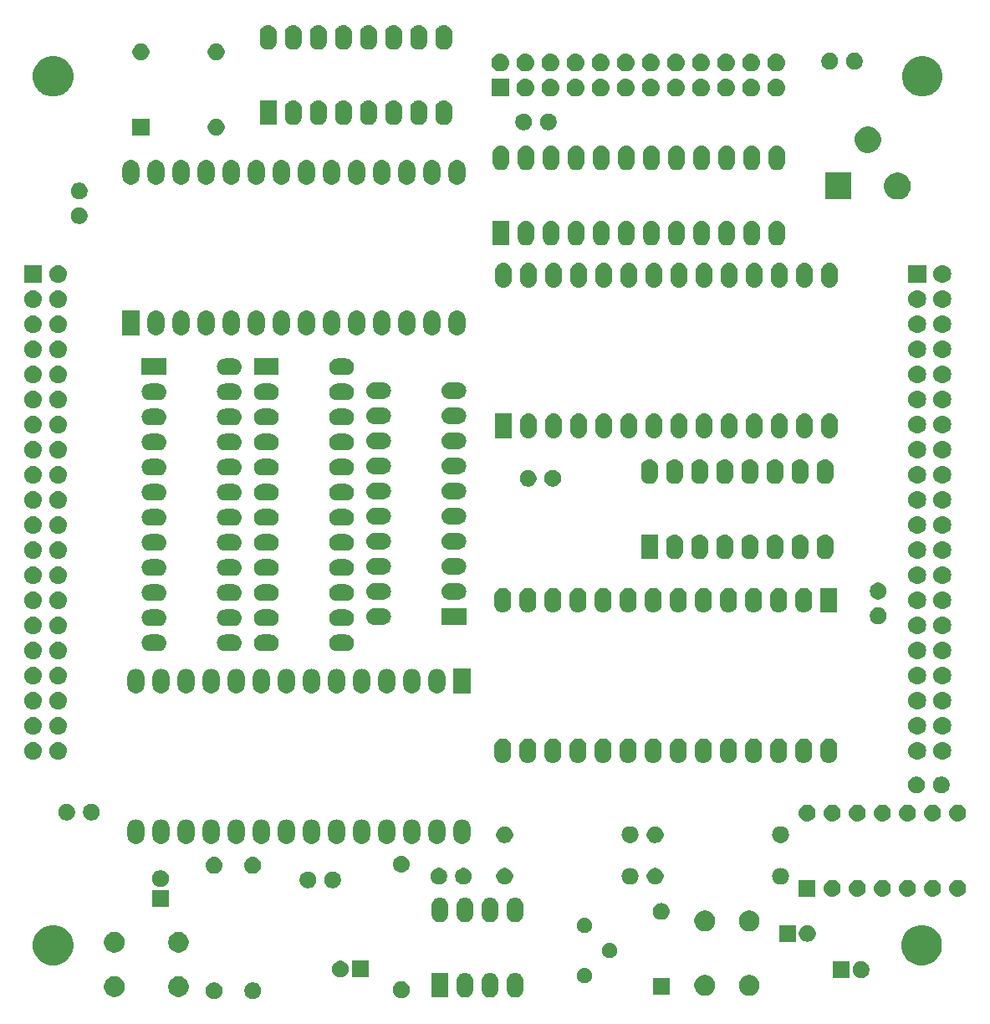
<source format=gbr>
G04 #@! TF.GenerationSoftware,KiCad,Pcbnew,(5.1.4)-1*
G04 #@! TF.CreationDate,2022-04-04T20:40:50-04:00*
G04 #@! TF.ProjectId,Layer1,4c617965-7231-42e6-9b69-6361645f7063,rev?*
G04 #@! TF.SameCoordinates,Original*
G04 #@! TF.FileFunction,Soldermask,Bot*
G04 #@! TF.FilePolarity,Negative*
%FSLAX46Y46*%
G04 Gerber Fmt 4.6, Leading zero omitted, Abs format (unit mm)*
G04 Created by KiCad (PCBNEW (5.1.4)-1) date 2022-04-04 20:40:50*
%MOMM*%
%LPD*%
G04 APERTURE LIST*
%ADD10C,0.100000*%
G04 APERTURE END LIST*
D10*
G36*
X45358628Y-116936103D02*
G01*
X45513500Y-117000253D01*
X45652881Y-117093385D01*
X45771415Y-117211919D01*
X45864547Y-117351300D01*
X45928697Y-117506172D01*
X45961400Y-117670584D01*
X45961400Y-117838216D01*
X45928697Y-118002628D01*
X45864547Y-118157500D01*
X45771415Y-118296881D01*
X45652881Y-118415415D01*
X45513500Y-118508547D01*
X45358628Y-118572697D01*
X45194216Y-118605400D01*
X45026584Y-118605400D01*
X44862172Y-118572697D01*
X44707300Y-118508547D01*
X44567919Y-118415415D01*
X44449385Y-118296881D01*
X44356253Y-118157500D01*
X44292103Y-118002628D01*
X44259400Y-117838216D01*
X44259400Y-117670584D01*
X44292103Y-117506172D01*
X44356253Y-117351300D01*
X44449385Y-117211919D01*
X44567919Y-117093385D01*
X44707300Y-117000253D01*
X44862172Y-116936103D01*
X45026584Y-116903400D01*
X45194216Y-116903400D01*
X45358628Y-116936103D01*
X45358628Y-116936103D01*
G37*
G36*
X41447028Y-116936103D02*
G01*
X41601900Y-117000253D01*
X41741281Y-117093385D01*
X41859815Y-117211919D01*
X41952947Y-117351300D01*
X42017097Y-117506172D01*
X42049800Y-117670584D01*
X42049800Y-117838216D01*
X42017097Y-118002628D01*
X41952947Y-118157500D01*
X41859815Y-118296881D01*
X41741281Y-118415415D01*
X41601900Y-118508547D01*
X41447028Y-118572697D01*
X41282616Y-118605400D01*
X41114984Y-118605400D01*
X40950572Y-118572697D01*
X40795700Y-118508547D01*
X40656319Y-118415415D01*
X40537785Y-118296881D01*
X40444653Y-118157500D01*
X40380503Y-118002628D01*
X40347800Y-117838216D01*
X40347800Y-117670584D01*
X40380503Y-117506172D01*
X40444653Y-117351300D01*
X40537785Y-117211919D01*
X40656319Y-117093385D01*
X40795700Y-117000253D01*
X40950572Y-116936103D01*
X41114984Y-116903400D01*
X41282616Y-116903400D01*
X41447028Y-116936103D01*
X41447028Y-116936103D01*
G37*
G36*
X60395428Y-116834503D02*
G01*
X60550300Y-116898653D01*
X60689681Y-116991785D01*
X60808215Y-117110319D01*
X60901347Y-117249700D01*
X60965497Y-117404572D01*
X60998200Y-117568984D01*
X60998200Y-117736616D01*
X60965497Y-117901028D01*
X60901347Y-118055900D01*
X60808215Y-118195281D01*
X60689681Y-118313815D01*
X60550300Y-118406947D01*
X60395428Y-118471097D01*
X60231016Y-118503800D01*
X60063384Y-118503800D01*
X59898972Y-118471097D01*
X59744100Y-118406947D01*
X59604719Y-118313815D01*
X59486185Y-118195281D01*
X59393053Y-118055900D01*
X59328903Y-117901028D01*
X59296200Y-117736616D01*
X59296200Y-117568984D01*
X59328903Y-117404572D01*
X59393053Y-117249700D01*
X59486185Y-117110319D01*
X59604719Y-116991785D01*
X59744100Y-116898653D01*
X59898972Y-116834503D01*
X60063384Y-116801800D01*
X60231016Y-116801800D01*
X60395428Y-116834503D01*
X60395428Y-116834503D01*
G37*
G36*
X71845622Y-115956913D02*
G01*
X72006041Y-116005576D01*
X72153877Y-116084595D01*
X72276208Y-116184990D01*
X72283459Y-116190941D01*
X72389804Y-116320522D01*
X72389805Y-116320524D01*
X72468824Y-116468358D01*
X72517487Y-116628777D01*
X72529800Y-116753796D01*
X72529800Y-117637403D01*
X72517487Y-117762422D01*
X72468824Y-117922842D01*
X72426177Y-118002628D01*
X72389804Y-118070678D01*
X72283459Y-118200259D01*
X72153878Y-118306604D01*
X72153876Y-118306605D01*
X72006042Y-118385624D01*
X71845623Y-118434287D01*
X71678800Y-118450717D01*
X71511978Y-118434287D01*
X71351559Y-118385624D01*
X71203725Y-118306605D01*
X71203723Y-118306604D01*
X71074142Y-118200259D01*
X70967797Y-118070678D01*
X70931424Y-118002628D01*
X70888777Y-117922842D01*
X70840114Y-117762423D01*
X70827800Y-117637403D01*
X70827800Y-116753797D01*
X70840113Y-116628778D01*
X70888776Y-116468359D01*
X70967795Y-116320523D01*
X71074141Y-116190941D01*
X71081392Y-116184990D01*
X71203722Y-116084596D01*
X71218894Y-116076486D01*
X71351558Y-116005576D01*
X71511977Y-115956913D01*
X71678800Y-115940483D01*
X71845622Y-115956913D01*
X71845622Y-115956913D01*
G37*
G36*
X66765622Y-115956913D02*
G01*
X66926041Y-116005576D01*
X67073877Y-116084595D01*
X67196208Y-116184990D01*
X67203459Y-116190941D01*
X67309804Y-116320522D01*
X67309805Y-116320524D01*
X67388824Y-116468358D01*
X67437487Y-116628777D01*
X67449800Y-116753796D01*
X67449800Y-117637403D01*
X67437487Y-117762422D01*
X67388824Y-117922842D01*
X67346177Y-118002628D01*
X67309804Y-118070678D01*
X67203459Y-118200259D01*
X67073878Y-118306604D01*
X67073876Y-118306605D01*
X66926042Y-118385624D01*
X66765623Y-118434287D01*
X66598800Y-118450717D01*
X66431978Y-118434287D01*
X66271559Y-118385624D01*
X66123725Y-118306605D01*
X66123723Y-118306604D01*
X65994142Y-118200259D01*
X65887797Y-118070678D01*
X65851424Y-118002628D01*
X65808777Y-117922842D01*
X65760114Y-117762423D01*
X65747800Y-117637403D01*
X65747800Y-116753797D01*
X65760113Y-116628778D01*
X65808776Y-116468359D01*
X65887795Y-116320523D01*
X65994141Y-116190941D01*
X66001392Y-116184990D01*
X66123722Y-116084596D01*
X66138894Y-116076486D01*
X66271558Y-116005576D01*
X66431977Y-115956913D01*
X66598800Y-115940483D01*
X66765622Y-115956913D01*
X66765622Y-115956913D01*
G37*
G36*
X69305622Y-115956913D02*
G01*
X69466041Y-116005576D01*
X69613877Y-116084595D01*
X69736208Y-116184990D01*
X69743459Y-116190941D01*
X69849804Y-116320522D01*
X69849805Y-116320524D01*
X69928824Y-116468358D01*
X69977487Y-116628777D01*
X69989800Y-116753796D01*
X69989800Y-117637403D01*
X69977487Y-117762422D01*
X69928824Y-117922842D01*
X69886177Y-118002628D01*
X69849804Y-118070678D01*
X69743459Y-118200259D01*
X69613878Y-118306604D01*
X69613876Y-118306605D01*
X69466042Y-118385624D01*
X69305623Y-118434287D01*
X69138800Y-118450717D01*
X68971978Y-118434287D01*
X68811559Y-118385624D01*
X68663725Y-118306605D01*
X68663723Y-118306604D01*
X68534142Y-118200259D01*
X68427797Y-118070678D01*
X68391424Y-118002628D01*
X68348777Y-117922842D01*
X68300114Y-117762423D01*
X68287800Y-117637403D01*
X68287800Y-116753797D01*
X68300113Y-116628778D01*
X68348776Y-116468359D01*
X68427795Y-116320523D01*
X68534141Y-116190941D01*
X68541392Y-116184990D01*
X68663722Y-116084596D01*
X68678894Y-116076486D01*
X68811558Y-116005576D01*
X68971977Y-115956913D01*
X69138800Y-115940483D01*
X69305622Y-115956913D01*
X69305622Y-115956913D01*
G37*
G36*
X64909800Y-118446600D02*
G01*
X63207800Y-118446600D01*
X63207800Y-115944600D01*
X64909800Y-115944600D01*
X64909800Y-118446600D01*
X64909800Y-118446600D01*
G37*
G36*
X31398564Y-116337389D02*
G01*
X31589833Y-116416615D01*
X31589835Y-116416616D01*
X31761973Y-116531635D01*
X31908365Y-116678027D01*
X32009426Y-116829275D01*
X32023385Y-116850167D01*
X32102611Y-117041436D01*
X32143000Y-117244484D01*
X32143000Y-117451516D01*
X32102611Y-117654564D01*
X32026540Y-117838215D01*
X32023384Y-117845835D01*
X31908365Y-118017973D01*
X31761973Y-118164365D01*
X31589835Y-118279384D01*
X31589834Y-118279385D01*
X31589833Y-118279385D01*
X31398564Y-118358611D01*
X31195516Y-118399000D01*
X30988484Y-118399000D01*
X30785436Y-118358611D01*
X30594167Y-118279385D01*
X30594166Y-118279385D01*
X30594165Y-118279384D01*
X30422027Y-118164365D01*
X30275635Y-118017973D01*
X30160616Y-117845835D01*
X30157460Y-117838215D01*
X30081389Y-117654564D01*
X30041000Y-117451516D01*
X30041000Y-117244484D01*
X30081389Y-117041436D01*
X30160615Y-116850167D01*
X30174575Y-116829275D01*
X30275635Y-116678027D01*
X30422027Y-116531635D01*
X30594165Y-116416616D01*
X30594167Y-116416615D01*
X30785436Y-116337389D01*
X30988484Y-116297000D01*
X31195516Y-116297000D01*
X31398564Y-116337389D01*
X31398564Y-116337389D01*
G37*
G36*
X37898564Y-116337389D02*
G01*
X38089833Y-116416615D01*
X38089835Y-116416616D01*
X38261973Y-116531635D01*
X38408365Y-116678027D01*
X38509426Y-116829275D01*
X38523385Y-116850167D01*
X38602611Y-117041436D01*
X38643000Y-117244484D01*
X38643000Y-117451516D01*
X38602611Y-117654564D01*
X38526540Y-117838215D01*
X38523384Y-117845835D01*
X38408365Y-118017973D01*
X38261973Y-118164365D01*
X38089835Y-118279384D01*
X38089834Y-118279385D01*
X38089833Y-118279385D01*
X37898564Y-118358611D01*
X37695516Y-118399000D01*
X37488484Y-118399000D01*
X37285436Y-118358611D01*
X37094167Y-118279385D01*
X37094166Y-118279385D01*
X37094165Y-118279384D01*
X36922027Y-118164365D01*
X36775635Y-118017973D01*
X36660616Y-117845835D01*
X36657460Y-117838215D01*
X36581389Y-117654564D01*
X36541000Y-117451516D01*
X36541000Y-117244484D01*
X36581389Y-117041436D01*
X36660615Y-116850167D01*
X36674575Y-116829275D01*
X36775635Y-116678027D01*
X36922027Y-116531635D01*
X37094165Y-116416616D01*
X37094167Y-116416615D01*
X37285436Y-116337389D01*
X37488484Y-116297000D01*
X37695516Y-116297000D01*
X37898564Y-116337389D01*
X37898564Y-116337389D01*
G37*
G36*
X91187764Y-116184989D02*
G01*
X91379033Y-116264215D01*
X91379035Y-116264216D01*
X91551173Y-116379235D01*
X91697565Y-116525627D01*
X91766488Y-116628777D01*
X91812585Y-116697767D01*
X91891811Y-116889036D01*
X91932200Y-117092084D01*
X91932200Y-117299116D01*
X91891811Y-117502164D01*
X91822049Y-117670584D01*
X91812584Y-117693435D01*
X91697565Y-117865573D01*
X91551173Y-118011965D01*
X91379035Y-118126984D01*
X91379034Y-118126985D01*
X91379033Y-118126985D01*
X91187764Y-118206211D01*
X90984716Y-118246600D01*
X90777684Y-118246600D01*
X90574636Y-118206211D01*
X90383367Y-118126985D01*
X90383366Y-118126985D01*
X90383365Y-118126984D01*
X90211227Y-118011965D01*
X90064835Y-117865573D01*
X89949816Y-117693435D01*
X89940351Y-117670584D01*
X89870589Y-117502164D01*
X89830200Y-117299116D01*
X89830200Y-117092084D01*
X89870589Y-116889036D01*
X89949815Y-116697767D01*
X89995913Y-116628777D01*
X90064835Y-116525627D01*
X90211227Y-116379235D01*
X90383365Y-116264216D01*
X90383367Y-116264215D01*
X90574636Y-116184989D01*
X90777684Y-116144600D01*
X90984716Y-116144600D01*
X91187764Y-116184989D01*
X91187764Y-116184989D01*
G37*
G36*
X95687764Y-116184989D02*
G01*
X95879033Y-116264215D01*
X95879035Y-116264216D01*
X96051173Y-116379235D01*
X96197565Y-116525627D01*
X96266488Y-116628777D01*
X96312585Y-116697767D01*
X96391811Y-116889036D01*
X96432200Y-117092084D01*
X96432200Y-117299116D01*
X96391811Y-117502164D01*
X96322049Y-117670584D01*
X96312584Y-117693435D01*
X96197565Y-117865573D01*
X96051173Y-118011965D01*
X95879035Y-118126984D01*
X95879034Y-118126985D01*
X95879033Y-118126985D01*
X95687764Y-118206211D01*
X95484716Y-118246600D01*
X95277684Y-118246600D01*
X95074636Y-118206211D01*
X94883367Y-118126985D01*
X94883366Y-118126985D01*
X94883365Y-118126984D01*
X94711227Y-118011965D01*
X94564835Y-117865573D01*
X94449816Y-117693435D01*
X94440351Y-117670584D01*
X94370589Y-117502164D01*
X94330200Y-117299116D01*
X94330200Y-117092084D01*
X94370589Y-116889036D01*
X94449815Y-116697767D01*
X94495913Y-116628777D01*
X94564835Y-116525627D01*
X94711227Y-116379235D01*
X94883365Y-116264216D01*
X94883367Y-116264215D01*
X95074636Y-116184989D01*
X95277684Y-116144600D01*
X95484716Y-116144600D01*
X95687764Y-116184989D01*
X95687764Y-116184989D01*
G37*
G36*
X87312600Y-118199000D02*
G01*
X85610600Y-118199000D01*
X85610600Y-116497000D01*
X87312600Y-116497000D01*
X87312600Y-118199000D01*
X87312600Y-118199000D01*
G37*
G36*
X78814789Y-115469276D02*
G01*
X78914093Y-115489029D01*
X79054406Y-115547148D01*
X79180684Y-115631525D01*
X79288075Y-115738916D01*
X79372452Y-115865194D01*
X79430571Y-116005507D01*
X79446302Y-116084595D01*
X79460200Y-116154462D01*
X79460200Y-116306338D01*
X79456657Y-116324148D01*
X79430571Y-116455293D01*
X79372452Y-116595606D01*
X79288075Y-116721884D01*
X79180684Y-116829275D01*
X79054406Y-116913652D01*
X78914093Y-116971771D01*
X78814789Y-116991524D01*
X78765138Y-117001400D01*
X78613262Y-117001400D01*
X78563611Y-116991524D01*
X78464307Y-116971771D01*
X78323994Y-116913652D01*
X78197716Y-116829275D01*
X78090325Y-116721884D01*
X78005948Y-116595606D01*
X77947829Y-116455293D01*
X77921743Y-116324148D01*
X77918200Y-116306338D01*
X77918200Y-116154462D01*
X77932098Y-116084595D01*
X77947829Y-116005507D01*
X78005948Y-115865194D01*
X78090325Y-115738916D01*
X78197716Y-115631525D01*
X78323994Y-115547148D01*
X78464307Y-115489029D01*
X78563611Y-115469276D01*
X78613262Y-115459400D01*
X78765138Y-115459400D01*
X78814789Y-115469276D01*
X78814789Y-115469276D01*
G37*
G36*
X106947028Y-114802503D02*
G01*
X107101900Y-114866653D01*
X107241281Y-114959785D01*
X107359815Y-115078319D01*
X107452947Y-115217700D01*
X107517097Y-115372572D01*
X107549800Y-115536984D01*
X107549800Y-115704616D01*
X107517097Y-115869028D01*
X107452947Y-116023900D01*
X107359815Y-116163281D01*
X107241281Y-116281815D01*
X107101900Y-116374947D01*
X106947028Y-116439097D01*
X106782616Y-116471800D01*
X106614984Y-116471800D01*
X106450572Y-116439097D01*
X106295700Y-116374947D01*
X106156319Y-116281815D01*
X106037785Y-116163281D01*
X105944653Y-116023900D01*
X105880503Y-115869028D01*
X105847800Y-115704616D01*
X105847800Y-115536984D01*
X105880503Y-115372572D01*
X105944653Y-115217700D01*
X106037785Y-115078319D01*
X106156319Y-114959785D01*
X106295700Y-114866653D01*
X106450572Y-114802503D01*
X106614984Y-114769800D01*
X106782616Y-114769800D01*
X106947028Y-114802503D01*
X106947028Y-114802503D01*
G37*
G36*
X105549800Y-116471800D02*
G01*
X103847800Y-116471800D01*
X103847800Y-114769800D01*
X105549800Y-114769800D01*
X105549800Y-116471800D01*
X105549800Y-116471800D01*
G37*
G36*
X56832600Y-116421000D02*
G01*
X55130600Y-116421000D01*
X55130600Y-114719000D01*
X56832600Y-114719000D01*
X56832600Y-116421000D01*
X56832600Y-116421000D01*
G37*
G36*
X54229828Y-114751703D02*
G01*
X54384700Y-114815853D01*
X54524081Y-114908985D01*
X54642615Y-115027519D01*
X54735747Y-115166900D01*
X54799897Y-115321772D01*
X54832600Y-115486184D01*
X54832600Y-115653816D01*
X54799897Y-115818228D01*
X54735747Y-115973100D01*
X54642615Y-116112481D01*
X54524081Y-116231015D01*
X54384700Y-116324147D01*
X54229828Y-116388297D01*
X54065416Y-116421000D01*
X53897784Y-116421000D01*
X53733372Y-116388297D01*
X53578500Y-116324147D01*
X53439119Y-116231015D01*
X53320585Y-116112481D01*
X53227453Y-115973100D01*
X53163303Y-115818228D01*
X53130600Y-115653816D01*
X53130600Y-115486184D01*
X53163303Y-115321772D01*
X53227453Y-115166900D01*
X53320585Y-115027519D01*
X53439119Y-114908985D01*
X53578500Y-114815853D01*
X53733372Y-114751703D01*
X53897784Y-114719000D01*
X54065416Y-114719000D01*
X54229828Y-114751703D01*
X54229828Y-114751703D01*
G37*
G36*
X25490254Y-111184818D02*
G01*
X25773603Y-111302185D01*
X25863513Y-111339427D01*
X25902643Y-111365573D01*
X26199436Y-111563884D01*
X26485116Y-111849564D01*
X26709574Y-112185489D01*
X26864182Y-112558746D01*
X26943000Y-112954993D01*
X26943000Y-113359007D01*
X26864182Y-113755254D01*
X26739773Y-114055604D01*
X26709573Y-114128513D01*
X26485116Y-114464436D01*
X26199436Y-114750116D01*
X25863513Y-114974573D01*
X25863512Y-114974574D01*
X25863511Y-114974574D01*
X25490254Y-115129182D01*
X25094007Y-115208000D01*
X24689993Y-115208000D01*
X24293746Y-115129182D01*
X23920489Y-114974574D01*
X23920488Y-114974574D01*
X23920487Y-114974573D01*
X23584564Y-114750116D01*
X23298884Y-114464436D01*
X23074427Y-114128513D01*
X23044227Y-114055604D01*
X22919818Y-113755254D01*
X22841000Y-113359007D01*
X22841000Y-112954993D01*
X22919818Y-112558746D01*
X23074426Y-112185489D01*
X23298884Y-111849564D01*
X23584564Y-111563884D01*
X23881357Y-111365573D01*
X23920487Y-111339427D01*
X24010397Y-111302185D01*
X24293746Y-111184818D01*
X24689993Y-111106000D01*
X25094007Y-111106000D01*
X25490254Y-111184818D01*
X25490254Y-111184818D01*
G37*
G36*
X113437754Y-111184818D02*
G01*
X113721103Y-111302185D01*
X113811013Y-111339427D01*
X113850143Y-111365573D01*
X114146936Y-111563884D01*
X114432616Y-111849564D01*
X114657074Y-112185489D01*
X114811682Y-112558746D01*
X114890500Y-112954993D01*
X114890500Y-113359007D01*
X114811682Y-113755254D01*
X114687273Y-114055604D01*
X114657073Y-114128513D01*
X114432616Y-114464436D01*
X114146936Y-114750116D01*
X113811013Y-114974573D01*
X113811012Y-114974574D01*
X113811011Y-114974574D01*
X113437754Y-115129182D01*
X113041507Y-115208000D01*
X112637493Y-115208000D01*
X112241246Y-115129182D01*
X111867989Y-114974574D01*
X111867988Y-114974574D01*
X111867987Y-114974573D01*
X111532064Y-114750116D01*
X111246384Y-114464436D01*
X111021927Y-114128513D01*
X110991727Y-114055604D01*
X110867318Y-113755254D01*
X110788500Y-113359007D01*
X110788500Y-112954993D01*
X110867318Y-112558746D01*
X111021926Y-112185489D01*
X111246384Y-111849564D01*
X111532064Y-111563884D01*
X111828857Y-111365573D01*
X111867987Y-111339427D01*
X111957897Y-111302185D01*
X112241246Y-111184818D01*
X112637493Y-111106000D01*
X113041507Y-111106000D01*
X113437754Y-111184818D01*
X113437754Y-111184818D01*
G37*
G36*
X81354789Y-112929276D02*
G01*
X81454093Y-112949029D01*
X81594406Y-113007148D01*
X81720684Y-113091525D01*
X81828075Y-113198916D01*
X81912452Y-113325194D01*
X81970571Y-113465507D01*
X82000200Y-113614463D01*
X82000200Y-113766337D01*
X81970571Y-113915293D01*
X81912452Y-114055606D01*
X81828075Y-114181884D01*
X81720684Y-114289275D01*
X81594406Y-114373652D01*
X81454093Y-114431771D01*
X81354789Y-114451524D01*
X81305138Y-114461400D01*
X81153262Y-114461400D01*
X81103611Y-114451524D01*
X81004307Y-114431771D01*
X80863994Y-114373652D01*
X80737716Y-114289275D01*
X80630325Y-114181884D01*
X80545948Y-114055606D01*
X80487829Y-113915293D01*
X80458200Y-113766337D01*
X80458200Y-113614463D01*
X80487829Y-113465507D01*
X80545948Y-113325194D01*
X80630325Y-113198916D01*
X80737716Y-113091525D01*
X80863994Y-113007148D01*
X81004307Y-112949029D01*
X81103611Y-112929276D01*
X81153262Y-112919400D01*
X81305138Y-112919400D01*
X81354789Y-112929276D01*
X81354789Y-112929276D01*
G37*
G36*
X37898564Y-111837389D02*
G01*
X38089833Y-111916615D01*
X38089835Y-111916616D01*
X38261973Y-112031635D01*
X38408365Y-112178027D01*
X38430684Y-112211429D01*
X38523385Y-112350167D01*
X38602611Y-112541436D01*
X38643000Y-112744484D01*
X38643000Y-112951516D01*
X38602611Y-113154564D01*
X38584239Y-113198917D01*
X38523384Y-113345835D01*
X38408365Y-113517973D01*
X38261973Y-113664365D01*
X38089835Y-113779384D01*
X38089834Y-113779385D01*
X38089833Y-113779385D01*
X37898564Y-113858611D01*
X37695516Y-113899000D01*
X37488484Y-113899000D01*
X37285436Y-113858611D01*
X37094167Y-113779385D01*
X37094166Y-113779385D01*
X37094165Y-113779384D01*
X36922027Y-113664365D01*
X36775635Y-113517973D01*
X36660616Y-113345835D01*
X36599761Y-113198917D01*
X36581389Y-113154564D01*
X36541000Y-112951516D01*
X36541000Y-112744484D01*
X36581389Y-112541436D01*
X36660615Y-112350167D01*
X36753317Y-112211429D01*
X36775635Y-112178027D01*
X36922027Y-112031635D01*
X37094165Y-111916616D01*
X37094167Y-111916615D01*
X37285436Y-111837389D01*
X37488484Y-111797000D01*
X37695516Y-111797000D01*
X37898564Y-111837389D01*
X37898564Y-111837389D01*
G37*
G36*
X31398564Y-111837389D02*
G01*
X31589833Y-111916615D01*
X31589835Y-111916616D01*
X31761973Y-112031635D01*
X31908365Y-112178027D01*
X31930684Y-112211429D01*
X32023385Y-112350167D01*
X32102611Y-112541436D01*
X32143000Y-112744484D01*
X32143000Y-112951516D01*
X32102611Y-113154564D01*
X32084239Y-113198917D01*
X32023384Y-113345835D01*
X31908365Y-113517973D01*
X31761973Y-113664365D01*
X31589835Y-113779384D01*
X31589834Y-113779385D01*
X31589833Y-113779385D01*
X31398564Y-113858611D01*
X31195516Y-113899000D01*
X30988484Y-113899000D01*
X30785436Y-113858611D01*
X30594167Y-113779385D01*
X30594166Y-113779385D01*
X30594165Y-113779384D01*
X30422027Y-113664365D01*
X30275635Y-113517973D01*
X30160616Y-113345835D01*
X30099761Y-113198917D01*
X30081389Y-113154564D01*
X30041000Y-112951516D01*
X30041000Y-112744484D01*
X30081389Y-112541436D01*
X30160615Y-112350167D01*
X30253317Y-112211429D01*
X30275635Y-112178027D01*
X30422027Y-112031635D01*
X30594165Y-111916616D01*
X30594167Y-111916615D01*
X30785436Y-111837389D01*
X30988484Y-111797000D01*
X31195516Y-111797000D01*
X31398564Y-111837389D01*
X31398564Y-111837389D01*
G37*
G36*
X101511428Y-111144903D02*
G01*
X101666300Y-111209053D01*
X101805681Y-111302185D01*
X101924215Y-111420719D01*
X102017347Y-111560100D01*
X102081497Y-111714972D01*
X102114200Y-111879384D01*
X102114200Y-112047016D01*
X102081497Y-112211428D01*
X102017347Y-112366300D01*
X101924215Y-112505681D01*
X101805681Y-112624215D01*
X101666300Y-112717347D01*
X101511428Y-112781497D01*
X101347016Y-112814200D01*
X101179384Y-112814200D01*
X101014972Y-112781497D01*
X100860100Y-112717347D01*
X100720719Y-112624215D01*
X100602185Y-112505681D01*
X100509053Y-112366300D01*
X100444903Y-112211428D01*
X100412200Y-112047016D01*
X100412200Y-111879384D01*
X100444903Y-111714972D01*
X100509053Y-111560100D01*
X100602185Y-111420719D01*
X100720719Y-111302185D01*
X100860100Y-111209053D01*
X101014972Y-111144903D01*
X101179384Y-111112200D01*
X101347016Y-111112200D01*
X101511428Y-111144903D01*
X101511428Y-111144903D01*
G37*
G36*
X100114200Y-112814200D02*
G01*
X98412200Y-112814200D01*
X98412200Y-111112200D01*
X100114200Y-111112200D01*
X100114200Y-112814200D01*
X100114200Y-112814200D01*
G37*
G36*
X78813576Y-110389035D02*
G01*
X78914093Y-110409029D01*
X79054406Y-110467148D01*
X79180684Y-110551525D01*
X79288075Y-110658916D01*
X79372452Y-110785194D01*
X79430571Y-110925507D01*
X79460200Y-111074463D01*
X79460200Y-111226337D01*
X79430571Y-111375293D01*
X79372452Y-111515606D01*
X79288075Y-111641884D01*
X79180684Y-111749275D01*
X79054406Y-111833652D01*
X78914093Y-111891771D01*
X78814789Y-111911524D01*
X78765138Y-111921400D01*
X78613262Y-111921400D01*
X78563611Y-111911524D01*
X78464307Y-111891771D01*
X78323994Y-111833652D01*
X78197716Y-111749275D01*
X78090325Y-111641884D01*
X78005948Y-111515606D01*
X77947829Y-111375293D01*
X77918200Y-111226337D01*
X77918200Y-111074463D01*
X77947829Y-110925507D01*
X78005948Y-110785194D01*
X78090325Y-110658916D01*
X78197716Y-110551525D01*
X78323994Y-110467148D01*
X78464307Y-110409029D01*
X78564824Y-110389035D01*
X78613262Y-110379400D01*
X78765138Y-110379400D01*
X78813576Y-110389035D01*
X78813576Y-110389035D01*
G37*
G36*
X95687764Y-109684989D02*
G01*
X95879033Y-109764215D01*
X95879035Y-109764216D01*
X96051173Y-109879235D01*
X96197565Y-110025627D01*
X96275606Y-110142423D01*
X96312585Y-110197767D01*
X96391811Y-110389036D01*
X96432200Y-110592084D01*
X96432200Y-110799116D01*
X96391811Y-111002164D01*
X96332686Y-111144905D01*
X96312584Y-111193435D01*
X96197565Y-111365573D01*
X96051173Y-111511965D01*
X95879035Y-111626984D01*
X95879034Y-111626985D01*
X95879033Y-111626985D01*
X95687764Y-111706211D01*
X95484716Y-111746600D01*
X95277684Y-111746600D01*
X95074636Y-111706211D01*
X94883367Y-111626985D01*
X94883366Y-111626985D01*
X94883365Y-111626984D01*
X94711227Y-111511965D01*
X94564835Y-111365573D01*
X94449816Y-111193435D01*
X94429714Y-111144905D01*
X94370589Y-111002164D01*
X94330200Y-110799116D01*
X94330200Y-110592084D01*
X94370589Y-110389036D01*
X94449815Y-110197767D01*
X94486795Y-110142423D01*
X94564835Y-110025627D01*
X94711227Y-109879235D01*
X94883365Y-109764216D01*
X94883367Y-109764215D01*
X95074636Y-109684989D01*
X95277684Y-109644600D01*
X95484716Y-109644600D01*
X95687764Y-109684989D01*
X95687764Y-109684989D01*
G37*
G36*
X91187764Y-109684989D02*
G01*
X91379033Y-109764215D01*
X91379035Y-109764216D01*
X91551173Y-109879235D01*
X91697565Y-110025627D01*
X91775606Y-110142423D01*
X91812585Y-110197767D01*
X91891811Y-110389036D01*
X91932200Y-110592084D01*
X91932200Y-110799116D01*
X91891811Y-111002164D01*
X91832686Y-111144905D01*
X91812584Y-111193435D01*
X91697565Y-111365573D01*
X91551173Y-111511965D01*
X91379035Y-111626984D01*
X91379034Y-111626985D01*
X91379033Y-111626985D01*
X91187764Y-111706211D01*
X90984716Y-111746600D01*
X90777684Y-111746600D01*
X90574636Y-111706211D01*
X90383367Y-111626985D01*
X90383366Y-111626985D01*
X90383365Y-111626984D01*
X90211227Y-111511965D01*
X90064835Y-111365573D01*
X89949816Y-111193435D01*
X89929714Y-111144905D01*
X89870589Y-111002164D01*
X89830200Y-110799116D01*
X89830200Y-110592084D01*
X89870589Y-110389036D01*
X89949815Y-110197767D01*
X89986795Y-110142423D01*
X90064835Y-110025627D01*
X90211227Y-109879235D01*
X90383365Y-109764216D01*
X90383367Y-109764215D01*
X90574636Y-109684989D01*
X90777684Y-109644600D01*
X90984716Y-109644600D01*
X91187764Y-109684989D01*
X91187764Y-109684989D01*
G37*
G36*
X64225622Y-108336913D02*
G01*
X64386041Y-108385576D01*
X64533877Y-108464595D01*
X64663459Y-108570941D01*
X64769804Y-108700522D01*
X64769805Y-108700524D01*
X64848824Y-108848358D01*
X64897487Y-109008777D01*
X64909800Y-109133796D01*
X64909800Y-110017403D01*
X64897487Y-110142422D01*
X64848824Y-110302842D01*
X64832886Y-110332659D01*
X64769804Y-110450678D01*
X64663459Y-110580259D01*
X64533878Y-110686604D01*
X64533876Y-110686605D01*
X64386042Y-110765624D01*
X64225623Y-110814287D01*
X64058800Y-110830717D01*
X63891978Y-110814287D01*
X63731559Y-110765624D01*
X63583725Y-110686605D01*
X63583723Y-110686604D01*
X63454142Y-110580259D01*
X63347797Y-110450678D01*
X63284715Y-110332659D01*
X63268777Y-110302842D01*
X63220114Y-110142423D01*
X63207800Y-110017403D01*
X63207800Y-109133797D01*
X63220113Y-109008778D01*
X63268776Y-108848359D01*
X63347795Y-108700523D01*
X63454141Y-108570941D01*
X63583722Y-108464596D01*
X63598894Y-108456486D01*
X63731558Y-108385576D01*
X63891977Y-108336913D01*
X64058800Y-108320483D01*
X64225622Y-108336913D01*
X64225622Y-108336913D01*
G37*
G36*
X71845622Y-108336913D02*
G01*
X72006041Y-108385576D01*
X72153877Y-108464595D01*
X72283459Y-108570941D01*
X72389804Y-108700522D01*
X72389805Y-108700524D01*
X72468824Y-108848358D01*
X72517487Y-109008777D01*
X72529800Y-109133796D01*
X72529800Y-110017403D01*
X72517487Y-110142422D01*
X72468824Y-110302842D01*
X72452886Y-110332659D01*
X72389804Y-110450678D01*
X72283459Y-110580259D01*
X72153878Y-110686604D01*
X72153876Y-110686605D01*
X72006042Y-110765624D01*
X71845623Y-110814287D01*
X71678800Y-110830717D01*
X71511978Y-110814287D01*
X71351559Y-110765624D01*
X71203725Y-110686605D01*
X71203723Y-110686604D01*
X71074142Y-110580259D01*
X70967797Y-110450678D01*
X70904715Y-110332659D01*
X70888777Y-110302842D01*
X70840114Y-110142423D01*
X70827800Y-110017403D01*
X70827800Y-109133797D01*
X70840113Y-109008778D01*
X70888776Y-108848359D01*
X70967795Y-108700523D01*
X71074141Y-108570941D01*
X71203722Y-108464596D01*
X71218894Y-108456486D01*
X71351558Y-108385576D01*
X71511977Y-108336913D01*
X71678800Y-108320483D01*
X71845622Y-108336913D01*
X71845622Y-108336913D01*
G37*
G36*
X69305622Y-108336913D02*
G01*
X69466041Y-108385576D01*
X69613877Y-108464595D01*
X69743459Y-108570941D01*
X69849804Y-108700522D01*
X69849805Y-108700524D01*
X69928824Y-108848358D01*
X69977487Y-109008777D01*
X69989800Y-109133796D01*
X69989800Y-110017403D01*
X69977487Y-110142422D01*
X69928824Y-110302842D01*
X69912886Y-110332659D01*
X69849804Y-110450678D01*
X69743459Y-110580259D01*
X69613878Y-110686604D01*
X69613876Y-110686605D01*
X69466042Y-110765624D01*
X69305623Y-110814287D01*
X69138800Y-110830717D01*
X68971978Y-110814287D01*
X68811559Y-110765624D01*
X68663725Y-110686605D01*
X68663723Y-110686604D01*
X68534142Y-110580259D01*
X68427797Y-110450678D01*
X68364715Y-110332659D01*
X68348777Y-110302842D01*
X68300114Y-110142423D01*
X68287800Y-110017403D01*
X68287800Y-109133797D01*
X68300113Y-109008778D01*
X68348776Y-108848359D01*
X68427795Y-108700523D01*
X68534141Y-108570941D01*
X68663722Y-108464596D01*
X68678894Y-108456486D01*
X68811558Y-108385576D01*
X68971977Y-108336913D01*
X69138800Y-108320483D01*
X69305622Y-108336913D01*
X69305622Y-108336913D01*
G37*
G36*
X66765622Y-108336913D02*
G01*
X66926041Y-108385576D01*
X67073877Y-108464595D01*
X67203459Y-108570941D01*
X67309804Y-108700522D01*
X67309805Y-108700524D01*
X67388824Y-108848358D01*
X67437487Y-109008777D01*
X67449800Y-109133796D01*
X67449800Y-110017403D01*
X67437487Y-110142422D01*
X67388824Y-110302842D01*
X67372886Y-110332659D01*
X67309804Y-110450678D01*
X67203459Y-110580259D01*
X67073878Y-110686604D01*
X67073876Y-110686605D01*
X66926042Y-110765624D01*
X66765623Y-110814287D01*
X66598800Y-110830717D01*
X66431978Y-110814287D01*
X66271559Y-110765624D01*
X66123725Y-110686605D01*
X66123723Y-110686604D01*
X65994142Y-110580259D01*
X65887797Y-110450678D01*
X65824715Y-110332659D01*
X65808777Y-110302842D01*
X65760114Y-110142423D01*
X65747800Y-110017403D01*
X65747800Y-109133797D01*
X65760113Y-109008778D01*
X65808776Y-108848359D01*
X65887795Y-108700523D01*
X65994141Y-108570941D01*
X66123722Y-108464596D01*
X66138894Y-108456486D01*
X66271558Y-108385576D01*
X66431977Y-108336913D01*
X66598800Y-108320483D01*
X66765622Y-108336913D01*
X66765622Y-108336913D01*
G37*
G36*
X86628423Y-108889313D02*
G01*
X86788842Y-108937976D01*
X86921297Y-109008775D01*
X86936678Y-109016996D01*
X87066259Y-109123341D01*
X87172604Y-109252922D01*
X87172605Y-109252924D01*
X87251624Y-109400758D01*
X87300287Y-109561177D01*
X87316717Y-109728000D01*
X87300287Y-109894823D01*
X87251624Y-110055242D01*
X87180714Y-110187906D01*
X87172604Y-110203078D01*
X87066259Y-110332659D01*
X86936678Y-110439004D01*
X86936676Y-110439005D01*
X86788842Y-110518024D01*
X86628423Y-110566687D01*
X86503404Y-110579000D01*
X86419796Y-110579000D01*
X86294777Y-110566687D01*
X86134358Y-110518024D01*
X85986524Y-110439005D01*
X85986522Y-110439004D01*
X85856941Y-110332659D01*
X85750596Y-110203078D01*
X85742486Y-110187906D01*
X85671576Y-110055242D01*
X85622913Y-109894823D01*
X85606483Y-109728000D01*
X85622913Y-109561177D01*
X85671576Y-109400758D01*
X85750595Y-109252924D01*
X85750596Y-109252922D01*
X85856941Y-109123341D01*
X85986522Y-109016996D01*
X86001903Y-109008775D01*
X86134358Y-108937976D01*
X86294777Y-108889313D01*
X86419796Y-108877000D01*
X86503404Y-108877000D01*
X86628423Y-108889313D01*
X86628423Y-108889313D01*
G37*
G36*
X36614200Y-109258200D02*
G01*
X34912200Y-109258200D01*
X34912200Y-107556200D01*
X36614200Y-107556200D01*
X36614200Y-109258200D01*
X36614200Y-109258200D01*
G37*
G36*
X106491223Y-106539813D02*
G01*
X106651642Y-106588476D01*
X106776900Y-106655428D01*
X106799478Y-106667496D01*
X106929059Y-106773841D01*
X107035404Y-106903422D01*
X107035405Y-106903424D01*
X107114424Y-107051258D01*
X107163087Y-107211677D01*
X107179517Y-107378500D01*
X107163087Y-107545323D01*
X107114424Y-107705742D01*
X107043514Y-107838406D01*
X107035404Y-107853578D01*
X106929059Y-107983159D01*
X106799478Y-108089504D01*
X106799476Y-108089505D01*
X106651642Y-108168524D01*
X106491223Y-108217187D01*
X106366204Y-108229500D01*
X106282596Y-108229500D01*
X106157577Y-108217187D01*
X105997158Y-108168524D01*
X105849324Y-108089505D01*
X105849322Y-108089504D01*
X105719741Y-107983159D01*
X105613396Y-107853578D01*
X105605286Y-107838406D01*
X105534376Y-107705742D01*
X105485713Y-107545323D01*
X105469283Y-107378500D01*
X105485713Y-107211677D01*
X105534376Y-107051258D01*
X105613395Y-106903424D01*
X105613396Y-106903422D01*
X105719741Y-106773841D01*
X105849322Y-106667496D01*
X105871900Y-106655428D01*
X105997158Y-106588476D01*
X106157577Y-106539813D01*
X106282596Y-106527500D01*
X106366204Y-106527500D01*
X106491223Y-106539813D01*
X106491223Y-106539813D01*
G37*
G36*
X103951223Y-106539813D02*
G01*
X104111642Y-106588476D01*
X104236900Y-106655428D01*
X104259478Y-106667496D01*
X104389059Y-106773841D01*
X104495404Y-106903422D01*
X104495405Y-106903424D01*
X104574424Y-107051258D01*
X104623087Y-107211677D01*
X104639517Y-107378500D01*
X104623087Y-107545323D01*
X104574424Y-107705742D01*
X104503514Y-107838406D01*
X104495404Y-107853578D01*
X104389059Y-107983159D01*
X104259478Y-108089504D01*
X104259476Y-108089505D01*
X104111642Y-108168524D01*
X103951223Y-108217187D01*
X103826204Y-108229500D01*
X103742596Y-108229500D01*
X103617577Y-108217187D01*
X103457158Y-108168524D01*
X103309324Y-108089505D01*
X103309322Y-108089504D01*
X103179741Y-107983159D01*
X103073396Y-107853578D01*
X103065286Y-107838406D01*
X102994376Y-107705742D01*
X102945713Y-107545323D01*
X102929283Y-107378500D01*
X102945713Y-107211677D01*
X102994376Y-107051258D01*
X103073395Y-106903424D01*
X103073396Y-106903422D01*
X103179741Y-106773841D01*
X103309322Y-106667496D01*
X103331900Y-106655428D01*
X103457158Y-106588476D01*
X103617577Y-106539813D01*
X103742596Y-106527500D01*
X103826204Y-106527500D01*
X103951223Y-106539813D01*
X103951223Y-106539813D01*
G37*
G36*
X102095400Y-108229500D02*
G01*
X100393400Y-108229500D01*
X100393400Y-106527500D01*
X102095400Y-106527500D01*
X102095400Y-108229500D01*
X102095400Y-108229500D01*
G37*
G36*
X116651223Y-106539813D02*
G01*
X116811642Y-106588476D01*
X116936900Y-106655428D01*
X116959478Y-106667496D01*
X117089059Y-106773841D01*
X117195404Y-106903422D01*
X117195405Y-106903424D01*
X117274424Y-107051258D01*
X117323087Y-107211677D01*
X117339517Y-107378500D01*
X117323087Y-107545323D01*
X117274424Y-107705742D01*
X117203514Y-107838406D01*
X117195404Y-107853578D01*
X117089059Y-107983159D01*
X116959478Y-108089504D01*
X116959476Y-108089505D01*
X116811642Y-108168524D01*
X116651223Y-108217187D01*
X116526204Y-108229500D01*
X116442596Y-108229500D01*
X116317577Y-108217187D01*
X116157158Y-108168524D01*
X116009324Y-108089505D01*
X116009322Y-108089504D01*
X115879741Y-107983159D01*
X115773396Y-107853578D01*
X115765286Y-107838406D01*
X115694376Y-107705742D01*
X115645713Y-107545323D01*
X115629283Y-107378500D01*
X115645713Y-107211677D01*
X115694376Y-107051258D01*
X115773395Y-106903424D01*
X115773396Y-106903422D01*
X115879741Y-106773841D01*
X116009322Y-106667496D01*
X116031900Y-106655428D01*
X116157158Y-106588476D01*
X116317577Y-106539813D01*
X116442596Y-106527500D01*
X116526204Y-106527500D01*
X116651223Y-106539813D01*
X116651223Y-106539813D01*
G37*
G36*
X114111223Y-106539813D02*
G01*
X114271642Y-106588476D01*
X114396900Y-106655428D01*
X114419478Y-106667496D01*
X114549059Y-106773841D01*
X114655404Y-106903422D01*
X114655405Y-106903424D01*
X114734424Y-107051258D01*
X114783087Y-107211677D01*
X114799517Y-107378500D01*
X114783087Y-107545323D01*
X114734424Y-107705742D01*
X114663514Y-107838406D01*
X114655404Y-107853578D01*
X114549059Y-107983159D01*
X114419478Y-108089504D01*
X114419476Y-108089505D01*
X114271642Y-108168524D01*
X114111223Y-108217187D01*
X113986204Y-108229500D01*
X113902596Y-108229500D01*
X113777577Y-108217187D01*
X113617158Y-108168524D01*
X113469324Y-108089505D01*
X113469322Y-108089504D01*
X113339741Y-107983159D01*
X113233396Y-107853578D01*
X113225286Y-107838406D01*
X113154376Y-107705742D01*
X113105713Y-107545323D01*
X113089283Y-107378500D01*
X113105713Y-107211677D01*
X113154376Y-107051258D01*
X113233395Y-106903424D01*
X113233396Y-106903422D01*
X113339741Y-106773841D01*
X113469322Y-106667496D01*
X113491900Y-106655428D01*
X113617158Y-106588476D01*
X113777577Y-106539813D01*
X113902596Y-106527500D01*
X113986204Y-106527500D01*
X114111223Y-106539813D01*
X114111223Y-106539813D01*
G37*
G36*
X111571223Y-106539813D02*
G01*
X111731642Y-106588476D01*
X111856900Y-106655428D01*
X111879478Y-106667496D01*
X112009059Y-106773841D01*
X112115404Y-106903422D01*
X112115405Y-106903424D01*
X112194424Y-107051258D01*
X112243087Y-107211677D01*
X112259517Y-107378500D01*
X112243087Y-107545323D01*
X112194424Y-107705742D01*
X112123514Y-107838406D01*
X112115404Y-107853578D01*
X112009059Y-107983159D01*
X111879478Y-108089504D01*
X111879476Y-108089505D01*
X111731642Y-108168524D01*
X111571223Y-108217187D01*
X111446204Y-108229500D01*
X111362596Y-108229500D01*
X111237577Y-108217187D01*
X111077158Y-108168524D01*
X110929324Y-108089505D01*
X110929322Y-108089504D01*
X110799741Y-107983159D01*
X110693396Y-107853578D01*
X110685286Y-107838406D01*
X110614376Y-107705742D01*
X110565713Y-107545323D01*
X110549283Y-107378500D01*
X110565713Y-107211677D01*
X110614376Y-107051258D01*
X110693395Y-106903424D01*
X110693396Y-106903422D01*
X110799741Y-106773841D01*
X110929322Y-106667496D01*
X110951900Y-106655428D01*
X111077158Y-106588476D01*
X111237577Y-106539813D01*
X111362596Y-106527500D01*
X111446204Y-106527500D01*
X111571223Y-106539813D01*
X111571223Y-106539813D01*
G37*
G36*
X109031223Y-106539813D02*
G01*
X109191642Y-106588476D01*
X109316900Y-106655428D01*
X109339478Y-106667496D01*
X109469059Y-106773841D01*
X109575404Y-106903422D01*
X109575405Y-106903424D01*
X109654424Y-107051258D01*
X109703087Y-107211677D01*
X109719517Y-107378500D01*
X109703087Y-107545323D01*
X109654424Y-107705742D01*
X109583514Y-107838406D01*
X109575404Y-107853578D01*
X109469059Y-107983159D01*
X109339478Y-108089504D01*
X109339476Y-108089505D01*
X109191642Y-108168524D01*
X109031223Y-108217187D01*
X108906204Y-108229500D01*
X108822596Y-108229500D01*
X108697577Y-108217187D01*
X108537158Y-108168524D01*
X108389324Y-108089505D01*
X108389322Y-108089504D01*
X108259741Y-107983159D01*
X108153396Y-107853578D01*
X108145286Y-107838406D01*
X108074376Y-107705742D01*
X108025713Y-107545323D01*
X108009283Y-107378500D01*
X108025713Y-107211677D01*
X108074376Y-107051258D01*
X108153395Y-106903424D01*
X108153396Y-106903422D01*
X108259741Y-106773841D01*
X108389322Y-106667496D01*
X108411900Y-106655428D01*
X108537158Y-106588476D01*
X108697577Y-106539813D01*
X108822596Y-106527500D01*
X108906204Y-106527500D01*
X109031223Y-106539813D01*
X109031223Y-106539813D01*
G37*
G36*
X50946628Y-105709303D02*
G01*
X51101500Y-105773453D01*
X51240881Y-105866585D01*
X51359415Y-105985119D01*
X51452547Y-106124500D01*
X51516697Y-106279372D01*
X51549400Y-106443784D01*
X51549400Y-106611416D01*
X51516697Y-106775828D01*
X51452547Y-106930700D01*
X51359415Y-107070081D01*
X51240881Y-107188615D01*
X51101500Y-107281747D01*
X50946628Y-107345897D01*
X50782216Y-107378600D01*
X50614584Y-107378600D01*
X50450172Y-107345897D01*
X50295300Y-107281747D01*
X50155919Y-107188615D01*
X50037385Y-107070081D01*
X49944253Y-106930700D01*
X49880103Y-106775828D01*
X49847400Y-106611416D01*
X49847400Y-106443784D01*
X49880103Y-106279372D01*
X49944253Y-106124500D01*
X50037385Y-105985119D01*
X50155919Y-105866585D01*
X50295300Y-105773453D01*
X50450172Y-105709303D01*
X50614584Y-105676600D01*
X50782216Y-105676600D01*
X50946628Y-105709303D01*
X50946628Y-105709303D01*
G37*
G36*
X53446628Y-105709303D02*
G01*
X53601500Y-105773453D01*
X53740881Y-105866585D01*
X53859415Y-105985119D01*
X53952547Y-106124500D01*
X54016697Y-106279372D01*
X54049400Y-106443784D01*
X54049400Y-106611416D01*
X54016697Y-106775828D01*
X53952547Y-106930700D01*
X53859415Y-107070081D01*
X53740881Y-107188615D01*
X53601500Y-107281747D01*
X53446628Y-107345897D01*
X53282216Y-107378600D01*
X53114584Y-107378600D01*
X52950172Y-107345897D01*
X52795300Y-107281747D01*
X52655919Y-107188615D01*
X52537385Y-107070081D01*
X52444253Y-106930700D01*
X52380103Y-106775828D01*
X52347400Y-106611416D01*
X52347400Y-106443784D01*
X52380103Y-106279372D01*
X52444253Y-106124500D01*
X52537385Y-105985119D01*
X52655919Y-105866585D01*
X52795300Y-105773453D01*
X52950172Y-105709303D01*
X53114584Y-105676600D01*
X53282216Y-105676600D01*
X53446628Y-105709303D01*
X53446628Y-105709303D01*
G37*
G36*
X36011428Y-105588903D02*
G01*
X36166300Y-105653053D01*
X36305681Y-105746185D01*
X36424215Y-105864719D01*
X36517347Y-106004100D01*
X36581497Y-106158972D01*
X36614200Y-106323384D01*
X36614200Y-106491016D01*
X36581497Y-106655428D01*
X36517347Y-106810300D01*
X36424215Y-106949681D01*
X36305681Y-107068215D01*
X36166300Y-107161347D01*
X36011428Y-107225497D01*
X35847016Y-107258200D01*
X35679384Y-107258200D01*
X35514972Y-107225497D01*
X35360100Y-107161347D01*
X35220719Y-107068215D01*
X35102185Y-106949681D01*
X35009053Y-106810300D01*
X34944903Y-106655428D01*
X34912200Y-106491016D01*
X34912200Y-106323384D01*
X34944903Y-106158972D01*
X35009053Y-106004100D01*
X35102185Y-105864719D01*
X35220719Y-105746185D01*
X35360100Y-105653053D01*
X35514972Y-105588903D01*
X35679384Y-105556200D01*
X35847016Y-105556200D01*
X36011428Y-105588903D01*
X36011428Y-105588903D01*
G37*
G36*
X66694628Y-105353703D02*
G01*
X66849500Y-105417853D01*
X66988881Y-105510985D01*
X67107415Y-105629519D01*
X67200547Y-105768900D01*
X67264697Y-105923772D01*
X67297400Y-106088184D01*
X67297400Y-106255816D01*
X67264697Y-106420228D01*
X67200547Y-106575100D01*
X67107415Y-106714481D01*
X66988881Y-106833015D01*
X66849500Y-106926147D01*
X66694628Y-106990297D01*
X66530216Y-107023000D01*
X66362584Y-107023000D01*
X66198172Y-106990297D01*
X66043300Y-106926147D01*
X65903919Y-106833015D01*
X65785385Y-106714481D01*
X65692253Y-106575100D01*
X65628103Y-106420228D01*
X65595400Y-106255816D01*
X65595400Y-106088184D01*
X65628103Y-105923772D01*
X65692253Y-105768900D01*
X65785385Y-105629519D01*
X65903919Y-105510985D01*
X66043300Y-105417853D01*
X66198172Y-105353703D01*
X66362584Y-105321000D01*
X66530216Y-105321000D01*
X66694628Y-105353703D01*
X66694628Y-105353703D01*
G37*
G36*
X83478823Y-105333313D02*
G01*
X83639242Y-105381976D01*
X83771906Y-105452886D01*
X83787078Y-105460996D01*
X83916659Y-105567341D01*
X84023004Y-105696922D01*
X84023005Y-105696924D01*
X84102024Y-105844758D01*
X84150687Y-106005177D01*
X84167117Y-106172000D01*
X84150687Y-106338823D01*
X84102024Y-106499242D01*
X84061477Y-106575100D01*
X84023004Y-106647078D01*
X83916659Y-106776659D01*
X83787078Y-106883004D01*
X83787076Y-106883005D01*
X83639242Y-106962024D01*
X83478823Y-107010687D01*
X83353804Y-107023000D01*
X83270196Y-107023000D01*
X83145177Y-107010687D01*
X82984758Y-106962024D01*
X82836924Y-106883005D01*
X82836922Y-106883004D01*
X82707341Y-106776659D01*
X82600996Y-106647078D01*
X82562523Y-106575100D01*
X82521976Y-106499242D01*
X82473313Y-106338823D01*
X82456883Y-106172000D01*
X82473313Y-106005177D01*
X82521976Y-105844758D01*
X82600995Y-105696924D01*
X82600996Y-105696922D01*
X82707341Y-105567341D01*
X82836922Y-105460996D01*
X82852094Y-105452886D01*
X82984758Y-105381976D01*
X83145177Y-105333313D01*
X83270196Y-105321000D01*
X83353804Y-105321000D01*
X83478823Y-105333313D01*
X83478823Y-105333313D01*
G37*
G36*
X86100228Y-105353703D02*
G01*
X86255100Y-105417853D01*
X86394481Y-105510985D01*
X86513015Y-105629519D01*
X86606147Y-105768900D01*
X86670297Y-105923772D01*
X86703000Y-106088184D01*
X86703000Y-106255816D01*
X86670297Y-106420228D01*
X86606147Y-106575100D01*
X86513015Y-106714481D01*
X86394481Y-106833015D01*
X86255100Y-106926147D01*
X86100228Y-106990297D01*
X85935816Y-107023000D01*
X85768184Y-107023000D01*
X85603772Y-106990297D01*
X85448900Y-106926147D01*
X85309519Y-106833015D01*
X85190985Y-106714481D01*
X85097853Y-106575100D01*
X85033703Y-106420228D01*
X85001000Y-106255816D01*
X85001000Y-106088184D01*
X85033703Y-105923772D01*
X85097853Y-105768900D01*
X85190985Y-105629519D01*
X85309519Y-105510985D01*
X85448900Y-105417853D01*
X85603772Y-105353703D01*
X85768184Y-105321000D01*
X85935816Y-105321000D01*
X86100228Y-105353703D01*
X86100228Y-105353703D01*
G37*
G36*
X70860228Y-105353703D02*
G01*
X71015100Y-105417853D01*
X71154481Y-105510985D01*
X71273015Y-105629519D01*
X71366147Y-105768900D01*
X71430297Y-105923772D01*
X71463000Y-106088184D01*
X71463000Y-106255816D01*
X71430297Y-106420228D01*
X71366147Y-106575100D01*
X71273015Y-106714481D01*
X71154481Y-106833015D01*
X71015100Y-106926147D01*
X70860228Y-106990297D01*
X70695816Y-107023000D01*
X70528184Y-107023000D01*
X70363772Y-106990297D01*
X70208900Y-106926147D01*
X70069519Y-106833015D01*
X69950985Y-106714481D01*
X69857853Y-106575100D01*
X69793703Y-106420228D01*
X69761000Y-106255816D01*
X69761000Y-106088184D01*
X69793703Y-105923772D01*
X69857853Y-105768900D01*
X69950985Y-105629519D01*
X70069519Y-105510985D01*
X70208900Y-105417853D01*
X70363772Y-105353703D01*
X70528184Y-105321000D01*
X70695816Y-105321000D01*
X70860228Y-105353703D01*
X70860228Y-105353703D01*
G37*
G36*
X64194628Y-105353703D02*
G01*
X64349500Y-105417853D01*
X64488881Y-105510985D01*
X64607415Y-105629519D01*
X64700547Y-105768900D01*
X64764697Y-105923772D01*
X64797400Y-106088184D01*
X64797400Y-106255816D01*
X64764697Y-106420228D01*
X64700547Y-106575100D01*
X64607415Y-106714481D01*
X64488881Y-106833015D01*
X64349500Y-106926147D01*
X64194628Y-106990297D01*
X64030216Y-107023000D01*
X63862584Y-107023000D01*
X63698172Y-106990297D01*
X63543300Y-106926147D01*
X63403919Y-106833015D01*
X63285385Y-106714481D01*
X63192253Y-106575100D01*
X63128103Y-106420228D01*
X63095400Y-106255816D01*
X63095400Y-106088184D01*
X63128103Y-105923772D01*
X63192253Y-105768900D01*
X63285385Y-105629519D01*
X63403919Y-105510985D01*
X63543300Y-105417853D01*
X63698172Y-105353703D01*
X63862584Y-105321000D01*
X64030216Y-105321000D01*
X64194628Y-105353703D01*
X64194628Y-105353703D01*
G37*
G36*
X98718823Y-105333313D02*
G01*
X98879242Y-105381976D01*
X99011906Y-105452886D01*
X99027078Y-105460996D01*
X99156659Y-105567341D01*
X99263004Y-105696922D01*
X99263005Y-105696924D01*
X99342024Y-105844758D01*
X99390687Y-106005177D01*
X99407117Y-106172000D01*
X99390687Y-106338823D01*
X99342024Y-106499242D01*
X99301477Y-106575100D01*
X99263004Y-106647078D01*
X99156659Y-106776659D01*
X99027078Y-106883004D01*
X99027076Y-106883005D01*
X98879242Y-106962024D01*
X98718823Y-107010687D01*
X98593804Y-107023000D01*
X98510196Y-107023000D01*
X98385177Y-107010687D01*
X98224758Y-106962024D01*
X98076924Y-106883005D01*
X98076922Y-106883004D01*
X97947341Y-106776659D01*
X97840996Y-106647078D01*
X97802523Y-106575100D01*
X97761976Y-106499242D01*
X97713313Y-106338823D01*
X97696883Y-106172000D01*
X97713313Y-106005177D01*
X97761976Y-105844758D01*
X97840995Y-105696924D01*
X97840996Y-105696922D01*
X97947341Y-105567341D01*
X98076922Y-105460996D01*
X98092094Y-105452886D01*
X98224758Y-105381976D01*
X98385177Y-105333313D01*
X98510196Y-105321000D01*
X98593804Y-105321000D01*
X98718823Y-105333313D01*
X98718823Y-105333313D01*
G37*
G36*
X45277223Y-104215713D02*
G01*
X45437642Y-104264376D01*
X45570306Y-104335286D01*
X45585478Y-104343396D01*
X45715059Y-104449741D01*
X45821404Y-104579322D01*
X45821405Y-104579324D01*
X45900424Y-104727158D01*
X45949087Y-104887577D01*
X45965517Y-105054400D01*
X45949087Y-105221223D01*
X45900424Y-105381642D01*
X45875711Y-105427876D01*
X45821404Y-105529478D01*
X45715059Y-105659059D01*
X45585478Y-105765404D01*
X45585476Y-105765405D01*
X45437642Y-105844424D01*
X45277223Y-105893087D01*
X45152204Y-105905400D01*
X45068596Y-105905400D01*
X44943577Y-105893087D01*
X44783158Y-105844424D01*
X44635324Y-105765405D01*
X44635322Y-105765404D01*
X44505741Y-105659059D01*
X44399396Y-105529478D01*
X44345089Y-105427876D01*
X44320376Y-105381642D01*
X44271713Y-105221223D01*
X44255283Y-105054400D01*
X44271713Y-104887577D01*
X44320376Y-104727158D01*
X44399395Y-104579324D01*
X44399396Y-104579322D01*
X44505741Y-104449741D01*
X44635322Y-104343396D01*
X44650494Y-104335286D01*
X44783158Y-104264376D01*
X44943577Y-104215713D01*
X45068596Y-104203400D01*
X45152204Y-104203400D01*
X45277223Y-104215713D01*
X45277223Y-104215713D01*
G37*
G36*
X41365623Y-104215713D02*
G01*
X41526042Y-104264376D01*
X41658706Y-104335286D01*
X41673878Y-104343396D01*
X41803459Y-104449741D01*
X41909804Y-104579322D01*
X41909805Y-104579324D01*
X41988824Y-104727158D01*
X42037487Y-104887577D01*
X42053917Y-105054400D01*
X42037487Y-105221223D01*
X41988824Y-105381642D01*
X41964111Y-105427876D01*
X41909804Y-105529478D01*
X41803459Y-105659059D01*
X41673878Y-105765404D01*
X41673876Y-105765405D01*
X41526042Y-105844424D01*
X41365623Y-105893087D01*
X41240604Y-105905400D01*
X41156996Y-105905400D01*
X41031977Y-105893087D01*
X40871558Y-105844424D01*
X40723724Y-105765405D01*
X40723722Y-105765404D01*
X40594141Y-105659059D01*
X40487796Y-105529478D01*
X40433489Y-105427876D01*
X40408776Y-105381642D01*
X40360113Y-105221223D01*
X40343683Y-105054400D01*
X40360113Y-104887577D01*
X40408776Y-104727158D01*
X40487795Y-104579324D01*
X40487796Y-104579322D01*
X40594141Y-104449741D01*
X40723722Y-104343396D01*
X40738894Y-104335286D01*
X40871558Y-104264376D01*
X41031977Y-104215713D01*
X41156996Y-104203400D01*
X41240604Y-104203400D01*
X41365623Y-104215713D01*
X41365623Y-104215713D01*
G37*
G36*
X60314023Y-104114113D02*
G01*
X60474442Y-104162776D01*
X60550444Y-104203400D01*
X60622278Y-104241796D01*
X60751859Y-104348141D01*
X60858204Y-104477722D01*
X60858205Y-104477724D01*
X60937224Y-104625558D01*
X60985887Y-104785977D01*
X61002317Y-104952800D01*
X60985887Y-105119623D01*
X60937224Y-105280042D01*
X60882739Y-105381976D01*
X60858204Y-105427878D01*
X60751859Y-105557459D01*
X60622278Y-105663804D01*
X60622276Y-105663805D01*
X60474442Y-105742824D01*
X60474439Y-105742825D01*
X60444580Y-105751883D01*
X60314023Y-105791487D01*
X60189004Y-105803800D01*
X60105396Y-105803800D01*
X59980377Y-105791487D01*
X59849820Y-105751883D01*
X59819961Y-105742825D01*
X59819958Y-105742824D01*
X59672124Y-105663805D01*
X59672122Y-105663804D01*
X59542541Y-105557459D01*
X59436196Y-105427878D01*
X59411661Y-105381976D01*
X59357176Y-105280042D01*
X59308513Y-105119623D01*
X59292083Y-104952800D01*
X59308513Y-104785977D01*
X59357176Y-104625558D01*
X59436195Y-104477724D01*
X59436196Y-104477722D01*
X59542541Y-104348141D01*
X59672122Y-104241796D01*
X59743956Y-104203400D01*
X59819958Y-104162776D01*
X59980377Y-104114113D01*
X60105396Y-104101800D01*
X60189004Y-104101800D01*
X60314023Y-104114113D01*
X60314023Y-104114113D01*
G37*
G36*
X53760823Y-100424813D02*
G01*
X53891380Y-100464417D01*
X53908152Y-100469505D01*
X53921242Y-100473476D01*
X54053906Y-100544386D01*
X54069078Y-100552496D01*
X54198659Y-100658841D01*
X54305004Y-100788422D01*
X54305005Y-100788424D01*
X54384024Y-100936258D01*
X54432687Y-101096678D01*
X54445000Y-101221697D01*
X54445000Y-102105304D01*
X54432687Y-102230323D01*
X54384024Y-102390742D01*
X54326650Y-102498081D01*
X54305004Y-102538578D01*
X54240960Y-102616615D01*
X54198659Y-102668159D01*
X54069077Y-102774505D01*
X53921241Y-102853524D01*
X53760822Y-102902187D01*
X53594000Y-102918617D01*
X53427177Y-102902187D01*
X53266758Y-102853524D01*
X53118924Y-102774505D01*
X53118922Y-102774504D01*
X52989341Y-102668159D01*
X52947040Y-102616615D01*
X52882995Y-102538577D01*
X52803976Y-102390741D01*
X52755313Y-102230322D01*
X52743000Y-102105303D01*
X52743000Y-101221697D01*
X52755314Y-101096677D01*
X52803977Y-100936258D01*
X52882996Y-100788424D01*
X52882997Y-100788422D01*
X52989342Y-100658841D01*
X53118923Y-100552496D01*
X53134095Y-100544386D01*
X53266759Y-100473476D01*
X53279850Y-100469505D01*
X53296621Y-100464417D01*
X53427178Y-100424813D01*
X53594000Y-100408383D01*
X53760823Y-100424813D01*
X53760823Y-100424813D01*
G37*
G36*
X33440823Y-100424813D02*
G01*
X33571380Y-100464417D01*
X33588152Y-100469505D01*
X33601242Y-100473476D01*
X33733906Y-100544386D01*
X33749078Y-100552496D01*
X33878659Y-100658841D01*
X33985004Y-100788422D01*
X33985005Y-100788424D01*
X34064024Y-100936258D01*
X34112687Y-101096678D01*
X34125000Y-101221697D01*
X34125000Y-102105304D01*
X34112687Y-102230323D01*
X34064024Y-102390742D01*
X34006650Y-102498081D01*
X33985004Y-102538578D01*
X33920960Y-102616615D01*
X33878659Y-102668159D01*
X33749077Y-102774505D01*
X33601241Y-102853524D01*
X33440822Y-102902187D01*
X33274000Y-102918617D01*
X33107177Y-102902187D01*
X32946758Y-102853524D01*
X32798924Y-102774505D01*
X32798922Y-102774504D01*
X32669341Y-102668159D01*
X32627040Y-102616615D01*
X32562995Y-102538577D01*
X32483976Y-102390741D01*
X32435313Y-102230322D01*
X32423000Y-102105303D01*
X32423000Y-101221697D01*
X32435314Y-101096677D01*
X32483977Y-100936258D01*
X32562996Y-100788424D01*
X32562997Y-100788422D01*
X32669342Y-100658841D01*
X32798923Y-100552496D01*
X32814095Y-100544386D01*
X32946759Y-100473476D01*
X32959850Y-100469505D01*
X32976621Y-100464417D01*
X33107178Y-100424813D01*
X33274000Y-100408383D01*
X33440823Y-100424813D01*
X33440823Y-100424813D01*
G37*
G36*
X35980823Y-100424813D02*
G01*
X36111380Y-100464417D01*
X36128152Y-100469505D01*
X36141242Y-100473476D01*
X36273906Y-100544386D01*
X36289078Y-100552496D01*
X36418659Y-100658841D01*
X36525004Y-100788422D01*
X36525005Y-100788424D01*
X36604024Y-100936258D01*
X36652687Y-101096678D01*
X36665000Y-101221697D01*
X36665000Y-102105304D01*
X36652687Y-102230323D01*
X36604024Y-102390742D01*
X36546650Y-102498081D01*
X36525004Y-102538578D01*
X36460960Y-102616615D01*
X36418659Y-102668159D01*
X36289077Y-102774505D01*
X36141241Y-102853524D01*
X35980822Y-102902187D01*
X35814000Y-102918617D01*
X35647177Y-102902187D01*
X35486758Y-102853524D01*
X35338924Y-102774505D01*
X35338922Y-102774504D01*
X35209341Y-102668159D01*
X35167040Y-102616615D01*
X35102995Y-102538577D01*
X35023976Y-102390741D01*
X34975313Y-102230322D01*
X34963000Y-102105303D01*
X34963000Y-101221697D01*
X34975314Y-101096677D01*
X35023977Y-100936258D01*
X35102996Y-100788424D01*
X35102997Y-100788422D01*
X35209342Y-100658841D01*
X35338923Y-100552496D01*
X35354095Y-100544386D01*
X35486759Y-100473476D01*
X35499850Y-100469505D01*
X35516621Y-100464417D01*
X35647178Y-100424813D01*
X35814000Y-100408383D01*
X35980823Y-100424813D01*
X35980823Y-100424813D01*
G37*
G36*
X38520823Y-100424813D02*
G01*
X38651380Y-100464417D01*
X38668152Y-100469505D01*
X38681242Y-100473476D01*
X38813906Y-100544386D01*
X38829078Y-100552496D01*
X38958659Y-100658841D01*
X39065004Y-100788422D01*
X39065005Y-100788424D01*
X39144024Y-100936258D01*
X39192687Y-101096678D01*
X39205000Y-101221697D01*
X39205000Y-102105304D01*
X39192687Y-102230323D01*
X39144024Y-102390742D01*
X39086650Y-102498081D01*
X39065004Y-102538578D01*
X39000960Y-102616615D01*
X38958659Y-102668159D01*
X38829077Y-102774505D01*
X38681241Y-102853524D01*
X38520822Y-102902187D01*
X38354000Y-102918617D01*
X38187177Y-102902187D01*
X38026758Y-102853524D01*
X37878924Y-102774505D01*
X37878922Y-102774504D01*
X37749341Y-102668159D01*
X37707040Y-102616615D01*
X37642995Y-102538577D01*
X37563976Y-102390741D01*
X37515313Y-102230322D01*
X37503000Y-102105303D01*
X37503000Y-101221697D01*
X37515314Y-101096677D01*
X37563977Y-100936258D01*
X37642996Y-100788424D01*
X37642997Y-100788422D01*
X37749342Y-100658841D01*
X37878923Y-100552496D01*
X37894095Y-100544386D01*
X38026759Y-100473476D01*
X38039850Y-100469505D01*
X38056621Y-100464417D01*
X38187178Y-100424813D01*
X38354000Y-100408383D01*
X38520823Y-100424813D01*
X38520823Y-100424813D01*
G37*
G36*
X41060823Y-100424813D02*
G01*
X41191380Y-100464417D01*
X41208152Y-100469505D01*
X41221242Y-100473476D01*
X41353906Y-100544386D01*
X41369078Y-100552496D01*
X41498659Y-100658841D01*
X41605004Y-100788422D01*
X41605005Y-100788424D01*
X41684024Y-100936258D01*
X41732687Y-101096678D01*
X41745000Y-101221697D01*
X41745000Y-102105304D01*
X41732687Y-102230323D01*
X41684024Y-102390742D01*
X41626650Y-102498081D01*
X41605004Y-102538578D01*
X41540960Y-102616615D01*
X41498659Y-102668159D01*
X41369077Y-102774505D01*
X41221241Y-102853524D01*
X41060822Y-102902187D01*
X40894000Y-102918617D01*
X40727177Y-102902187D01*
X40566758Y-102853524D01*
X40418924Y-102774505D01*
X40418922Y-102774504D01*
X40289341Y-102668159D01*
X40247040Y-102616615D01*
X40182995Y-102538577D01*
X40103976Y-102390741D01*
X40055313Y-102230322D01*
X40043000Y-102105303D01*
X40043000Y-101221697D01*
X40055314Y-101096677D01*
X40103977Y-100936258D01*
X40182996Y-100788424D01*
X40182997Y-100788422D01*
X40289342Y-100658841D01*
X40418923Y-100552496D01*
X40434095Y-100544386D01*
X40566759Y-100473476D01*
X40579850Y-100469505D01*
X40596621Y-100464417D01*
X40727178Y-100424813D01*
X40894000Y-100408383D01*
X41060823Y-100424813D01*
X41060823Y-100424813D01*
G37*
G36*
X43600823Y-100424813D02*
G01*
X43731380Y-100464417D01*
X43748152Y-100469505D01*
X43761242Y-100473476D01*
X43893906Y-100544386D01*
X43909078Y-100552496D01*
X44038659Y-100658841D01*
X44145004Y-100788422D01*
X44145005Y-100788424D01*
X44224024Y-100936258D01*
X44272687Y-101096678D01*
X44285000Y-101221697D01*
X44285000Y-102105304D01*
X44272687Y-102230323D01*
X44224024Y-102390742D01*
X44166650Y-102498081D01*
X44145004Y-102538578D01*
X44080960Y-102616615D01*
X44038659Y-102668159D01*
X43909077Y-102774505D01*
X43761241Y-102853524D01*
X43600822Y-102902187D01*
X43434000Y-102918617D01*
X43267177Y-102902187D01*
X43106758Y-102853524D01*
X42958924Y-102774505D01*
X42958922Y-102774504D01*
X42829341Y-102668159D01*
X42787040Y-102616615D01*
X42722995Y-102538577D01*
X42643976Y-102390741D01*
X42595313Y-102230322D01*
X42583000Y-102105303D01*
X42583000Y-101221697D01*
X42595314Y-101096677D01*
X42643977Y-100936258D01*
X42722996Y-100788424D01*
X42722997Y-100788422D01*
X42829342Y-100658841D01*
X42958923Y-100552496D01*
X42974095Y-100544386D01*
X43106759Y-100473476D01*
X43119850Y-100469505D01*
X43136621Y-100464417D01*
X43267178Y-100424813D01*
X43434000Y-100408383D01*
X43600823Y-100424813D01*
X43600823Y-100424813D01*
G37*
G36*
X48680823Y-100424813D02*
G01*
X48811380Y-100464417D01*
X48828152Y-100469505D01*
X48841242Y-100473476D01*
X48973906Y-100544386D01*
X48989078Y-100552496D01*
X49118659Y-100658841D01*
X49225004Y-100788422D01*
X49225005Y-100788424D01*
X49304024Y-100936258D01*
X49352687Y-101096678D01*
X49365000Y-101221697D01*
X49365000Y-102105304D01*
X49352687Y-102230323D01*
X49304024Y-102390742D01*
X49246650Y-102498081D01*
X49225004Y-102538578D01*
X49160960Y-102616615D01*
X49118659Y-102668159D01*
X48989077Y-102774505D01*
X48841241Y-102853524D01*
X48680822Y-102902187D01*
X48514000Y-102918617D01*
X48347177Y-102902187D01*
X48186758Y-102853524D01*
X48038924Y-102774505D01*
X48038922Y-102774504D01*
X47909341Y-102668159D01*
X47867040Y-102616615D01*
X47802995Y-102538577D01*
X47723976Y-102390741D01*
X47675313Y-102230322D01*
X47663000Y-102105303D01*
X47663000Y-101221697D01*
X47675314Y-101096677D01*
X47723977Y-100936258D01*
X47802996Y-100788424D01*
X47802997Y-100788422D01*
X47909342Y-100658841D01*
X48038923Y-100552496D01*
X48054095Y-100544386D01*
X48186759Y-100473476D01*
X48199850Y-100469505D01*
X48216621Y-100464417D01*
X48347178Y-100424813D01*
X48514000Y-100408383D01*
X48680823Y-100424813D01*
X48680823Y-100424813D01*
G37*
G36*
X51220823Y-100424813D02*
G01*
X51351380Y-100464417D01*
X51368152Y-100469505D01*
X51381242Y-100473476D01*
X51513906Y-100544386D01*
X51529078Y-100552496D01*
X51658659Y-100658841D01*
X51765004Y-100788422D01*
X51765005Y-100788424D01*
X51844024Y-100936258D01*
X51892687Y-101096678D01*
X51905000Y-101221697D01*
X51905000Y-102105304D01*
X51892687Y-102230323D01*
X51844024Y-102390742D01*
X51786650Y-102498081D01*
X51765004Y-102538578D01*
X51700960Y-102616615D01*
X51658659Y-102668159D01*
X51529077Y-102774505D01*
X51381241Y-102853524D01*
X51220822Y-102902187D01*
X51054000Y-102918617D01*
X50887177Y-102902187D01*
X50726758Y-102853524D01*
X50578924Y-102774505D01*
X50578922Y-102774504D01*
X50449341Y-102668159D01*
X50407040Y-102616615D01*
X50342995Y-102538577D01*
X50263976Y-102390741D01*
X50215313Y-102230322D01*
X50203000Y-102105303D01*
X50203000Y-101221697D01*
X50215314Y-101096677D01*
X50263977Y-100936258D01*
X50342996Y-100788424D01*
X50342997Y-100788422D01*
X50449342Y-100658841D01*
X50578923Y-100552496D01*
X50594095Y-100544386D01*
X50726759Y-100473476D01*
X50739850Y-100469505D01*
X50756621Y-100464417D01*
X50887178Y-100424813D01*
X51054000Y-100408383D01*
X51220823Y-100424813D01*
X51220823Y-100424813D01*
G37*
G36*
X46140823Y-100424813D02*
G01*
X46271380Y-100464417D01*
X46288152Y-100469505D01*
X46301242Y-100473476D01*
X46433906Y-100544386D01*
X46449078Y-100552496D01*
X46578659Y-100658841D01*
X46685004Y-100788422D01*
X46685005Y-100788424D01*
X46764024Y-100936258D01*
X46812687Y-101096678D01*
X46825000Y-101221697D01*
X46825000Y-102105304D01*
X46812687Y-102230323D01*
X46764024Y-102390742D01*
X46706650Y-102498081D01*
X46685004Y-102538578D01*
X46620960Y-102616615D01*
X46578659Y-102668159D01*
X46449077Y-102774505D01*
X46301241Y-102853524D01*
X46140822Y-102902187D01*
X45974000Y-102918617D01*
X45807177Y-102902187D01*
X45646758Y-102853524D01*
X45498924Y-102774505D01*
X45498922Y-102774504D01*
X45369341Y-102668159D01*
X45327040Y-102616615D01*
X45262995Y-102538577D01*
X45183976Y-102390741D01*
X45135313Y-102230322D01*
X45123000Y-102105303D01*
X45123000Y-101221697D01*
X45135314Y-101096677D01*
X45183977Y-100936258D01*
X45262996Y-100788424D01*
X45262997Y-100788422D01*
X45369342Y-100658841D01*
X45498923Y-100552496D01*
X45514095Y-100544386D01*
X45646759Y-100473476D01*
X45659850Y-100469505D01*
X45676621Y-100464417D01*
X45807178Y-100424813D01*
X45974000Y-100408383D01*
X46140823Y-100424813D01*
X46140823Y-100424813D01*
G37*
G36*
X56300823Y-100424813D02*
G01*
X56431380Y-100464417D01*
X56448152Y-100469505D01*
X56461242Y-100473476D01*
X56593906Y-100544386D01*
X56609078Y-100552496D01*
X56738659Y-100658841D01*
X56845004Y-100788422D01*
X56845005Y-100788424D01*
X56924024Y-100936258D01*
X56972687Y-101096678D01*
X56985000Y-101221697D01*
X56985000Y-102105304D01*
X56972687Y-102230323D01*
X56924024Y-102390742D01*
X56866650Y-102498081D01*
X56845004Y-102538578D01*
X56780960Y-102616615D01*
X56738659Y-102668159D01*
X56609077Y-102774505D01*
X56461241Y-102853524D01*
X56300822Y-102902187D01*
X56134000Y-102918617D01*
X55967177Y-102902187D01*
X55806758Y-102853524D01*
X55658924Y-102774505D01*
X55658922Y-102774504D01*
X55529341Y-102668159D01*
X55487040Y-102616615D01*
X55422995Y-102538577D01*
X55343976Y-102390741D01*
X55295313Y-102230322D01*
X55283000Y-102105303D01*
X55283000Y-101221697D01*
X55295314Y-101096677D01*
X55343977Y-100936258D01*
X55422996Y-100788424D01*
X55422997Y-100788422D01*
X55529342Y-100658841D01*
X55658923Y-100552496D01*
X55674095Y-100544386D01*
X55806759Y-100473476D01*
X55819850Y-100469505D01*
X55836621Y-100464417D01*
X55967178Y-100424813D01*
X56134000Y-100408383D01*
X56300823Y-100424813D01*
X56300823Y-100424813D01*
G37*
G36*
X61380823Y-100424813D02*
G01*
X61511380Y-100464417D01*
X61528152Y-100469505D01*
X61541242Y-100473476D01*
X61673906Y-100544386D01*
X61689078Y-100552496D01*
X61818659Y-100658841D01*
X61925004Y-100788422D01*
X61925005Y-100788424D01*
X62004024Y-100936258D01*
X62052687Y-101096678D01*
X62065000Y-101221697D01*
X62065000Y-102105304D01*
X62052687Y-102230323D01*
X62004024Y-102390742D01*
X61946650Y-102498081D01*
X61925004Y-102538578D01*
X61860960Y-102616615D01*
X61818659Y-102668159D01*
X61689077Y-102774505D01*
X61541241Y-102853524D01*
X61380822Y-102902187D01*
X61214000Y-102918617D01*
X61047177Y-102902187D01*
X60886758Y-102853524D01*
X60738924Y-102774505D01*
X60738922Y-102774504D01*
X60609341Y-102668159D01*
X60567040Y-102616615D01*
X60502995Y-102538577D01*
X60423976Y-102390741D01*
X60375313Y-102230322D01*
X60363000Y-102105303D01*
X60363000Y-101221697D01*
X60375314Y-101096677D01*
X60423977Y-100936258D01*
X60502996Y-100788424D01*
X60502997Y-100788422D01*
X60609342Y-100658841D01*
X60738923Y-100552496D01*
X60754095Y-100544386D01*
X60886759Y-100473476D01*
X60899850Y-100469505D01*
X60916621Y-100464417D01*
X61047178Y-100424813D01*
X61214000Y-100408383D01*
X61380823Y-100424813D01*
X61380823Y-100424813D01*
G37*
G36*
X63920823Y-100424813D02*
G01*
X64051380Y-100464417D01*
X64068152Y-100469505D01*
X64081242Y-100473476D01*
X64213906Y-100544386D01*
X64229078Y-100552496D01*
X64358659Y-100658841D01*
X64465004Y-100788422D01*
X64465005Y-100788424D01*
X64544024Y-100936258D01*
X64592687Y-101096678D01*
X64605000Y-101221697D01*
X64605000Y-102105304D01*
X64592687Y-102230323D01*
X64544024Y-102390742D01*
X64486650Y-102498081D01*
X64465004Y-102538578D01*
X64400960Y-102616615D01*
X64358659Y-102668159D01*
X64229077Y-102774505D01*
X64081241Y-102853524D01*
X63920822Y-102902187D01*
X63754000Y-102918617D01*
X63587177Y-102902187D01*
X63426758Y-102853524D01*
X63278924Y-102774505D01*
X63278922Y-102774504D01*
X63149341Y-102668159D01*
X63107040Y-102616615D01*
X63042995Y-102538577D01*
X62963976Y-102390741D01*
X62915313Y-102230322D01*
X62903000Y-102105303D01*
X62903000Y-101221697D01*
X62915314Y-101096677D01*
X62963977Y-100936258D01*
X63042996Y-100788424D01*
X63042997Y-100788422D01*
X63149342Y-100658841D01*
X63278923Y-100552496D01*
X63294095Y-100544386D01*
X63426759Y-100473476D01*
X63439850Y-100469505D01*
X63456621Y-100464417D01*
X63587178Y-100424813D01*
X63754000Y-100408383D01*
X63920823Y-100424813D01*
X63920823Y-100424813D01*
G37*
G36*
X66460823Y-100424813D02*
G01*
X66591380Y-100464417D01*
X66608152Y-100469505D01*
X66621242Y-100473476D01*
X66753906Y-100544386D01*
X66769078Y-100552496D01*
X66898659Y-100658841D01*
X67005004Y-100788422D01*
X67005005Y-100788424D01*
X67084024Y-100936258D01*
X67132687Y-101096678D01*
X67145000Y-101221697D01*
X67145000Y-102105304D01*
X67132687Y-102230323D01*
X67084024Y-102390742D01*
X67026650Y-102498081D01*
X67005004Y-102538578D01*
X66940960Y-102616615D01*
X66898659Y-102668159D01*
X66769077Y-102774505D01*
X66621241Y-102853524D01*
X66460822Y-102902187D01*
X66294000Y-102918617D01*
X66127177Y-102902187D01*
X65966758Y-102853524D01*
X65818924Y-102774505D01*
X65818922Y-102774504D01*
X65689341Y-102668159D01*
X65647040Y-102616615D01*
X65582995Y-102538577D01*
X65503976Y-102390741D01*
X65455313Y-102230322D01*
X65443000Y-102105303D01*
X65443000Y-101221697D01*
X65455314Y-101096677D01*
X65503977Y-100936258D01*
X65582996Y-100788424D01*
X65582997Y-100788422D01*
X65689342Y-100658841D01*
X65818923Y-100552496D01*
X65834095Y-100544386D01*
X65966759Y-100473476D01*
X65979850Y-100469505D01*
X65996621Y-100464417D01*
X66127178Y-100424813D01*
X66294000Y-100408383D01*
X66460823Y-100424813D01*
X66460823Y-100424813D01*
G37*
G36*
X58840823Y-100424813D02*
G01*
X58971380Y-100464417D01*
X58988152Y-100469505D01*
X59001242Y-100473476D01*
X59133906Y-100544386D01*
X59149078Y-100552496D01*
X59278659Y-100658841D01*
X59385004Y-100788422D01*
X59385005Y-100788424D01*
X59464024Y-100936258D01*
X59512687Y-101096678D01*
X59525000Y-101221697D01*
X59525000Y-102105304D01*
X59512687Y-102230323D01*
X59464024Y-102390742D01*
X59406650Y-102498081D01*
X59385004Y-102538578D01*
X59320960Y-102616615D01*
X59278659Y-102668159D01*
X59149077Y-102774505D01*
X59001241Y-102853524D01*
X58840822Y-102902187D01*
X58674000Y-102918617D01*
X58507177Y-102902187D01*
X58346758Y-102853524D01*
X58198924Y-102774505D01*
X58198922Y-102774504D01*
X58069341Y-102668159D01*
X58027040Y-102616615D01*
X57962995Y-102538577D01*
X57883976Y-102390741D01*
X57835313Y-102230322D01*
X57823000Y-102105303D01*
X57823000Y-101221697D01*
X57835314Y-101096677D01*
X57883977Y-100936258D01*
X57962996Y-100788424D01*
X57962997Y-100788422D01*
X58069342Y-100658841D01*
X58198923Y-100552496D01*
X58214095Y-100544386D01*
X58346759Y-100473476D01*
X58359850Y-100469505D01*
X58376621Y-100464417D01*
X58507178Y-100424813D01*
X58674000Y-100408383D01*
X58840823Y-100424813D01*
X58840823Y-100424813D01*
G37*
G36*
X83478823Y-101116913D02*
G01*
X83639242Y-101165576D01*
X83771906Y-101236486D01*
X83787078Y-101244596D01*
X83916659Y-101350941D01*
X84023004Y-101480522D01*
X84023005Y-101480524D01*
X84102024Y-101628358D01*
X84150687Y-101788777D01*
X84167117Y-101955600D01*
X84150687Y-102122423D01*
X84102024Y-102282842D01*
X84061477Y-102358700D01*
X84023004Y-102430678D01*
X83916659Y-102560259D01*
X83787078Y-102666604D01*
X83787076Y-102666605D01*
X83639242Y-102745624D01*
X83478823Y-102794287D01*
X83353804Y-102806600D01*
X83270196Y-102806600D01*
X83145177Y-102794287D01*
X82984758Y-102745624D01*
X82836924Y-102666605D01*
X82836922Y-102666604D01*
X82707341Y-102560259D01*
X82600996Y-102430678D01*
X82562523Y-102358700D01*
X82521976Y-102282842D01*
X82473313Y-102122423D01*
X82456883Y-101955600D01*
X82473313Y-101788777D01*
X82521976Y-101628358D01*
X82600995Y-101480524D01*
X82600996Y-101480522D01*
X82707341Y-101350941D01*
X82836922Y-101244596D01*
X82852094Y-101236486D01*
X82984758Y-101165576D01*
X83145177Y-101116913D01*
X83270196Y-101104600D01*
X83353804Y-101104600D01*
X83478823Y-101116913D01*
X83478823Y-101116913D01*
G37*
G36*
X70860228Y-101137303D02*
G01*
X71015100Y-101201453D01*
X71154481Y-101294585D01*
X71273015Y-101413119D01*
X71366147Y-101552500D01*
X71430297Y-101707372D01*
X71463000Y-101871784D01*
X71463000Y-102039416D01*
X71430297Y-102203828D01*
X71366147Y-102358700D01*
X71273015Y-102498081D01*
X71154481Y-102616615D01*
X71015100Y-102709747D01*
X70860228Y-102773897D01*
X70695816Y-102806600D01*
X70528184Y-102806600D01*
X70363772Y-102773897D01*
X70208900Y-102709747D01*
X70069519Y-102616615D01*
X69950985Y-102498081D01*
X69857853Y-102358700D01*
X69793703Y-102203828D01*
X69761000Y-102039416D01*
X69761000Y-101871784D01*
X69793703Y-101707372D01*
X69857853Y-101552500D01*
X69950985Y-101413119D01*
X70069519Y-101294585D01*
X70208900Y-101201453D01*
X70363772Y-101137303D01*
X70528184Y-101104600D01*
X70695816Y-101104600D01*
X70860228Y-101137303D01*
X70860228Y-101137303D01*
G37*
G36*
X98718823Y-101116913D02*
G01*
X98879242Y-101165576D01*
X99011906Y-101236486D01*
X99027078Y-101244596D01*
X99156659Y-101350941D01*
X99263004Y-101480522D01*
X99263005Y-101480524D01*
X99342024Y-101628358D01*
X99390687Y-101788777D01*
X99407117Y-101955600D01*
X99390687Y-102122423D01*
X99342024Y-102282842D01*
X99301477Y-102358700D01*
X99263004Y-102430678D01*
X99156659Y-102560259D01*
X99027078Y-102666604D01*
X99027076Y-102666605D01*
X98879242Y-102745624D01*
X98718823Y-102794287D01*
X98593804Y-102806600D01*
X98510196Y-102806600D01*
X98385177Y-102794287D01*
X98224758Y-102745624D01*
X98076924Y-102666605D01*
X98076922Y-102666604D01*
X97947341Y-102560259D01*
X97840996Y-102430678D01*
X97802523Y-102358700D01*
X97761976Y-102282842D01*
X97713313Y-102122423D01*
X97696883Y-101955600D01*
X97713313Y-101788777D01*
X97761976Y-101628358D01*
X97840995Y-101480524D01*
X97840996Y-101480522D01*
X97947341Y-101350941D01*
X98076922Y-101244596D01*
X98092094Y-101236486D01*
X98224758Y-101165576D01*
X98385177Y-101116913D01*
X98510196Y-101104600D01*
X98593804Y-101104600D01*
X98718823Y-101116913D01*
X98718823Y-101116913D01*
G37*
G36*
X86100228Y-101137303D02*
G01*
X86255100Y-101201453D01*
X86394481Y-101294585D01*
X86513015Y-101413119D01*
X86606147Y-101552500D01*
X86670297Y-101707372D01*
X86703000Y-101871784D01*
X86703000Y-102039416D01*
X86670297Y-102203828D01*
X86606147Y-102358700D01*
X86513015Y-102498081D01*
X86394481Y-102616615D01*
X86255100Y-102709747D01*
X86100228Y-102773897D01*
X85935816Y-102806600D01*
X85768184Y-102806600D01*
X85603772Y-102773897D01*
X85448900Y-102709747D01*
X85309519Y-102616615D01*
X85190985Y-102498081D01*
X85097853Y-102358700D01*
X85033703Y-102203828D01*
X85001000Y-102039416D01*
X85001000Y-101871784D01*
X85033703Y-101707372D01*
X85097853Y-101552500D01*
X85190985Y-101413119D01*
X85309519Y-101294585D01*
X85448900Y-101201453D01*
X85603772Y-101137303D01*
X85768184Y-101104600D01*
X85935816Y-101104600D01*
X86100228Y-101137303D01*
X86100228Y-101137303D01*
G37*
G36*
X109031223Y-98919813D02*
G01*
X109191642Y-98968476D01*
X109324306Y-99039386D01*
X109339478Y-99047496D01*
X109469059Y-99153841D01*
X109575404Y-99283422D01*
X109575405Y-99283424D01*
X109654424Y-99431258D01*
X109703087Y-99591677D01*
X109719517Y-99758500D01*
X109703087Y-99925323D01*
X109654424Y-100085742D01*
X109586895Y-100212080D01*
X109575404Y-100233578D01*
X109469059Y-100363159D01*
X109339478Y-100469504D01*
X109339476Y-100469505D01*
X109191642Y-100548524D01*
X109191639Y-100548525D01*
X109178548Y-100552496D01*
X109031223Y-100597187D01*
X108906204Y-100609500D01*
X108822596Y-100609500D01*
X108697577Y-100597187D01*
X108550252Y-100552496D01*
X108537161Y-100548525D01*
X108537158Y-100548524D01*
X108389324Y-100469505D01*
X108389322Y-100469504D01*
X108259741Y-100363159D01*
X108153396Y-100233578D01*
X108141905Y-100212080D01*
X108074376Y-100085742D01*
X108025713Y-99925323D01*
X108009283Y-99758500D01*
X108025713Y-99591677D01*
X108074376Y-99431258D01*
X108153395Y-99283424D01*
X108153396Y-99283422D01*
X108259741Y-99153841D01*
X108389322Y-99047496D01*
X108404494Y-99039386D01*
X108537158Y-98968476D01*
X108697577Y-98919813D01*
X108822596Y-98907500D01*
X108906204Y-98907500D01*
X109031223Y-98919813D01*
X109031223Y-98919813D01*
G37*
G36*
X116651223Y-98919813D02*
G01*
X116811642Y-98968476D01*
X116944306Y-99039386D01*
X116959478Y-99047496D01*
X117089059Y-99153841D01*
X117195404Y-99283422D01*
X117195405Y-99283424D01*
X117274424Y-99431258D01*
X117323087Y-99591677D01*
X117339517Y-99758500D01*
X117323087Y-99925323D01*
X117274424Y-100085742D01*
X117206895Y-100212080D01*
X117195404Y-100233578D01*
X117089059Y-100363159D01*
X116959478Y-100469504D01*
X116959476Y-100469505D01*
X116811642Y-100548524D01*
X116811639Y-100548525D01*
X116798548Y-100552496D01*
X116651223Y-100597187D01*
X116526204Y-100609500D01*
X116442596Y-100609500D01*
X116317577Y-100597187D01*
X116170252Y-100552496D01*
X116157161Y-100548525D01*
X116157158Y-100548524D01*
X116009324Y-100469505D01*
X116009322Y-100469504D01*
X115879741Y-100363159D01*
X115773396Y-100233578D01*
X115761905Y-100212080D01*
X115694376Y-100085742D01*
X115645713Y-99925323D01*
X115629283Y-99758500D01*
X115645713Y-99591677D01*
X115694376Y-99431258D01*
X115773395Y-99283424D01*
X115773396Y-99283422D01*
X115879741Y-99153841D01*
X116009322Y-99047496D01*
X116024494Y-99039386D01*
X116157158Y-98968476D01*
X116317577Y-98919813D01*
X116442596Y-98907500D01*
X116526204Y-98907500D01*
X116651223Y-98919813D01*
X116651223Y-98919813D01*
G37*
G36*
X114111223Y-98919813D02*
G01*
X114271642Y-98968476D01*
X114404306Y-99039386D01*
X114419478Y-99047496D01*
X114549059Y-99153841D01*
X114655404Y-99283422D01*
X114655405Y-99283424D01*
X114734424Y-99431258D01*
X114783087Y-99591677D01*
X114799517Y-99758500D01*
X114783087Y-99925323D01*
X114734424Y-100085742D01*
X114666895Y-100212080D01*
X114655404Y-100233578D01*
X114549059Y-100363159D01*
X114419478Y-100469504D01*
X114419476Y-100469505D01*
X114271642Y-100548524D01*
X114271639Y-100548525D01*
X114258548Y-100552496D01*
X114111223Y-100597187D01*
X113986204Y-100609500D01*
X113902596Y-100609500D01*
X113777577Y-100597187D01*
X113630252Y-100552496D01*
X113617161Y-100548525D01*
X113617158Y-100548524D01*
X113469324Y-100469505D01*
X113469322Y-100469504D01*
X113339741Y-100363159D01*
X113233396Y-100233578D01*
X113221905Y-100212080D01*
X113154376Y-100085742D01*
X113105713Y-99925323D01*
X113089283Y-99758500D01*
X113105713Y-99591677D01*
X113154376Y-99431258D01*
X113233395Y-99283424D01*
X113233396Y-99283422D01*
X113339741Y-99153841D01*
X113469322Y-99047496D01*
X113484494Y-99039386D01*
X113617158Y-98968476D01*
X113777577Y-98919813D01*
X113902596Y-98907500D01*
X113986204Y-98907500D01*
X114111223Y-98919813D01*
X114111223Y-98919813D01*
G37*
G36*
X111571223Y-98919813D02*
G01*
X111731642Y-98968476D01*
X111864306Y-99039386D01*
X111879478Y-99047496D01*
X112009059Y-99153841D01*
X112115404Y-99283422D01*
X112115405Y-99283424D01*
X112194424Y-99431258D01*
X112243087Y-99591677D01*
X112259517Y-99758500D01*
X112243087Y-99925323D01*
X112194424Y-100085742D01*
X112126895Y-100212080D01*
X112115404Y-100233578D01*
X112009059Y-100363159D01*
X111879478Y-100469504D01*
X111879476Y-100469505D01*
X111731642Y-100548524D01*
X111731639Y-100548525D01*
X111718548Y-100552496D01*
X111571223Y-100597187D01*
X111446204Y-100609500D01*
X111362596Y-100609500D01*
X111237577Y-100597187D01*
X111090252Y-100552496D01*
X111077161Y-100548525D01*
X111077158Y-100548524D01*
X110929324Y-100469505D01*
X110929322Y-100469504D01*
X110799741Y-100363159D01*
X110693396Y-100233578D01*
X110681905Y-100212080D01*
X110614376Y-100085742D01*
X110565713Y-99925323D01*
X110549283Y-99758500D01*
X110565713Y-99591677D01*
X110614376Y-99431258D01*
X110693395Y-99283424D01*
X110693396Y-99283422D01*
X110799741Y-99153841D01*
X110929322Y-99047496D01*
X110944494Y-99039386D01*
X111077158Y-98968476D01*
X111237577Y-98919813D01*
X111362596Y-98907500D01*
X111446204Y-98907500D01*
X111571223Y-98919813D01*
X111571223Y-98919813D01*
G37*
G36*
X101411223Y-98919813D02*
G01*
X101571642Y-98968476D01*
X101704306Y-99039386D01*
X101719478Y-99047496D01*
X101849059Y-99153841D01*
X101955404Y-99283422D01*
X101955405Y-99283424D01*
X102034424Y-99431258D01*
X102083087Y-99591677D01*
X102099517Y-99758500D01*
X102083087Y-99925323D01*
X102034424Y-100085742D01*
X101966895Y-100212080D01*
X101955404Y-100233578D01*
X101849059Y-100363159D01*
X101719478Y-100469504D01*
X101719476Y-100469505D01*
X101571642Y-100548524D01*
X101571639Y-100548525D01*
X101558548Y-100552496D01*
X101411223Y-100597187D01*
X101286204Y-100609500D01*
X101202596Y-100609500D01*
X101077577Y-100597187D01*
X100930252Y-100552496D01*
X100917161Y-100548525D01*
X100917158Y-100548524D01*
X100769324Y-100469505D01*
X100769322Y-100469504D01*
X100639741Y-100363159D01*
X100533396Y-100233578D01*
X100521905Y-100212080D01*
X100454376Y-100085742D01*
X100405713Y-99925323D01*
X100389283Y-99758500D01*
X100405713Y-99591677D01*
X100454376Y-99431258D01*
X100533395Y-99283424D01*
X100533396Y-99283422D01*
X100639741Y-99153841D01*
X100769322Y-99047496D01*
X100784494Y-99039386D01*
X100917158Y-98968476D01*
X101077577Y-98919813D01*
X101202596Y-98907500D01*
X101286204Y-98907500D01*
X101411223Y-98919813D01*
X101411223Y-98919813D01*
G37*
G36*
X103951223Y-98919813D02*
G01*
X104111642Y-98968476D01*
X104244306Y-99039386D01*
X104259478Y-99047496D01*
X104389059Y-99153841D01*
X104495404Y-99283422D01*
X104495405Y-99283424D01*
X104574424Y-99431258D01*
X104623087Y-99591677D01*
X104639517Y-99758500D01*
X104623087Y-99925323D01*
X104574424Y-100085742D01*
X104506895Y-100212080D01*
X104495404Y-100233578D01*
X104389059Y-100363159D01*
X104259478Y-100469504D01*
X104259476Y-100469505D01*
X104111642Y-100548524D01*
X104111639Y-100548525D01*
X104098548Y-100552496D01*
X103951223Y-100597187D01*
X103826204Y-100609500D01*
X103742596Y-100609500D01*
X103617577Y-100597187D01*
X103470252Y-100552496D01*
X103457161Y-100548525D01*
X103457158Y-100548524D01*
X103309324Y-100469505D01*
X103309322Y-100469504D01*
X103179741Y-100363159D01*
X103073396Y-100233578D01*
X103061905Y-100212080D01*
X102994376Y-100085742D01*
X102945713Y-99925323D01*
X102929283Y-99758500D01*
X102945713Y-99591677D01*
X102994376Y-99431258D01*
X103073395Y-99283424D01*
X103073396Y-99283422D01*
X103179741Y-99153841D01*
X103309322Y-99047496D01*
X103324494Y-99039386D01*
X103457158Y-98968476D01*
X103617577Y-98919813D01*
X103742596Y-98907500D01*
X103826204Y-98907500D01*
X103951223Y-98919813D01*
X103951223Y-98919813D01*
G37*
G36*
X106491223Y-98919813D02*
G01*
X106651642Y-98968476D01*
X106784306Y-99039386D01*
X106799478Y-99047496D01*
X106929059Y-99153841D01*
X107035404Y-99283422D01*
X107035405Y-99283424D01*
X107114424Y-99431258D01*
X107163087Y-99591677D01*
X107179517Y-99758500D01*
X107163087Y-99925323D01*
X107114424Y-100085742D01*
X107046895Y-100212080D01*
X107035404Y-100233578D01*
X106929059Y-100363159D01*
X106799478Y-100469504D01*
X106799476Y-100469505D01*
X106651642Y-100548524D01*
X106651639Y-100548525D01*
X106638548Y-100552496D01*
X106491223Y-100597187D01*
X106366204Y-100609500D01*
X106282596Y-100609500D01*
X106157577Y-100597187D01*
X106010252Y-100552496D01*
X105997161Y-100548525D01*
X105997158Y-100548524D01*
X105849324Y-100469505D01*
X105849322Y-100469504D01*
X105719741Y-100363159D01*
X105613396Y-100233578D01*
X105601905Y-100212080D01*
X105534376Y-100085742D01*
X105485713Y-99925323D01*
X105469283Y-99758500D01*
X105485713Y-99591677D01*
X105534376Y-99431258D01*
X105613395Y-99283424D01*
X105613396Y-99283422D01*
X105719741Y-99153841D01*
X105849322Y-99047496D01*
X105864494Y-99039386D01*
X105997158Y-98968476D01*
X106157577Y-98919813D01*
X106282596Y-98907500D01*
X106366204Y-98907500D01*
X106491223Y-98919813D01*
X106491223Y-98919813D01*
G37*
G36*
X29011828Y-98851303D02*
G01*
X29166700Y-98915453D01*
X29306081Y-99008585D01*
X29424615Y-99127119D01*
X29517747Y-99266500D01*
X29581897Y-99421372D01*
X29614600Y-99585784D01*
X29614600Y-99753416D01*
X29581897Y-99917828D01*
X29517747Y-100072700D01*
X29424615Y-100212081D01*
X29306081Y-100330615D01*
X29166700Y-100423747D01*
X29011828Y-100487897D01*
X28847416Y-100520600D01*
X28679784Y-100520600D01*
X28515372Y-100487897D01*
X28360500Y-100423747D01*
X28221119Y-100330615D01*
X28102585Y-100212081D01*
X28009453Y-100072700D01*
X27945303Y-99917828D01*
X27912600Y-99753416D01*
X27912600Y-99585784D01*
X27945303Y-99421372D01*
X28009453Y-99266500D01*
X28102585Y-99127119D01*
X28221119Y-99008585D01*
X28360500Y-98915453D01*
X28515372Y-98851303D01*
X28679784Y-98818600D01*
X28847416Y-98818600D01*
X29011828Y-98851303D01*
X29011828Y-98851303D01*
G37*
G36*
X26511828Y-98851303D02*
G01*
X26666700Y-98915453D01*
X26806081Y-99008585D01*
X26924615Y-99127119D01*
X27017747Y-99266500D01*
X27081897Y-99421372D01*
X27114600Y-99585784D01*
X27114600Y-99753416D01*
X27081897Y-99917828D01*
X27017747Y-100072700D01*
X26924615Y-100212081D01*
X26806081Y-100330615D01*
X26666700Y-100423747D01*
X26511828Y-100487897D01*
X26347416Y-100520600D01*
X26179784Y-100520600D01*
X26015372Y-100487897D01*
X25860500Y-100423747D01*
X25721119Y-100330615D01*
X25602585Y-100212081D01*
X25509453Y-100072700D01*
X25445303Y-99917828D01*
X25412600Y-99753416D01*
X25412600Y-99585784D01*
X25445303Y-99421372D01*
X25509453Y-99266500D01*
X25602585Y-99127119D01*
X25721119Y-99008585D01*
X25860500Y-98915453D01*
X26015372Y-98851303D01*
X26179784Y-98818600D01*
X26347416Y-98818600D01*
X26511828Y-98851303D01*
X26511828Y-98851303D01*
G37*
G36*
X115067028Y-96108103D02*
G01*
X115221900Y-96172253D01*
X115361281Y-96265385D01*
X115479815Y-96383919D01*
X115572947Y-96523300D01*
X115637097Y-96678172D01*
X115669800Y-96842584D01*
X115669800Y-97010216D01*
X115637097Y-97174628D01*
X115572947Y-97329500D01*
X115479815Y-97468881D01*
X115361281Y-97587415D01*
X115221900Y-97680547D01*
X115067028Y-97744697D01*
X114902616Y-97777400D01*
X114734984Y-97777400D01*
X114570572Y-97744697D01*
X114415700Y-97680547D01*
X114276319Y-97587415D01*
X114157785Y-97468881D01*
X114064653Y-97329500D01*
X114000503Y-97174628D01*
X113967800Y-97010216D01*
X113967800Y-96842584D01*
X114000503Y-96678172D01*
X114064653Y-96523300D01*
X114157785Y-96383919D01*
X114276319Y-96265385D01*
X114415700Y-96172253D01*
X114570572Y-96108103D01*
X114734984Y-96075400D01*
X114902616Y-96075400D01*
X115067028Y-96108103D01*
X115067028Y-96108103D01*
G37*
G36*
X112567028Y-96108103D02*
G01*
X112721900Y-96172253D01*
X112861281Y-96265385D01*
X112979815Y-96383919D01*
X113072947Y-96523300D01*
X113137097Y-96678172D01*
X113169800Y-96842584D01*
X113169800Y-97010216D01*
X113137097Y-97174628D01*
X113072947Y-97329500D01*
X112979815Y-97468881D01*
X112861281Y-97587415D01*
X112721900Y-97680547D01*
X112567028Y-97744697D01*
X112402616Y-97777400D01*
X112234984Y-97777400D01*
X112070572Y-97744697D01*
X111915700Y-97680547D01*
X111776319Y-97587415D01*
X111657785Y-97468881D01*
X111564653Y-97329500D01*
X111500503Y-97174628D01*
X111467800Y-97010216D01*
X111467800Y-96842584D01*
X111500503Y-96678172D01*
X111564653Y-96523300D01*
X111657785Y-96383919D01*
X111776319Y-96265385D01*
X111915700Y-96172253D01*
X112070572Y-96108103D01*
X112234984Y-96075400D01*
X112402616Y-96075400D01*
X112567028Y-96108103D01*
X112567028Y-96108103D01*
G37*
G36*
X98528323Y-92233313D02*
G01*
X98688742Y-92281976D01*
X98821406Y-92352886D01*
X98836578Y-92360996D01*
X98966159Y-92467341D01*
X99072504Y-92596922D01*
X99072505Y-92596924D01*
X99151524Y-92744758D01*
X99200187Y-92905178D01*
X99212500Y-93030197D01*
X99212500Y-93913804D01*
X99200187Y-94038823D01*
X99151524Y-94199242D01*
X99137874Y-94224779D01*
X99072504Y-94347078D01*
X99061929Y-94359963D01*
X98966159Y-94476659D01*
X98836577Y-94583005D01*
X98688741Y-94662024D01*
X98528322Y-94710687D01*
X98361500Y-94727117D01*
X98194677Y-94710687D01*
X98034258Y-94662024D01*
X97886424Y-94583005D01*
X97886422Y-94583004D01*
X97756841Y-94476659D01*
X97671770Y-94373000D01*
X97650495Y-94347077D01*
X97571476Y-94199241D01*
X97522813Y-94038822D01*
X97510500Y-93913803D01*
X97510500Y-93030197D01*
X97522814Y-92905177D01*
X97571477Y-92744758D01*
X97650496Y-92596924D01*
X97650497Y-92596922D01*
X97756842Y-92467341D01*
X97886423Y-92360996D01*
X97901595Y-92352886D01*
X98034259Y-92281976D01*
X98194678Y-92233313D01*
X98361500Y-92216883D01*
X98528323Y-92233313D01*
X98528323Y-92233313D01*
G37*
G36*
X80748323Y-92233313D02*
G01*
X80908742Y-92281976D01*
X81041406Y-92352886D01*
X81056578Y-92360996D01*
X81186159Y-92467341D01*
X81292504Y-92596922D01*
X81292505Y-92596924D01*
X81371524Y-92744758D01*
X81420187Y-92905178D01*
X81432500Y-93030197D01*
X81432500Y-93913804D01*
X81420187Y-94038823D01*
X81371524Y-94199242D01*
X81357874Y-94224779D01*
X81292504Y-94347078D01*
X81281929Y-94359963D01*
X81186159Y-94476659D01*
X81056577Y-94583005D01*
X80908741Y-94662024D01*
X80748322Y-94710687D01*
X80581500Y-94727117D01*
X80414677Y-94710687D01*
X80254258Y-94662024D01*
X80106424Y-94583005D01*
X80106422Y-94583004D01*
X79976841Y-94476659D01*
X79891770Y-94373000D01*
X79870495Y-94347077D01*
X79791476Y-94199241D01*
X79742813Y-94038822D01*
X79730500Y-93913803D01*
X79730500Y-93030197D01*
X79742814Y-92905177D01*
X79791477Y-92744758D01*
X79870496Y-92596924D01*
X79870497Y-92596922D01*
X79976842Y-92467341D01*
X80106423Y-92360996D01*
X80121595Y-92352886D01*
X80254259Y-92281976D01*
X80414678Y-92233313D01*
X80581500Y-92216883D01*
X80748323Y-92233313D01*
X80748323Y-92233313D01*
G37*
G36*
X78208323Y-92233313D02*
G01*
X78368742Y-92281976D01*
X78501406Y-92352886D01*
X78516578Y-92360996D01*
X78646159Y-92467341D01*
X78752504Y-92596922D01*
X78752505Y-92596924D01*
X78831524Y-92744758D01*
X78880187Y-92905178D01*
X78892500Y-93030197D01*
X78892500Y-93913804D01*
X78880187Y-94038823D01*
X78831524Y-94199242D01*
X78817874Y-94224779D01*
X78752504Y-94347078D01*
X78741929Y-94359963D01*
X78646159Y-94476659D01*
X78516577Y-94583005D01*
X78368741Y-94662024D01*
X78208322Y-94710687D01*
X78041500Y-94727117D01*
X77874677Y-94710687D01*
X77714258Y-94662024D01*
X77566424Y-94583005D01*
X77566422Y-94583004D01*
X77436841Y-94476659D01*
X77351770Y-94373000D01*
X77330495Y-94347077D01*
X77251476Y-94199241D01*
X77202813Y-94038822D01*
X77190500Y-93913803D01*
X77190500Y-93030197D01*
X77202814Y-92905177D01*
X77251477Y-92744758D01*
X77330496Y-92596924D01*
X77330497Y-92596922D01*
X77436842Y-92467341D01*
X77566423Y-92360996D01*
X77581595Y-92352886D01*
X77714259Y-92281976D01*
X77874678Y-92233313D01*
X78041500Y-92216883D01*
X78208323Y-92233313D01*
X78208323Y-92233313D01*
G37*
G36*
X75668323Y-92233313D02*
G01*
X75828742Y-92281976D01*
X75961406Y-92352886D01*
X75976578Y-92360996D01*
X76106159Y-92467341D01*
X76212504Y-92596922D01*
X76212505Y-92596924D01*
X76291524Y-92744758D01*
X76340187Y-92905178D01*
X76352500Y-93030197D01*
X76352500Y-93913804D01*
X76340187Y-94038823D01*
X76291524Y-94199242D01*
X76277874Y-94224779D01*
X76212504Y-94347078D01*
X76201929Y-94359963D01*
X76106159Y-94476659D01*
X75976577Y-94583005D01*
X75828741Y-94662024D01*
X75668322Y-94710687D01*
X75501500Y-94727117D01*
X75334677Y-94710687D01*
X75174258Y-94662024D01*
X75026424Y-94583005D01*
X75026422Y-94583004D01*
X74896841Y-94476659D01*
X74811770Y-94373000D01*
X74790495Y-94347077D01*
X74711476Y-94199241D01*
X74662813Y-94038822D01*
X74650500Y-93913803D01*
X74650500Y-93030197D01*
X74662814Y-92905177D01*
X74711477Y-92744758D01*
X74790496Y-92596924D01*
X74790497Y-92596922D01*
X74896842Y-92467341D01*
X75026423Y-92360996D01*
X75041595Y-92352886D01*
X75174259Y-92281976D01*
X75334678Y-92233313D01*
X75501500Y-92216883D01*
X75668323Y-92233313D01*
X75668323Y-92233313D01*
G37*
G36*
X73128323Y-92233313D02*
G01*
X73288742Y-92281976D01*
X73421406Y-92352886D01*
X73436578Y-92360996D01*
X73566159Y-92467341D01*
X73672504Y-92596922D01*
X73672505Y-92596924D01*
X73751524Y-92744758D01*
X73800187Y-92905178D01*
X73812500Y-93030197D01*
X73812500Y-93913804D01*
X73800187Y-94038823D01*
X73751524Y-94199242D01*
X73737874Y-94224779D01*
X73672504Y-94347078D01*
X73661929Y-94359963D01*
X73566159Y-94476659D01*
X73436577Y-94583005D01*
X73288741Y-94662024D01*
X73128322Y-94710687D01*
X72961500Y-94727117D01*
X72794677Y-94710687D01*
X72634258Y-94662024D01*
X72486424Y-94583005D01*
X72486422Y-94583004D01*
X72356841Y-94476659D01*
X72271770Y-94373000D01*
X72250495Y-94347077D01*
X72171476Y-94199241D01*
X72122813Y-94038822D01*
X72110500Y-93913803D01*
X72110500Y-93030197D01*
X72122814Y-92905177D01*
X72171477Y-92744758D01*
X72250496Y-92596924D01*
X72250497Y-92596922D01*
X72356842Y-92467341D01*
X72486423Y-92360996D01*
X72501595Y-92352886D01*
X72634259Y-92281976D01*
X72794678Y-92233313D01*
X72961500Y-92216883D01*
X73128323Y-92233313D01*
X73128323Y-92233313D01*
G37*
G36*
X70588323Y-92233313D02*
G01*
X70748742Y-92281976D01*
X70881406Y-92352886D01*
X70896578Y-92360996D01*
X71026159Y-92467341D01*
X71132504Y-92596922D01*
X71132505Y-92596924D01*
X71211524Y-92744758D01*
X71260187Y-92905178D01*
X71272500Y-93030197D01*
X71272500Y-93913804D01*
X71260187Y-94038823D01*
X71211524Y-94199242D01*
X71197874Y-94224779D01*
X71132504Y-94347078D01*
X71121929Y-94359963D01*
X71026159Y-94476659D01*
X70896577Y-94583005D01*
X70748741Y-94662024D01*
X70588322Y-94710687D01*
X70421500Y-94727117D01*
X70254677Y-94710687D01*
X70094258Y-94662024D01*
X69946424Y-94583005D01*
X69946422Y-94583004D01*
X69816841Y-94476659D01*
X69731770Y-94373000D01*
X69710495Y-94347077D01*
X69631476Y-94199241D01*
X69582813Y-94038822D01*
X69570500Y-93913803D01*
X69570500Y-93030197D01*
X69582814Y-92905177D01*
X69631477Y-92744758D01*
X69710496Y-92596924D01*
X69710497Y-92596922D01*
X69816842Y-92467341D01*
X69946423Y-92360996D01*
X69961595Y-92352886D01*
X70094259Y-92281976D01*
X70254678Y-92233313D01*
X70421500Y-92216883D01*
X70588323Y-92233313D01*
X70588323Y-92233313D01*
G37*
G36*
X85828323Y-92233313D02*
G01*
X85988742Y-92281976D01*
X86121406Y-92352886D01*
X86136578Y-92360996D01*
X86266159Y-92467341D01*
X86372504Y-92596922D01*
X86372505Y-92596924D01*
X86451524Y-92744758D01*
X86500187Y-92905178D01*
X86512500Y-93030197D01*
X86512500Y-93913804D01*
X86500187Y-94038823D01*
X86451524Y-94199242D01*
X86437874Y-94224779D01*
X86372504Y-94347078D01*
X86361929Y-94359963D01*
X86266159Y-94476659D01*
X86136577Y-94583005D01*
X85988741Y-94662024D01*
X85828322Y-94710687D01*
X85661500Y-94727117D01*
X85494677Y-94710687D01*
X85334258Y-94662024D01*
X85186424Y-94583005D01*
X85186422Y-94583004D01*
X85056841Y-94476659D01*
X84971770Y-94373000D01*
X84950495Y-94347077D01*
X84871476Y-94199241D01*
X84822813Y-94038822D01*
X84810500Y-93913803D01*
X84810500Y-93030197D01*
X84822814Y-92905177D01*
X84871477Y-92744758D01*
X84950496Y-92596924D01*
X84950497Y-92596922D01*
X85056842Y-92467341D01*
X85186423Y-92360996D01*
X85201595Y-92352886D01*
X85334259Y-92281976D01*
X85494678Y-92233313D01*
X85661500Y-92216883D01*
X85828323Y-92233313D01*
X85828323Y-92233313D01*
G37*
G36*
X90908323Y-92233313D02*
G01*
X91068742Y-92281976D01*
X91201406Y-92352886D01*
X91216578Y-92360996D01*
X91346159Y-92467341D01*
X91452504Y-92596922D01*
X91452505Y-92596924D01*
X91531524Y-92744758D01*
X91580187Y-92905178D01*
X91592500Y-93030197D01*
X91592500Y-93913804D01*
X91580187Y-94038823D01*
X91531524Y-94199242D01*
X91517874Y-94224779D01*
X91452504Y-94347078D01*
X91441929Y-94359963D01*
X91346159Y-94476659D01*
X91216577Y-94583005D01*
X91068741Y-94662024D01*
X90908322Y-94710687D01*
X90741500Y-94727117D01*
X90574677Y-94710687D01*
X90414258Y-94662024D01*
X90266424Y-94583005D01*
X90266422Y-94583004D01*
X90136841Y-94476659D01*
X90051770Y-94373000D01*
X90030495Y-94347077D01*
X89951476Y-94199241D01*
X89902813Y-94038822D01*
X89890500Y-93913803D01*
X89890500Y-93030197D01*
X89902814Y-92905177D01*
X89951477Y-92744758D01*
X90030496Y-92596924D01*
X90030497Y-92596922D01*
X90136842Y-92467341D01*
X90266423Y-92360996D01*
X90281595Y-92352886D01*
X90414259Y-92281976D01*
X90574678Y-92233313D01*
X90741500Y-92216883D01*
X90908323Y-92233313D01*
X90908323Y-92233313D01*
G37*
G36*
X93448323Y-92233313D02*
G01*
X93608742Y-92281976D01*
X93741406Y-92352886D01*
X93756578Y-92360996D01*
X93886159Y-92467341D01*
X93992504Y-92596922D01*
X93992505Y-92596924D01*
X94071524Y-92744758D01*
X94120187Y-92905178D01*
X94132500Y-93030197D01*
X94132500Y-93913804D01*
X94120187Y-94038823D01*
X94071524Y-94199242D01*
X94057874Y-94224779D01*
X93992504Y-94347078D01*
X93981929Y-94359963D01*
X93886159Y-94476659D01*
X93756577Y-94583005D01*
X93608741Y-94662024D01*
X93448322Y-94710687D01*
X93281500Y-94727117D01*
X93114677Y-94710687D01*
X92954258Y-94662024D01*
X92806424Y-94583005D01*
X92806422Y-94583004D01*
X92676841Y-94476659D01*
X92591770Y-94373000D01*
X92570495Y-94347077D01*
X92491476Y-94199241D01*
X92442813Y-94038822D01*
X92430500Y-93913803D01*
X92430500Y-93030197D01*
X92442814Y-92905177D01*
X92491477Y-92744758D01*
X92570496Y-92596924D01*
X92570497Y-92596922D01*
X92676842Y-92467341D01*
X92806423Y-92360996D01*
X92821595Y-92352886D01*
X92954259Y-92281976D01*
X93114678Y-92233313D01*
X93281500Y-92216883D01*
X93448323Y-92233313D01*
X93448323Y-92233313D01*
G37*
G36*
X95988323Y-92233313D02*
G01*
X96148742Y-92281976D01*
X96281406Y-92352886D01*
X96296578Y-92360996D01*
X96426159Y-92467341D01*
X96532504Y-92596922D01*
X96532505Y-92596924D01*
X96611524Y-92744758D01*
X96660187Y-92905178D01*
X96672500Y-93030197D01*
X96672500Y-93913804D01*
X96660187Y-94038823D01*
X96611524Y-94199242D01*
X96597874Y-94224779D01*
X96532504Y-94347078D01*
X96521929Y-94359963D01*
X96426159Y-94476659D01*
X96296577Y-94583005D01*
X96148741Y-94662024D01*
X95988322Y-94710687D01*
X95821500Y-94727117D01*
X95654677Y-94710687D01*
X95494258Y-94662024D01*
X95346424Y-94583005D01*
X95346422Y-94583004D01*
X95216841Y-94476659D01*
X95131770Y-94373000D01*
X95110495Y-94347077D01*
X95031476Y-94199241D01*
X94982813Y-94038822D01*
X94970500Y-93913803D01*
X94970500Y-93030197D01*
X94982814Y-92905177D01*
X95031477Y-92744758D01*
X95110496Y-92596924D01*
X95110497Y-92596922D01*
X95216842Y-92467341D01*
X95346423Y-92360996D01*
X95361595Y-92352886D01*
X95494259Y-92281976D01*
X95654678Y-92233313D01*
X95821500Y-92216883D01*
X95988323Y-92233313D01*
X95988323Y-92233313D01*
G37*
G36*
X83288323Y-92233313D02*
G01*
X83448742Y-92281976D01*
X83581406Y-92352886D01*
X83596578Y-92360996D01*
X83726159Y-92467341D01*
X83832504Y-92596922D01*
X83832505Y-92596924D01*
X83911524Y-92744758D01*
X83960187Y-92905178D01*
X83972500Y-93030197D01*
X83972500Y-93913804D01*
X83960187Y-94038823D01*
X83911524Y-94199242D01*
X83897874Y-94224779D01*
X83832504Y-94347078D01*
X83821929Y-94359963D01*
X83726159Y-94476659D01*
X83596577Y-94583005D01*
X83448741Y-94662024D01*
X83288322Y-94710687D01*
X83121500Y-94727117D01*
X82954677Y-94710687D01*
X82794258Y-94662024D01*
X82646424Y-94583005D01*
X82646422Y-94583004D01*
X82516841Y-94476659D01*
X82431770Y-94373000D01*
X82410495Y-94347077D01*
X82331476Y-94199241D01*
X82282813Y-94038822D01*
X82270500Y-93913803D01*
X82270500Y-93030197D01*
X82282814Y-92905177D01*
X82331477Y-92744758D01*
X82410496Y-92596924D01*
X82410497Y-92596922D01*
X82516842Y-92467341D01*
X82646423Y-92360996D01*
X82661595Y-92352886D01*
X82794259Y-92281976D01*
X82954678Y-92233313D01*
X83121500Y-92216883D01*
X83288323Y-92233313D01*
X83288323Y-92233313D01*
G37*
G36*
X101068323Y-92233313D02*
G01*
X101228742Y-92281976D01*
X101361406Y-92352886D01*
X101376578Y-92360996D01*
X101506159Y-92467341D01*
X101612504Y-92596922D01*
X101612505Y-92596924D01*
X101691524Y-92744758D01*
X101740187Y-92905178D01*
X101752500Y-93030197D01*
X101752500Y-93913804D01*
X101740187Y-94038823D01*
X101691524Y-94199242D01*
X101677874Y-94224779D01*
X101612504Y-94347078D01*
X101601929Y-94359963D01*
X101506159Y-94476659D01*
X101376577Y-94583005D01*
X101228741Y-94662024D01*
X101068322Y-94710687D01*
X100901500Y-94727117D01*
X100734677Y-94710687D01*
X100574258Y-94662024D01*
X100426424Y-94583005D01*
X100426422Y-94583004D01*
X100296841Y-94476659D01*
X100211770Y-94373000D01*
X100190495Y-94347077D01*
X100111476Y-94199241D01*
X100062813Y-94038822D01*
X100050500Y-93913803D01*
X100050500Y-93030197D01*
X100062814Y-92905177D01*
X100111477Y-92744758D01*
X100190496Y-92596924D01*
X100190497Y-92596922D01*
X100296842Y-92467341D01*
X100426423Y-92360996D01*
X100441595Y-92352886D01*
X100574259Y-92281976D01*
X100734678Y-92233313D01*
X100901500Y-92216883D01*
X101068323Y-92233313D01*
X101068323Y-92233313D01*
G37*
G36*
X103608323Y-92233313D02*
G01*
X103768742Y-92281976D01*
X103901406Y-92352886D01*
X103916578Y-92360996D01*
X104046159Y-92467341D01*
X104152504Y-92596922D01*
X104152505Y-92596924D01*
X104231524Y-92744758D01*
X104280187Y-92905178D01*
X104292500Y-93030197D01*
X104292500Y-93913804D01*
X104280187Y-94038823D01*
X104231524Y-94199242D01*
X104217874Y-94224779D01*
X104152504Y-94347078D01*
X104141929Y-94359963D01*
X104046159Y-94476659D01*
X103916577Y-94583005D01*
X103768741Y-94662024D01*
X103608322Y-94710687D01*
X103441500Y-94727117D01*
X103274677Y-94710687D01*
X103114258Y-94662024D01*
X102966424Y-94583005D01*
X102966422Y-94583004D01*
X102836841Y-94476659D01*
X102751770Y-94373000D01*
X102730495Y-94347077D01*
X102651476Y-94199241D01*
X102602813Y-94038822D01*
X102590500Y-93913803D01*
X102590500Y-93030197D01*
X102602814Y-92905177D01*
X102651477Y-92744758D01*
X102730496Y-92596924D01*
X102730497Y-92596922D01*
X102836842Y-92467341D01*
X102966423Y-92360996D01*
X102981595Y-92352886D01*
X103114259Y-92281976D01*
X103274678Y-92233313D01*
X103441500Y-92216883D01*
X103608323Y-92233313D01*
X103608323Y-92233313D01*
G37*
G36*
X88368323Y-92233313D02*
G01*
X88528742Y-92281976D01*
X88661406Y-92352886D01*
X88676578Y-92360996D01*
X88806159Y-92467341D01*
X88912504Y-92596922D01*
X88912505Y-92596924D01*
X88991524Y-92744758D01*
X89040187Y-92905178D01*
X89052500Y-93030197D01*
X89052500Y-93913804D01*
X89040187Y-94038823D01*
X88991524Y-94199242D01*
X88977874Y-94224779D01*
X88912504Y-94347078D01*
X88901929Y-94359963D01*
X88806159Y-94476659D01*
X88676577Y-94583005D01*
X88528741Y-94662024D01*
X88368322Y-94710687D01*
X88201500Y-94727117D01*
X88034677Y-94710687D01*
X87874258Y-94662024D01*
X87726424Y-94583005D01*
X87726422Y-94583004D01*
X87596841Y-94476659D01*
X87511770Y-94373000D01*
X87490495Y-94347077D01*
X87411476Y-94199241D01*
X87362813Y-94038822D01*
X87350500Y-93913803D01*
X87350500Y-93030197D01*
X87362814Y-92905177D01*
X87411477Y-92744758D01*
X87490496Y-92596924D01*
X87490497Y-92596922D01*
X87596842Y-92467341D01*
X87726423Y-92360996D01*
X87741595Y-92352886D01*
X87874259Y-92281976D01*
X88034678Y-92233313D01*
X88201500Y-92216883D01*
X88368323Y-92233313D01*
X88368323Y-92233313D01*
G37*
G36*
X22970443Y-92577519D02*
G01*
X23036627Y-92584037D01*
X23206466Y-92635557D01*
X23362991Y-92719222D01*
X23394106Y-92744758D01*
X23500186Y-92831814D01*
X23560393Y-92905178D01*
X23612778Y-92969009D01*
X23696443Y-93125534D01*
X23747963Y-93295373D01*
X23765359Y-93472000D01*
X23747963Y-93648627D01*
X23696443Y-93818466D01*
X23612778Y-93974991D01*
X23583448Y-94010729D01*
X23500186Y-94112186D01*
X23398729Y-94195448D01*
X23362991Y-94224778D01*
X23206466Y-94308443D01*
X23036627Y-94359963D01*
X22970443Y-94366481D01*
X22904260Y-94373000D01*
X22815740Y-94373000D01*
X22749557Y-94366481D01*
X22683373Y-94359963D01*
X22513534Y-94308443D01*
X22357009Y-94224778D01*
X22321271Y-94195448D01*
X22219814Y-94112186D01*
X22136552Y-94010729D01*
X22107222Y-93974991D01*
X22023557Y-93818466D01*
X21972037Y-93648627D01*
X21954641Y-93472000D01*
X21972037Y-93295373D01*
X22023557Y-93125534D01*
X22107222Y-92969009D01*
X22159607Y-92905178D01*
X22219814Y-92831814D01*
X22325894Y-92744758D01*
X22357009Y-92719222D01*
X22513534Y-92635557D01*
X22683373Y-92584037D01*
X22749557Y-92577519D01*
X22815740Y-92571000D01*
X22904260Y-92571000D01*
X22970443Y-92577519D01*
X22970443Y-92577519D01*
G37*
G36*
X25510443Y-92577519D02*
G01*
X25576627Y-92584037D01*
X25746466Y-92635557D01*
X25902991Y-92719222D01*
X25934106Y-92744758D01*
X26040186Y-92831814D01*
X26100393Y-92905178D01*
X26152778Y-92969009D01*
X26236443Y-93125534D01*
X26287963Y-93295373D01*
X26305359Y-93472000D01*
X26287963Y-93648627D01*
X26236443Y-93818466D01*
X26152778Y-93974991D01*
X26123448Y-94010729D01*
X26040186Y-94112186D01*
X25938729Y-94195448D01*
X25902991Y-94224778D01*
X25746466Y-94308443D01*
X25576627Y-94359963D01*
X25510443Y-94366481D01*
X25444260Y-94373000D01*
X25355740Y-94373000D01*
X25289557Y-94366481D01*
X25223373Y-94359963D01*
X25053534Y-94308443D01*
X24897009Y-94224778D01*
X24861271Y-94195448D01*
X24759814Y-94112186D01*
X24676552Y-94010729D01*
X24647222Y-93974991D01*
X24563557Y-93818466D01*
X24512037Y-93648627D01*
X24494641Y-93472000D01*
X24512037Y-93295373D01*
X24563557Y-93125534D01*
X24647222Y-92969009D01*
X24699607Y-92905178D01*
X24759814Y-92831814D01*
X24865894Y-92744758D01*
X24897009Y-92719222D01*
X25053534Y-92635557D01*
X25223373Y-92584037D01*
X25289557Y-92577519D01*
X25355740Y-92571000D01*
X25444260Y-92571000D01*
X25510443Y-92577519D01*
X25510443Y-92577519D01*
G37*
G36*
X112505443Y-92577519D02*
G01*
X112571627Y-92584037D01*
X112741466Y-92635557D01*
X112897991Y-92719222D01*
X112929106Y-92744758D01*
X113035186Y-92831814D01*
X113095393Y-92905178D01*
X113147778Y-92969009D01*
X113231443Y-93125534D01*
X113282963Y-93295373D01*
X113300359Y-93472000D01*
X113282963Y-93648627D01*
X113231443Y-93818466D01*
X113147778Y-93974991D01*
X113118448Y-94010729D01*
X113035186Y-94112186D01*
X112933729Y-94195448D01*
X112897991Y-94224778D01*
X112741466Y-94308443D01*
X112571627Y-94359963D01*
X112505443Y-94366481D01*
X112439260Y-94373000D01*
X112350740Y-94373000D01*
X112284557Y-94366481D01*
X112218373Y-94359963D01*
X112048534Y-94308443D01*
X111892009Y-94224778D01*
X111856271Y-94195448D01*
X111754814Y-94112186D01*
X111671552Y-94010729D01*
X111642222Y-93974991D01*
X111558557Y-93818466D01*
X111507037Y-93648627D01*
X111489641Y-93472000D01*
X111507037Y-93295373D01*
X111558557Y-93125534D01*
X111642222Y-92969009D01*
X111694607Y-92905178D01*
X111754814Y-92831814D01*
X111860894Y-92744758D01*
X111892009Y-92719222D01*
X112048534Y-92635557D01*
X112218373Y-92584037D01*
X112284557Y-92577519D01*
X112350740Y-92571000D01*
X112439260Y-92571000D01*
X112505443Y-92577519D01*
X112505443Y-92577519D01*
G37*
G36*
X115045443Y-92577519D02*
G01*
X115111627Y-92584037D01*
X115281466Y-92635557D01*
X115437991Y-92719222D01*
X115469106Y-92744758D01*
X115575186Y-92831814D01*
X115635393Y-92905178D01*
X115687778Y-92969009D01*
X115771443Y-93125534D01*
X115822963Y-93295373D01*
X115840359Y-93472000D01*
X115822963Y-93648627D01*
X115771443Y-93818466D01*
X115687778Y-93974991D01*
X115658448Y-94010729D01*
X115575186Y-94112186D01*
X115473729Y-94195448D01*
X115437991Y-94224778D01*
X115281466Y-94308443D01*
X115111627Y-94359963D01*
X115045443Y-94366481D01*
X114979260Y-94373000D01*
X114890740Y-94373000D01*
X114824557Y-94366481D01*
X114758373Y-94359963D01*
X114588534Y-94308443D01*
X114432009Y-94224778D01*
X114396271Y-94195448D01*
X114294814Y-94112186D01*
X114211552Y-94010729D01*
X114182222Y-93974991D01*
X114098557Y-93818466D01*
X114047037Y-93648627D01*
X114029641Y-93472000D01*
X114047037Y-93295373D01*
X114098557Y-93125534D01*
X114182222Y-92969009D01*
X114234607Y-92905178D01*
X114294814Y-92831814D01*
X114400894Y-92744758D01*
X114432009Y-92719222D01*
X114588534Y-92635557D01*
X114758373Y-92584037D01*
X114824557Y-92577519D01*
X114890740Y-92571000D01*
X114979260Y-92571000D01*
X115045443Y-92577519D01*
X115045443Y-92577519D01*
G37*
G36*
X112505442Y-90037518D02*
G01*
X112571627Y-90044037D01*
X112741466Y-90095557D01*
X112897991Y-90179222D01*
X112933729Y-90208552D01*
X113035186Y-90291814D01*
X113118448Y-90393271D01*
X113147778Y-90429009D01*
X113231443Y-90585534D01*
X113282963Y-90755373D01*
X113300359Y-90932000D01*
X113282963Y-91108627D01*
X113231443Y-91278466D01*
X113147778Y-91434991D01*
X113118448Y-91470729D01*
X113035186Y-91572186D01*
X112933729Y-91655448D01*
X112897991Y-91684778D01*
X112741466Y-91768443D01*
X112571627Y-91819963D01*
X112505442Y-91826482D01*
X112439260Y-91833000D01*
X112350740Y-91833000D01*
X112284558Y-91826482D01*
X112218373Y-91819963D01*
X112048534Y-91768443D01*
X111892009Y-91684778D01*
X111856271Y-91655448D01*
X111754814Y-91572186D01*
X111671552Y-91470729D01*
X111642222Y-91434991D01*
X111558557Y-91278466D01*
X111507037Y-91108627D01*
X111489641Y-90932000D01*
X111507037Y-90755373D01*
X111558557Y-90585534D01*
X111642222Y-90429009D01*
X111671552Y-90393271D01*
X111754814Y-90291814D01*
X111856271Y-90208552D01*
X111892009Y-90179222D01*
X112048534Y-90095557D01*
X112218373Y-90044037D01*
X112284558Y-90037518D01*
X112350740Y-90031000D01*
X112439260Y-90031000D01*
X112505442Y-90037518D01*
X112505442Y-90037518D01*
G37*
G36*
X22970442Y-90037518D02*
G01*
X23036627Y-90044037D01*
X23206466Y-90095557D01*
X23362991Y-90179222D01*
X23398729Y-90208552D01*
X23500186Y-90291814D01*
X23583448Y-90393271D01*
X23612778Y-90429009D01*
X23696443Y-90585534D01*
X23747963Y-90755373D01*
X23765359Y-90932000D01*
X23747963Y-91108627D01*
X23696443Y-91278466D01*
X23612778Y-91434991D01*
X23583448Y-91470729D01*
X23500186Y-91572186D01*
X23398729Y-91655448D01*
X23362991Y-91684778D01*
X23206466Y-91768443D01*
X23036627Y-91819963D01*
X22970442Y-91826482D01*
X22904260Y-91833000D01*
X22815740Y-91833000D01*
X22749558Y-91826482D01*
X22683373Y-91819963D01*
X22513534Y-91768443D01*
X22357009Y-91684778D01*
X22321271Y-91655448D01*
X22219814Y-91572186D01*
X22136552Y-91470729D01*
X22107222Y-91434991D01*
X22023557Y-91278466D01*
X21972037Y-91108627D01*
X21954641Y-90932000D01*
X21972037Y-90755373D01*
X22023557Y-90585534D01*
X22107222Y-90429009D01*
X22136552Y-90393271D01*
X22219814Y-90291814D01*
X22321271Y-90208552D01*
X22357009Y-90179222D01*
X22513534Y-90095557D01*
X22683373Y-90044037D01*
X22749558Y-90037518D01*
X22815740Y-90031000D01*
X22904260Y-90031000D01*
X22970442Y-90037518D01*
X22970442Y-90037518D01*
G37*
G36*
X25510442Y-90037518D02*
G01*
X25576627Y-90044037D01*
X25746466Y-90095557D01*
X25902991Y-90179222D01*
X25938729Y-90208552D01*
X26040186Y-90291814D01*
X26123448Y-90393271D01*
X26152778Y-90429009D01*
X26236443Y-90585534D01*
X26287963Y-90755373D01*
X26305359Y-90932000D01*
X26287963Y-91108627D01*
X26236443Y-91278466D01*
X26152778Y-91434991D01*
X26123448Y-91470729D01*
X26040186Y-91572186D01*
X25938729Y-91655448D01*
X25902991Y-91684778D01*
X25746466Y-91768443D01*
X25576627Y-91819963D01*
X25510442Y-91826482D01*
X25444260Y-91833000D01*
X25355740Y-91833000D01*
X25289558Y-91826482D01*
X25223373Y-91819963D01*
X25053534Y-91768443D01*
X24897009Y-91684778D01*
X24861271Y-91655448D01*
X24759814Y-91572186D01*
X24676552Y-91470729D01*
X24647222Y-91434991D01*
X24563557Y-91278466D01*
X24512037Y-91108627D01*
X24494641Y-90932000D01*
X24512037Y-90755373D01*
X24563557Y-90585534D01*
X24647222Y-90429009D01*
X24676552Y-90393271D01*
X24759814Y-90291814D01*
X24861271Y-90208552D01*
X24897009Y-90179222D01*
X25053534Y-90095557D01*
X25223373Y-90044037D01*
X25289558Y-90037518D01*
X25355740Y-90031000D01*
X25444260Y-90031000D01*
X25510442Y-90037518D01*
X25510442Y-90037518D01*
G37*
G36*
X115045442Y-90037518D02*
G01*
X115111627Y-90044037D01*
X115281466Y-90095557D01*
X115437991Y-90179222D01*
X115473729Y-90208552D01*
X115575186Y-90291814D01*
X115658448Y-90393271D01*
X115687778Y-90429009D01*
X115771443Y-90585534D01*
X115822963Y-90755373D01*
X115840359Y-90932000D01*
X115822963Y-91108627D01*
X115771443Y-91278466D01*
X115687778Y-91434991D01*
X115658448Y-91470729D01*
X115575186Y-91572186D01*
X115473729Y-91655448D01*
X115437991Y-91684778D01*
X115281466Y-91768443D01*
X115111627Y-91819963D01*
X115045442Y-91826482D01*
X114979260Y-91833000D01*
X114890740Y-91833000D01*
X114824558Y-91826482D01*
X114758373Y-91819963D01*
X114588534Y-91768443D01*
X114432009Y-91684778D01*
X114396271Y-91655448D01*
X114294814Y-91572186D01*
X114211552Y-91470729D01*
X114182222Y-91434991D01*
X114098557Y-91278466D01*
X114047037Y-91108627D01*
X114029641Y-90932000D01*
X114047037Y-90755373D01*
X114098557Y-90585534D01*
X114182222Y-90429009D01*
X114211552Y-90393271D01*
X114294814Y-90291814D01*
X114396271Y-90208552D01*
X114432009Y-90179222D01*
X114588534Y-90095557D01*
X114758373Y-90044037D01*
X114824558Y-90037518D01*
X114890740Y-90031000D01*
X114979260Y-90031000D01*
X115045442Y-90037518D01*
X115045442Y-90037518D01*
G37*
G36*
X22970443Y-87497519D02*
G01*
X23036627Y-87504037D01*
X23206466Y-87555557D01*
X23362991Y-87639222D01*
X23390974Y-87662187D01*
X23500186Y-87751814D01*
X23583448Y-87853271D01*
X23612778Y-87889009D01*
X23696443Y-88045534D01*
X23747963Y-88215373D01*
X23765359Y-88392000D01*
X23747963Y-88568627D01*
X23696443Y-88738466D01*
X23612778Y-88894991D01*
X23583448Y-88930729D01*
X23500186Y-89032186D01*
X23398729Y-89115448D01*
X23362991Y-89144778D01*
X23206466Y-89228443D01*
X23036627Y-89279963D01*
X22970443Y-89286481D01*
X22904260Y-89293000D01*
X22815740Y-89293000D01*
X22749557Y-89286481D01*
X22683373Y-89279963D01*
X22513534Y-89228443D01*
X22357009Y-89144778D01*
X22321271Y-89115448D01*
X22219814Y-89032186D01*
X22136552Y-88930729D01*
X22107222Y-88894991D01*
X22023557Y-88738466D01*
X21972037Y-88568627D01*
X21954641Y-88392000D01*
X21972037Y-88215373D01*
X22023557Y-88045534D01*
X22107222Y-87889009D01*
X22136552Y-87853271D01*
X22219814Y-87751814D01*
X22329026Y-87662187D01*
X22357009Y-87639222D01*
X22513534Y-87555557D01*
X22683373Y-87504037D01*
X22749557Y-87497519D01*
X22815740Y-87491000D01*
X22904260Y-87491000D01*
X22970443Y-87497519D01*
X22970443Y-87497519D01*
G37*
G36*
X115045443Y-87497519D02*
G01*
X115111627Y-87504037D01*
X115281466Y-87555557D01*
X115437991Y-87639222D01*
X115465974Y-87662187D01*
X115575186Y-87751814D01*
X115658448Y-87853271D01*
X115687778Y-87889009D01*
X115771443Y-88045534D01*
X115822963Y-88215373D01*
X115840359Y-88392000D01*
X115822963Y-88568627D01*
X115771443Y-88738466D01*
X115687778Y-88894991D01*
X115658448Y-88930729D01*
X115575186Y-89032186D01*
X115473729Y-89115448D01*
X115437991Y-89144778D01*
X115281466Y-89228443D01*
X115111627Y-89279963D01*
X115045443Y-89286481D01*
X114979260Y-89293000D01*
X114890740Y-89293000D01*
X114824557Y-89286481D01*
X114758373Y-89279963D01*
X114588534Y-89228443D01*
X114432009Y-89144778D01*
X114396271Y-89115448D01*
X114294814Y-89032186D01*
X114211552Y-88930729D01*
X114182222Y-88894991D01*
X114098557Y-88738466D01*
X114047037Y-88568627D01*
X114029641Y-88392000D01*
X114047037Y-88215373D01*
X114098557Y-88045534D01*
X114182222Y-87889009D01*
X114211552Y-87853271D01*
X114294814Y-87751814D01*
X114404026Y-87662187D01*
X114432009Y-87639222D01*
X114588534Y-87555557D01*
X114758373Y-87504037D01*
X114824557Y-87497519D01*
X114890740Y-87491000D01*
X114979260Y-87491000D01*
X115045443Y-87497519D01*
X115045443Y-87497519D01*
G37*
G36*
X112505443Y-87497519D02*
G01*
X112571627Y-87504037D01*
X112741466Y-87555557D01*
X112897991Y-87639222D01*
X112925974Y-87662187D01*
X113035186Y-87751814D01*
X113118448Y-87853271D01*
X113147778Y-87889009D01*
X113231443Y-88045534D01*
X113282963Y-88215373D01*
X113300359Y-88392000D01*
X113282963Y-88568627D01*
X113231443Y-88738466D01*
X113147778Y-88894991D01*
X113118448Y-88930729D01*
X113035186Y-89032186D01*
X112933729Y-89115448D01*
X112897991Y-89144778D01*
X112741466Y-89228443D01*
X112571627Y-89279963D01*
X112505443Y-89286481D01*
X112439260Y-89293000D01*
X112350740Y-89293000D01*
X112284557Y-89286481D01*
X112218373Y-89279963D01*
X112048534Y-89228443D01*
X111892009Y-89144778D01*
X111856271Y-89115448D01*
X111754814Y-89032186D01*
X111671552Y-88930729D01*
X111642222Y-88894991D01*
X111558557Y-88738466D01*
X111507037Y-88568627D01*
X111489641Y-88392000D01*
X111507037Y-88215373D01*
X111558557Y-88045534D01*
X111642222Y-87889009D01*
X111671552Y-87853271D01*
X111754814Y-87751814D01*
X111864026Y-87662187D01*
X111892009Y-87639222D01*
X112048534Y-87555557D01*
X112218373Y-87504037D01*
X112284557Y-87497519D01*
X112350740Y-87491000D01*
X112439260Y-87491000D01*
X112505443Y-87497519D01*
X112505443Y-87497519D01*
G37*
G36*
X25510443Y-87497519D02*
G01*
X25576627Y-87504037D01*
X25746466Y-87555557D01*
X25902991Y-87639222D01*
X25930974Y-87662187D01*
X26040186Y-87751814D01*
X26123448Y-87853271D01*
X26152778Y-87889009D01*
X26236443Y-88045534D01*
X26287963Y-88215373D01*
X26305359Y-88392000D01*
X26287963Y-88568627D01*
X26236443Y-88738466D01*
X26152778Y-88894991D01*
X26123448Y-88930729D01*
X26040186Y-89032186D01*
X25938729Y-89115448D01*
X25902991Y-89144778D01*
X25746466Y-89228443D01*
X25576627Y-89279963D01*
X25510443Y-89286481D01*
X25444260Y-89293000D01*
X25355740Y-89293000D01*
X25289557Y-89286481D01*
X25223373Y-89279963D01*
X25053534Y-89228443D01*
X24897009Y-89144778D01*
X24861271Y-89115448D01*
X24759814Y-89032186D01*
X24676552Y-88930729D01*
X24647222Y-88894991D01*
X24563557Y-88738466D01*
X24512037Y-88568627D01*
X24494641Y-88392000D01*
X24512037Y-88215373D01*
X24563557Y-88045534D01*
X24647222Y-87889009D01*
X24676552Y-87853271D01*
X24759814Y-87751814D01*
X24869026Y-87662187D01*
X24897009Y-87639222D01*
X25053534Y-87555557D01*
X25223373Y-87504037D01*
X25289557Y-87497519D01*
X25355740Y-87491000D01*
X25444260Y-87491000D01*
X25510443Y-87497519D01*
X25510443Y-87497519D01*
G37*
G36*
X41060823Y-85184813D02*
G01*
X41221242Y-85233476D01*
X41353906Y-85304386D01*
X41369078Y-85312496D01*
X41498659Y-85418841D01*
X41605004Y-85548422D01*
X41605005Y-85548424D01*
X41684024Y-85696258D01*
X41732687Y-85856678D01*
X41745000Y-85981697D01*
X41745000Y-86865304D01*
X41732687Y-86990323D01*
X41684024Y-87150742D01*
X41613114Y-87283406D01*
X41605004Y-87298578D01*
X41498659Y-87428159D01*
X41369077Y-87534505D01*
X41221241Y-87613524D01*
X41060822Y-87662187D01*
X40894000Y-87678617D01*
X40727177Y-87662187D01*
X40566758Y-87613524D01*
X40418924Y-87534505D01*
X40418922Y-87534504D01*
X40289341Y-87428159D01*
X40182995Y-87298577D01*
X40103976Y-87150741D01*
X40055313Y-86990322D01*
X40043000Y-86865303D01*
X40043000Y-85981697D01*
X40055314Y-85856677D01*
X40103977Y-85696258D01*
X40182996Y-85548424D01*
X40182997Y-85548422D01*
X40289342Y-85418841D01*
X40418923Y-85312496D01*
X40434095Y-85304386D01*
X40566759Y-85233476D01*
X40727178Y-85184813D01*
X40894000Y-85168383D01*
X41060823Y-85184813D01*
X41060823Y-85184813D01*
G37*
G36*
X38520823Y-85184813D02*
G01*
X38681242Y-85233476D01*
X38813906Y-85304386D01*
X38829078Y-85312496D01*
X38958659Y-85418841D01*
X39065004Y-85548422D01*
X39065005Y-85548424D01*
X39144024Y-85696258D01*
X39192687Y-85856678D01*
X39205000Y-85981697D01*
X39205000Y-86865304D01*
X39192687Y-86990323D01*
X39144024Y-87150742D01*
X39073114Y-87283406D01*
X39065004Y-87298578D01*
X38958659Y-87428159D01*
X38829077Y-87534505D01*
X38681241Y-87613524D01*
X38520822Y-87662187D01*
X38354000Y-87678617D01*
X38187177Y-87662187D01*
X38026758Y-87613524D01*
X37878924Y-87534505D01*
X37878922Y-87534504D01*
X37749341Y-87428159D01*
X37642995Y-87298577D01*
X37563976Y-87150741D01*
X37515313Y-86990322D01*
X37503000Y-86865303D01*
X37503000Y-85981697D01*
X37515314Y-85856677D01*
X37563977Y-85696258D01*
X37642996Y-85548424D01*
X37642997Y-85548422D01*
X37749342Y-85418841D01*
X37878923Y-85312496D01*
X37894095Y-85304386D01*
X38026759Y-85233476D01*
X38187178Y-85184813D01*
X38354000Y-85168383D01*
X38520823Y-85184813D01*
X38520823Y-85184813D01*
G37*
G36*
X63920823Y-85184813D02*
G01*
X64081242Y-85233476D01*
X64213906Y-85304386D01*
X64229078Y-85312496D01*
X64358659Y-85418841D01*
X64465004Y-85548422D01*
X64465005Y-85548424D01*
X64544024Y-85696258D01*
X64592687Y-85856678D01*
X64605000Y-85981697D01*
X64605000Y-86865304D01*
X64592687Y-86990323D01*
X64544024Y-87150742D01*
X64473114Y-87283406D01*
X64465004Y-87298578D01*
X64358659Y-87428159D01*
X64229077Y-87534505D01*
X64081241Y-87613524D01*
X63920822Y-87662187D01*
X63754000Y-87678617D01*
X63587177Y-87662187D01*
X63426758Y-87613524D01*
X63278924Y-87534505D01*
X63278922Y-87534504D01*
X63149341Y-87428159D01*
X63042995Y-87298577D01*
X62963976Y-87150741D01*
X62915313Y-86990322D01*
X62903000Y-86865303D01*
X62903000Y-85981697D01*
X62915314Y-85856677D01*
X62963977Y-85696258D01*
X63042996Y-85548424D01*
X63042997Y-85548422D01*
X63149342Y-85418841D01*
X63278923Y-85312496D01*
X63294095Y-85304386D01*
X63426759Y-85233476D01*
X63587178Y-85184813D01*
X63754000Y-85168383D01*
X63920823Y-85184813D01*
X63920823Y-85184813D01*
G37*
G36*
X35980823Y-85184813D02*
G01*
X36141242Y-85233476D01*
X36273906Y-85304386D01*
X36289078Y-85312496D01*
X36418659Y-85418841D01*
X36525004Y-85548422D01*
X36525005Y-85548424D01*
X36604024Y-85696258D01*
X36652687Y-85856678D01*
X36665000Y-85981697D01*
X36665000Y-86865304D01*
X36652687Y-86990323D01*
X36604024Y-87150742D01*
X36533114Y-87283406D01*
X36525004Y-87298578D01*
X36418659Y-87428159D01*
X36289077Y-87534505D01*
X36141241Y-87613524D01*
X35980822Y-87662187D01*
X35814000Y-87678617D01*
X35647177Y-87662187D01*
X35486758Y-87613524D01*
X35338924Y-87534505D01*
X35338922Y-87534504D01*
X35209341Y-87428159D01*
X35102995Y-87298577D01*
X35023976Y-87150741D01*
X34975313Y-86990322D01*
X34963000Y-86865303D01*
X34963000Y-85981697D01*
X34975314Y-85856677D01*
X35023977Y-85696258D01*
X35102996Y-85548424D01*
X35102997Y-85548422D01*
X35209342Y-85418841D01*
X35338923Y-85312496D01*
X35354095Y-85304386D01*
X35486759Y-85233476D01*
X35647178Y-85184813D01*
X35814000Y-85168383D01*
X35980823Y-85184813D01*
X35980823Y-85184813D01*
G37*
G36*
X33440823Y-85184813D02*
G01*
X33601242Y-85233476D01*
X33733906Y-85304386D01*
X33749078Y-85312496D01*
X33878659Y-85418841D01*
X33985004Y-85548422D01*
X33985005Y-85548424D01*
X34064024Y-85696258D01*
X34112687Y-85856678D01*
X34125000Y-85981697D01*
X34125000Y-86865304D01*
X34112687Y-86990323D01*
X34064024Y-87150742D01*
X33993114Y-87283406D01*
X33985004Y-87298578D01*
X33878659Y-87428159D01*
X33749077Y-87534505D01*
X33601241Y-87613524D01*
X33440822Y-87662187D01*
X33274000Y-87678617D01*
X33107177Y-87662187D01*
X32946758Y-87613524D01*
X32798924Y-87534505D01*
X32798922Y-87534504D01*
X32669341Y-87428159D01*
X32562995Y-87298577D01*
X32483976Y-87150741D01*
X32435313Y-86990322D01*
X32423000Y-86865303D01*
X32423000Y-85981697D01*
X32435314Y-85856677D01*
X32483977Y-85696258D01*
X32562996Y-85548424D01*
X32562997Y-85548422D01*
X32669342Y-85418841D01*
X32798923Y-85312496D01*
X32814095Y-85304386D01*
X32946759Y-85233476D01*
X33107178Y-85184813D01*
X33274000Y-85168383D01*
X33440823Y-85184813D01*
X33440823Y-85184813D01*
G37*
G36*
X56300823Y-85184813D02*
G01*
X56461242Y-85233476D01*
X56593906Y-85304386D01*
X56609078Y-85312496D01*
X56738659Y-85418841D01*
X56845004Y-85548422D01*
X56845005Y-85548424D01*
X56924024Y-85696258D01*
X56972687Y-85856678D01*
X56985000Y-85981697D01*
X56985000Y-86865304D01*
X56972687Y-86990323D01*
X56924024Y-87150742D01*
X56853114Y-87283406D01*
X56845004Y-87298578D01*
X56738659Y-87428159D01*
X56609077Y-87534505D01*
X56461241Y-87613524D01*
X56300822Y-87662187D01*
X56134000Y-87678617D01*
X55967177Y-87662187D01*
X55806758Y-87613524D01*
X55658924Y-87534505D01*
X55658922Y-87534504D01*
X55529341Y-87428159D01*
X55422995Y-87298577D01*
X55343976Y-87150741D01*
X55295313Y-86990322D01*
X55283000Y-86865303D01*
X55283000Y-85981697D01*
X55295314Y-85856677D01*
X55343977Y-85696258D01*
X55422996Y-85548424D01*
X55422997Y-85548422D01*
X55529342Y-85418841D01*
X55658923Y-85312496D01*
X55674095Y-85304386D01*
X55806759Y-85233476D01*
X55967178Y-85184813D01*
X56134000Y-85168383D01*
X56300823Y-85184813D01*
X56300823Y-85184813D01*
G37*
G36*
X61380823Y-85184813D02*
G01*
X61541242Y-85233476D01*
X61673906Y-85304386D01*
X61689078Y-85312496D01*
X61818659Y-85418841D01*
X61925004Y-85548422D01*
X61925005Y-85548424D01*
X62004024Y-85696258D01*
X62052687Y-85856678D01*
X62065000Y-85981697D01*
X62065000Y-86865304D01*
X62052687Y-86990323D01*
X62004024Y-87150742D01*
X61933114Y-87283406D01*
X61925004Y-87298578D01*
X61818659Y-87428159D01*
X61689077Y-87534505D01*
X61541241Y-87613524D01*
X61380822Y-87662187D01*
X61214000Y-87678617D01*
X61047177Y-87662187D01*
X60886758Y-87613524D01*
X60738924Y-87534505D01*
X60738922Y-87534504D01*
X60609341Y-87428159D01*
X60502995Y-87298577D01*
X60423976Y-87150741D01*
X60375313Y-86990322D01*
X60363000Y-86865303D01*
X60363000Y-85981697D01*
X60375314Y-85856677D01*
X60423977Y-85696258D01*
X60502996Y-85548424D01*
X60502997Y-85548422D01*
X60609342Y-85418841D01*
X60738923Y-85312496D01*
X60754095Y-85304386D01*
X60886759Y-85233476D01*
X61047178Y-85184813D01*
X61214000Y-85168383D01*
X61380823Y-85184813D01*
X61380823Y-85184813D01*
G37*
G36*
X43600823Y-85184813D02*
G01*
X43761242Y-85233476D01*
X43893906Y-85304386D01*
X43909078Y-85312496D01*
X44038659Y-85418841D01*
X44145004Y-85548422D01*
X44145005Y-85548424D01*
X44224024Y-85696258D01*
X44272687Y-85856678D01*
X44285000Y-85981697D01*
X44285000Y-86865304D01*
X44272687Y-86990323D01*
X44224024Y-87150742D01*
X44153114Y-87283406D01*
X44145004Y-87298578D01*
X44038659Y-87428159D01*
X43909077Y-87534505D01*
X43761241Y-87613524D01*
X43600822Y-87662187D01*
X43434000Y-87678617D01*
X43267177Y-87662187D01*
X43106758Y-87613524D01*
X42958924Y-87534505D01*
X42958922Y-87534504D01*
X42829341Y-87428159D01*
X42722995Y-87298577D01*
X42643976Y-87150741D01*
X42595313Y-86990322D01*
X42583000Y-86865303D01*
X42583000Y-85981697D01*
X42595314Y-85856677D01*
X42643977Y-85696258D01*
X42722996Y-85548424D01*
X42722997Y-85548422D01*
X42829342Y-85418841D01*
X42958923Y-85312496D01*
X42974095Y-85304386D01*
X43106759Y-85233476D01*
X43267178Y-85184813D01*
X43434000Y-85168383D01*
X43600823Y-85184813D01*
X43600823Y-85184813D01*
G37*
G36*
X58840823Y-85184813D02*
G01*
X59001242Y-85233476D01*
X59133906Y-85304386D01*
X59149078Y-85312496D01*
X59278659Y-85418841D01*
X59385004Y-85548422D01*
X59385005Y-85548424D01*
X59464024Y-85696258D01*
X59512687Y-85856678D01*
X59525000Y-85981697D01*
X59525000Y-86865304D01*
X59512687Y-86990323D01*
X59464024Y-87150742D01*
X59393114Y-87283406D01*
X59385004Y-87298578D01*
X59278659Y-87428159D01*
X59149077Y-87534505D01*
X59001241Y-87613524D01*
X58840822Y-87662187D01*
X58674000Y-87678617D01*
X58507177Y-87662187D01*
X58346758Y-87613524D01*
X58198924Y-87534505D01*
X58198922Y-87534504D01*
X58069341Y-87428159D01*
X57962995Y-87298577D01*
X57883976Y-87150741D01*
X57835313Y-86990322D01*
X57823000Y-86865303D01*
X57823000Y-85981697D01*
X57835314Y-85856677D01*
X57883977Y-85696258D01*
X57962996Y-85548424D01*
X57962997Y-85548422D01*
X58069342Y-85418841D01*
X58198923Y-85312496D01*
X58214095Y-85304386D01*
X58346759Y-85233476D01*
X58507178Y-85184813D01*
X58674000Y-85168383D01*
X58840823Y-85184813D01*
X58840823Y-85184813D01*
G37*
G36*
X51220823Y-85184813D02*
G01*
X51381242Y-85233476D01*
X51513906Y-85304386D01*
X51529078Y-85312496D01*
X51658659Y-85418841D01*
X51765004Y-85548422D01*
X51765005Y-85548424D01*
X51844024Y-85696258D01*
X51892687Y-85856678D01*
X51905000Y-85981697D01*
X51905000Y-86865304D01*
X51892687Y-86990323D01*
X51844024Y-87150742D01*
X51773114Y-87283406D01*
X51765004Y-87298578D01*
X51658659Y-87428159D01*
X51529077Y-87534505D01*
X51381241Y-87613524D01*
X51220822Y-87662187D01*
X51054000Y-87678617D01*
X50887177Y-87662187D01*
X50726758Y-87613524D01*
X50578924Y-87534505D01*
X50578922Y-87534504D01*
X50449341Y-87428159D01*
X50342995Y-87298577D01*
X50263976Y-87150741D01*
X50215313Y-86990322D01*
X50203000Y-86865303D01*
X50203000Y-85981697D01*
X50215314Y-85856677D01*
X50263977Y-85696258D01*
X50342996Y-85548424D01*
X50342997Y-85548422D01*
X50449342Y-85418841D01*
X50578923Y-85312496D01*
X50594095Y-85304386D01*
X50726759Y-85233476D01*
X50887178Y-85184813D01*
X51054000Y-85168383D01*
X51220823Y-85184813D01*
X51220823Y-85184813D01*
G37*
G36*
X48680823Y-85184813D02*
G01*
X48841242Y-85233476D01*
X48973906Y-85304386D01*
X48989078Y-85312496D01*
X49118659Y-85418841D01*
X49225004Y-85548422D01*
X49225005Y-85548424D01*
X49304024Y-85696258D01*
X49352687Y-85856678D01*
X49365000Y-85981697D01*
X49365000Y-86865304D01*
X49352687Y-86990323D01*
X49304024Y-87150742D01*
X49233114Y-87283406D01*
X49225004Y-87298578D01*
X49118659Y-87428159D01*
X48989077Y-87534505D01*
X48841241Y-87613524D01*
X48680822Y-87662187D01*
X48514000Y-87678617D01*
X48347177Y-87662187D01*
X48186758Y-87613524D01*
X48038924Y-87534505D01*
X48038922Y-87534504D01*
X47909341Y-87428159D01*
X47802995Y-87298577D01*
X47723976Y-87150741D01*
X47675313Y-86990322D01*
X47663000Y-86865303D01*
X47663000Y-85981697D01*
X47675314Y-85856677D01*
X47723977Y-85696258D01*
X47802996Y-85548424D01*
X47802997Y-85548422D01*
X47909342Y-85418841D01*
X48038923Y-85312496D01*
X48054095Y-85304386D01*
X48186759Y-85233476D01*
X48347178Y-85184813D01*
X48514000Y-85168383D01*
X48680823Y-85184813D01*
X48680823Y-85184813D01*
G37*
G36*
X46140823Y-85184813D02*
G01*
X46301242Y-85233476D01*
X46433906Y-85304386D01*
X46449078Y-85312496D01*
X46578659Y-85418841D01*
X46685004Y-85548422D01*
X46685005Y-85548424D01*
X46764024Y-85696258D01*
X46812687Y-85856678D01*
X46825000Y-85981697D01*
X46825000Y-86865304D01*
X46812687Y-86990323D01*
X46764024Y-87150742D01*
X46693114Y-87283406D01*
X46685004Y-87298578D01*
X46578659Y-87428159D01*
X46449077Y-87534505D01*
X46301241Y-87613524D01*
X46140822Y-87662187D01*
X45974000Y-87678617D01*
X45807177Y-87662187D01*
X45646758Y-87613524D01*
X45498924Y-87534505D01*
X45498922Y-87534504D01*
X45369341Y-87428159D01*
X45262995Y-87298577D01*
X45183976Y-87150741D01*
X45135313Y-86990322D01*
X45123000Y-86865303D01*
X45123000Y-85981697D01*
X45135314Y-85856677D01*
X45183977Y-85696258D01*
X45262996Y-85548424D01*
X45262997Y-85548422D01*
X45369342Y-85418841D01*
X45498923Y-85312496D01*
X45514095Y-85304386D01*
X45646759Y-85233476D01*
X45807178Y-85184813D01*
X45974000Y-85168383D01*
X46140823Y-85184813D01*
X46140823Y-85184813D01*
G37*
G36*
X53760823Y-85184813D02*
G01*
X53921242Y-85233476D01*
X54053906Y-85304386D01*
X54069078Y-85312496D01*
X54198659Y-85418841D01*
X54305004Y-85548422D01*
X54305005Y-85548424D01*
X54384024Y-85696258D01*
X54432687Y-85856678D01*
X54445000Y-85981697D01*
X54445000Y-86865304D01*
X54432687Y-86990323D01*
X54384024Y-87150742D01*
X54313114Y-87283406D01*
X54305004Y-87298578D01*
X54198659Y-87428159D01*
X54069077Y-87534505D01*
X53921241Y-87613524D01*
X53760822Y-87662187D01*
X53594000Y-87678617D01*
X53427177Y-87662187D01*
X53266758Y-87613524D01*
X53118924Y-87534505D01*
X53118922Y-87534504D01*
X52989341Y-87428159D01*
X52882995Y-87298577D01*
X52803976Y-87150741D01*
X52755313Y-86990322D01*
X52743000Y-86865303D01*
X52743000Y-85981697D01*
X52755314Y-85856677D01*
X52803977Y-85696258D01*
X52882996Y-85548424D01*
X52882997Y-85548422D01*
X52989342Y-85418841D01*
X53118923Y-85312496D01*
X53134095Y-85304386D01*
X53266759Y-85233476D01*
X53427178Y-85184813D01*
X53594000Y-85168383D01*
X53760823Y-85184813D01*
X53760823Y-85184813D01*
G37*
G36*
X67145000Y-87674500D02*
G01*
X65443000Y-87674500D01*
X65443000Y-85172500D01*
X67145000Y-85172500D01*
X67145000Y-87674500D01*
X67145000Y-87674500D01*
G37*
G36*
X115045442Y-84957518D02*
G01*
X115111627Y-84964037D01*
X115281466Y-85015557D01*
X115437991Y-85099222D01*
X115473729Y-85128552D01*
X115575186Y-85211814D01*
X115657812Y-85312495D01*
X115687778Y-85349009D01*
X115771443Y-85505534D01*
X115822963Y-85675373D01*
X115840359Y-85852000D01*
X115822963Y-86028627D01*
X115771443Y-86198466D01*
X115687778Y-86354991D01*
X115658448Y-86390729D01*
X115575186Y-86492186D01*
X115473729Y-86575448D01*
X115437991Y-86604778D01*
X115281466Y-86688443D01*
X115111627Y-86739963D01*
X115045443Y-86746481D01*
X114979260Y-86753000D01*
X114890740Y-86753000D01*
X114824557Y-86746481D01*
X114758373Y-86739963D01*
X114588534Y-86688443D01*
X114432009Y-86604778D01*
X114396271Y-86575448D01*
X114294814Y-86492186D01*
X114211552Y-86390729D01*
X114182222Y-86354991D01*
X114098557Y-86198466D01*
X114047037Y-86028627D01*
X114029641Y-85852000D01*
X114047037Y-85675373D01*
X114098557Y-85505534D01*
X114182222Y-85349009D01*
X114212188Y-85312495D01*
X114294814Y-85211814D01*
X114396271Y-85128552D01*
X114432009Y-85099222D01*
X114588534Y-85015557D01*
X114758373Y-84964037D01*
X114824558Y-84957518D01*
X114890740Y-84951000D01*
X114979260Y-84951000D01*
X115045442Y-84957518D01*
X115045442Y-84957518D01*
G37*
G36*
X112505442Y-84957518D02*
G01*
X112571627Y-84964037D01*
X112741466Y-85015557D01*
X112897991Y-85099222D01*
X112933729Y-85128552D01*
X113035186Y-85211814D01*
X113117812Y-85312495D01*
X113147778Y-85349009D01*
X113231443Y-85505534D01*
X113282963Y-85675373D01*
X113300359Y-85852000D01*
X113282963Y-86028627D01*
X113231443Y-86198466D01*
X113147778Y-86354991D01*
X113118448Y-86390729D01*
X113035186Y-86492186D01*
X112933729Y-86575448D01*
X112897991Y-86604778D01*
X112741466Y-86688443D01*
X112571627Y-86739963D01*
X112505443Y-86746481D01*
X112439260Y-86753000D01*
X112350740Y-86753000D01*
X112284557Y-86746481D01*
X112218373Y-86739963D01*
X112048534Y-86688443D01*
X111892009Y-86604778D01*
X111856271Y-86575448D01*
X111754814Y-86492186D01*
X111671552Y-86390729D01*
X111642222Y-86354991D01*
X111558557Y-86198466D01*
X111507037Y-86028627D01*
X111489641Y-85852000D01*
X111507037Y-85675373D01*
X111558557Y-85505534D01*
X111642222Y-85349009D01*
X111672188Y-85312495D01*
X111754814Y-85211814D01*
X111856271Y-85128552D01*
X111892009Y-85099222D01*
X112048534Y-85015557D01*
X112218373Y-84964037D01*
X112284558Y-84957518D01*
X112350740Y-84951000D01*
X112439260Y-84951000D01*
X112505442Y-84957518D01*
X112505442Y-84957518D01*
G37*
G36*
X25510442Y-84957518D02*
G01*
X25576627Y-84964037D01*
X25746466Y-85015557D01*
X25902991Y-85099222D01*
X25938729Y-85128552D01*
X26040186Y-85211814D01*
X26122812Y-85312495D01*
X26152778Y-85349009D01*
X26236443Y-85505534D01*
X26287963Y-85675373D01*
X26305359Y-85852000D01*
X26287963Y-86028627D01*
X26236443Y-86198466D01*
X26152778Y-86354991D01*
X26123448Y-86390729D01*
X26040186Y-86492186D01*
X25938729Y-86575448D01*
X25902991Y-86604778D01*
X25746466Y-86688443D01*
X25576627Y-86739963D01*
X25510443Y-86746481D01*
X25444260Y-86753000D01*
X25355740Y-86753000D01*
X25289557Y-86746481D01*
X25223373Y-86739963D01*
X25053534Y-86688443D01*
X24897009Y-86604778D01*
X24861271Y-86575448D01*
X24759814Y-86492186D01*
X24676552Y-86390729D01*
X24647222Y-86354991D01*
X24563557Y-86198466D01*
X24512037Y-86028627D01*
X24494641Y-85852000D01*
X24512037Y-85675373D01*
X24563557Y-85505534D01*
X24647222Y-85349009D01*
X24677188Y-85312495D01*
X24759814Y-85211814D01*
X24861271Y-85128552D01*
X24897009Y-85099222D01*
X25053534Y-85015557D01*
X25223373Y-84964037D01*
X25289558Y-84957518D01*
X25355740Y-84951000D01*
X25444260Y-84951000D01*
X25510442Y-84957518D01*
X25510442Y-84957518D01*
G37*
G36*
X22970442Y-84957518D02*
G01*
X23036627Y-84964037D01*
X23206466Y-85015557D01*
X23362991Y-85099222D01*
X23398729Y-85128552D01*
X23500186Y-85211814D01*
X23582812Y-85312495D01*
X23612778Y-85349009D01*
X23696443Y-85505534D01*
X23747963Y-85675373D01*
X23765359Y-85852000D01*
X23747963Y-86028627D01*
X23696443Y-86198466D01*
X23612778Y-86354991D01*
X23583448Y-86390729D01*
X23500186Y-86492186D01*
X23398729Y-86575448D01*
X23362991Y-86604778D01*
X23206466Y-86688443D01*
X23036627Y-86739963D01*
X22970443Y-86746481D01*
X22904260Y-86753000D01*
X22815740Y-86753000D01*
X22749557Y-86746481D01*
X22683373Y-86739963D01*
X22513534Y-86688443D01*
X22357009Y-86604778D01*
X22321271Y-86575448D01*
X22219814Y-86492186D01*
X22136552Y-86390729D01*
X22107222Y-86354991D01*
X22023557Y-86198466D01*
X21972037Y-86028627D01*
X21954641Y-85852000D01*
X21972037Y-85675373D01*
X22023557Y-85505534D01*
X22107222Y-85349009D01*
X22137188Y-85312495D01*
X22219814Y-85211814D01*
X22321271Y-85128552D01*
X22357009Y-85099222D01*
X22513534Y-85015557D01*
X22683373Y-84964037D01*
X22749558Y-84957518D01*
X22815740Y-84951000D01*
X22904260Y-84951000D01*
X22970442Y-84957518D01*
X22970442Y-84957518D01*
G37*
G36*
X22970443Y-82417519D02*
G01*
X23036627Y-82424037D01*
X23206466Y-82475557D01*
X23362991Y-82559222D01*
X23398729Y-82588552D01*
X23500186Y-82671814D01*
X23583448Y-82773271D01*
X23612778Y-82809009D01*
X23696443Y-82965534D01*
X23747963Y-83135373D01*
X23765359Y-83312000D01*
X23747963Y-83488627D01*
X23696443Y-83658466D01*
X23612778Y-83814991D01*
X23583448Y-83850729D01*
X23500186Y-83952186D01*
X23398729Y-84035448D01*
X23362991Y-84064778D01*
X23206466Y-84148443D01*
X23036627Y-84199963D01*
X22970442Y-84206482D01*
X22904260Y-84213000D01*
X22815740Y-84213000D01*
X22749558Y-84206482D01*
X22683373Y-84199963D01*
X22513534Y-84148443D01*
X22357009Y-84064778D01*
X22321271Y-84035448D01*
X22219814Y-83952186D01*
X22136552Y-83850729D01*
X22107222Y-83814991D01*
X22023557Y-83658466D01*
X21972037Y-83488627D01*
X21954641Y-83312000D01*
X21972037Y-83135373D01*
X22023557Y-82965534D01*
X22107222Y-82809009D01*
X22136552Y-82773271D01*
X22219814Y-82671814D01*
X22321271Y-82588552D01*
X22357009Y-82559222D01*
X22513534Y-82475557D01*
X22683373Y-82424037D01*
X22749557Y-82417519D01*
X22815740Y-82411000D01*
X22904260Y-82411000D01*
X22970443Y-82417519D01*
X22970443Y-82417519D01*
G37*
G36*
X25510443Y-82417519D02*
G01*
X25576627Y-82424037D01*
X25746466Y-82475557D01*
X25902991Y-82559222D01*
X25938729Y-82588552D01*
X26040186Y-82671814D01*
X26123448Y-82773271D01*
X26152778Y-82809009D01*
X26236443Y-82965534D01*
X26287963Y-83135373D01*
X26305359Y-83312000D01*
X26287963Y-83488627D01*
X26236443Y-83658466D01*
X26152778Y-83814991D01*
X26123448Y-83850729D01*
X26040186Y-83952186D01*
X25938729Y-84035448D01*
X25902991Y-84064778D01*
X25746466Y-84148443D01*
X25576627Y-84199963D01*
X25510442Y-84206482D01*
X25444260Y-84213000D01*
X25355740Y-84213000D01*
X25289558Y-84206482D01*
X25223373Y-84199963D01*
X25053534Y-84148443D01*
X24897009Y-84064778D01*
X24861271Y-84035448D01*
X24759814Y-83952186D01*
X24676552Y-83850729D01*
X24647222Y-83814991D01*
X24563557Y-83658466D01*
X24512037Y-83488627D01*
X24494641Y-83312000D01*
X24512037Y-83135373D01*
X24563557Y-82965534D01*
X24647222Y-82809009D01*
X24676552Y-82773271D01*
X24759814Y-82671814D01*
X24861271Y-82588552D01*
X24897009Y-82559222D01*
X25053534Y-82475557D01*
X25223373Y-82424037D01*
X25289557Y-82417519D01*
X25355740Y-82411000D01*
X25444260Y-82411000D01*
X25510443Y-82417519D01*
X25510443Y-82417519D01*
G37*
G36*
X115045443Y-82417519D02*
G01*
X115111627Y-82424037D01*
X115281466Y-82475557D01*
X115437991Y-82559222D01*
X115473729Y-82588552D01*
X115575186Y-82671814D01*
X115658448Y-82773271D01*
X115687778Y-82809009D01*
X115771443Y-82965534D01*
X115822963Y-83135373D01*
X115840359Y-83312000D01*
X115822963Y-83488627D01*
X115771443Y-83658466D01*
X115687778Y-83814991D01*
X115658448Y-83850729D01*
X115575186Y-83952186D01*
X115473729Y-84035448D01*
X115437991Y-84064778D01*
X115281466Y-84148443D01*
X115111627Y-84199963D01*
X115045442Y-84206482D01*
X114979260Y-84213000D01*
X114890740Y-84213000D01*
X114824558Y-84206482D01*
X114758373Y-84199963D01*
X114588534Y-84148443D01*
X114432009Y-84064778D01*
X114396271Y-84035448D01*
X114294814Y-83952186D01*
X114211552Y-83850729D01*
X114182222Y-83814991D01*
X114098557Y-83658466D01*
X114047037Y-83488627D01*
X114029641Y-83312000D01*
X114047037Y-83135373D01*
X114098557Y-82965534D01*
X114182222Y-82809009D01*
X114211552Y-82773271D01*
X114294814Y-82671814D01*
X114396271Y-82588552D01*
X114432009Y-82559222D01*
X114588534Y-82475557D01*
X114758373Y-82424037D01*
X114824557Y-82417519D01*
X114890740Y-82411000D01*
X114979260Y-82411000D01*
X115045443Y-82417519D01*
X115045443Y-82417519D01*
G37*
G36*
X112505443Y-82417519D02*
G01*
X112571627Y-82424037D01*
X112741466Y-82475557D01*
X112897991Y-82559222D01*
X112933729Y-82588552D01*
X113035186Y-82671814D01*
X113118448Y-82773271D01*
X113147778Y-82809009D01*
X113231443Y-82965534D01*
X113282963Y-83135373D01*
X113300359Y-83312000D01*
X113282963Y-83488627D01*
X113231443Y-83658466D01*
X113147778Y-83814991D01*
X113118448Y-83850729D01*
X113035186Y-83952186D01*
X112933729Y-84035448D01*
X112897991Y-84064778D01*
X112741466Y-84148443D01*
X112571627Y-84199963D01*
X112505442Y-84206482D01*
X112439260Y-84213000D01*
X112350740Y-84213000D01*
X112284558Y-84206482D01*
X112218373Y-84199963D01*
X112048534Y-84148443D01*
X111892009Y-84064778D01*
X111856271Y-84035448D01*
X111754814Y-83952186D01*
X111671552Y-83850729D01*
X111642222Y-83814991D01*
X111558557Y-83658466D01*
X111507037Y-83488627D01*
X111489641Y-83312000D01*
X111507037Y-83135373D01*
X111558557Y-82965534D01*
X111642222Y-82809009D01*
X111671552Y-82773271D01*
X111754814Y-82671814D01*
X111856271Y-82588552D01*
X111892009Y-82559222D01*
X112048534Y-82475557D01*
X112218373Y-82424037D01*
X112284557Y-82417519D01*
X112350740Y-82411000D01*
X112439260Y-82411000D01*
X112505443Y-82417519D01*
X112505443Y-82417519D01*
G37*
G36*
X54668823Y-81711313D02*
G01*
X54829242Y-81759976D01*
X54961906Y-81830886D01*
X54977078Y-81838996D01*
X55106659Y-81945341D01*
X55213004Y-82074922D01*
X55213005Y-82074924D01*
X55292024Y-82222758D01*
X55340687Y-82383177D01*
X55357117Y-82550000D01*
X55340687Y-82716823D01*
X55292024Y-82877242D01*
X55244832Y-82965532D01*
X55213004Y-83025078D01*
X55106659Y-83154659D01*
X54977078Y-83261004D01*
X54977076Y-83261005D01*
X54829242Y-83340024D01*
X54668823Y-83388687D01*
X54543804Y-83401000D01*
X53660196Y-83401000D01*
X53535177Y-83388687D01*
X53374758Y-83340024D01*
X53226924Y-83261005D01*
X53226922Y-83261004D01*
X53097341Y-83154659D01*
X52990996Y-83025078D01*
X52959168Y-82965532D01*
X52911976Y-82877242D01*
X52863313Y-82716823D01*
X52846883Y-82550000D01*
X52863313Y-82383177D01*
X52911976Y-82222758D01*
X52990995Y-82074924D01*
X52990996Y-82074922D01*
X53097341Y-81945341D01*
X53226922Y-81838996D01*
X53242094Y-81830886D01*
X53374758Y-81759976D01*
X53535177Y-81711313D01*
X53660196Y-81699000D01*
X54543804Y-81699000D01*
X54668823Y-81711313D01*
X54668823Y-81711313D01*
G37*
G36*
X47048823Y-81711313D02*
G01*
X47209242Y-81759976D01*
X47341906Y-81830886D01*
X47357078Y-81838996D01*
X47486659Y-81945341D01*
X47593004Y-82074922D01*
X47593005Y-82074924D01*
X47672024Y-82222758D01*
X47720687Y-82383177D01*
X47737117Y-82550000D01*
X47720687Y-82716823D01*
X47672024Y-82877242D01*
X47624832Y-82965532D01*
X47593004Y-83025078D01*
X47486659Y-83154659D01*
X47357078Y-83261004D01*
X47357076Y-83261005D01*
X47209242Y-83340024D01*
X47048823Y-83388687D01*
X46923804Y-83401000D01*
X46040196Y-83401000D01*
X45915177Y-83388687D01*
X45754758Y-83340024D01*
X45606924Y-83261005D01*
X45606922Y-83261004D01*
X45477341Y-83154659D01*
X45370996Y-83025078D01*
X45339168Y-82965532D01*
X45291976Y-82877242D01*
X45243313Y-82716823D01*
X45226883Y-82550000D01*
X45243313Y-82383177D01*
X45291976Y-82222758D01*
X45370995Y-82074924D01*
X45370996Y-82074922D01*
X45477341Y-81945341D01*
X45606922Y-81838996D01*
X45622094Y-81830886D01*
X45754758Y-81759976D01*
X45915177Y-81711313D01*
X46040196Y-81699000D01*
X46923804Y-81699000D01*
X47048823Y-81711313D01*
X47048823Y-81711313D01*
G37*
G36*
X35682323Y-81711313D02*
G01*
X35842742Y-81759976D01*
X35975406Y-81830886D01*
X35990578Y-81838996D01*
X36120159Y-81945341D01*
X36226504Y-82074922D01*
X36226505Y-82074924D01*
X36305524Y-82222758D01*
X36354187Y-82383177D01*
X36370617Y-82550000D01*
X36354187Y-82716823D01*
X36305524Y-82877242D01*
X36258332Y-82965532D01*
X36226504Y-83025078D01*
X36120159Y-83154659D01*
X35990578Y-83261004D01*
X35990576Y-83261005D01*
X35842742Y-83340024D01*
X35682323Y-83388687D01*
X35557304Y-83401000D01*
X34673696Y-83401000D01*
X34548677Y-83388687D01*
X34388258Y-83340024D01*
X34240424Y-83261005D01*
X34240422Y-83261004D01*
X34110841Y-83154659D01*
X34004496Y-83025078D01*
X33972668Y-82965532D01*
X33925476Y-82877242D01*
X33876813Y-82716823D01*
X33860383Y-82550000D01*
X33876813Y-82383177D01*
X33925476Y-82222758D01*
X34004495Y-82074924D01*
X34004496Y-82074922D01*
X34110841Y-81945341D01*
X34240422Y-81838996D01*
X34255594Y-81830886D01*
X34388258Y-81759976D01*
X34548677Y-81711313D01*
X34673696Y-81699000D01*
X35557304Y-81699000D01*
X35682323Y-81711313D01*
X35682323Y-81711313D01*
G37*
G36*
X43302323Y-81711313D02*
G01*
X43462742Y-81759976D01*
X43595406Y-81830886D01*
X43610578Y-81838996D01*
X43740159Y-81945341D01*
X43846504Y-82074922D01*
X43846505Y-82074924D01*
X43925524Y-82222758D01*
X43974187Y-82383177D01*
X43990617Y-82550000D01*
X43974187Y-82716823D01*
X43925524Y-82877242D01*
X43878332Y-82965532D01*
X43846504Y-83025078D01*
X43740159Y-83154659D01*
X43610578Y-83261004D01*
X43610576Y-83261005D01*
X43462742Y-83340024D01*
X43302323Y-83388687D01*
X43177304Y-83401000D01*
X42293696Y-83401000D01*
X42168677Y-83388687D01*
X42008258Y-83340024D01*
X41860424Y-83261005D01*
X41860422Y-83261004D01*
X41730841Y-83154659D01*
X41624496Y-83025078D01*
X41592668Y-82965532D01*
X41545476Y-82877242D01*
X41496813Y-82716823D01*
X41480383Y-82550000D01*
X41496813Y-82383177D01*
X41545476Y-82222758D01*
X41624495Y-82074924D01*
X41624496Y-82074922D01*
X41730841Y-81945341D01*
X41860422Y-81838996D01*
X41875594Y-81830886D01*
X42008258Y-81759976D01*
X42168677Y-81711313D01*
X42293696Y-81699000D01*
X43177304Y-81699000D01*
X43302323Y-81711313D01*
X43302323Y-81711313D01*
G37*
G36*
X25510442Y-79877518D02*
G01*
X25576627Y-79884037D01*
X25746466Y-79935557D01*
X25902991Y-80019222D01*
X25938729Y-80048552D01*
X26040186Y-80131814D01*
X26104549Y-80210242D01*
X26152778Y-80269009D01*
X26236443Y-80425534D01*
X26287963Y-80595373D01*
X26305359Y-80772000D01*
X26287963Y-80948627D01*
X26236443Y-81118466D01*
X26152778Y-81274991D01*
X26123448Y-81310729D01*
X26040186Y-81412186D01*
X25938729Y-81495448D01*
X25902991Y-81524778D01*
X25746466Y-81608443D01*
X25576627Y-81659963D01*
X25510442Y-81666482D01*
X25444260Y-81673000D01*
X25355740Y-81673000D01*
X25289558Y-81666482D01*
X25223373Y-81659963D01*
X25053534Y-81608443D01*
X24897009Y-81524778D01*
X24861271Y-81495448D01*
X24759814Y-81412186D01*
X24676552Y-81310729D01*
X24647222Y-81274991D01*
X24563557Y-81118466D01*
X24512037Y-80948627D01*
X24494641Y-80772000D01*
X24512037Y-80595373D01*
X24563557Y-80425534D01*
X24647222Y-80269009D01*
X24695451Y-80210242D01*
X24759814Y-80131814D01*
X24861271Y-80048552D01*
X24897009Y-80019222D01*
X25053534Y-79935557D01*
X25223373Y-79884037D01*
X25289558Y-79877518D01*
X25355740Y-79871000D01*
X25444260Y-79871000D01*
X25510442Y-79877518D01*
X25510442Y-79877518D01*
G37*
G36*
X22970442Y-79877518D02*
G01*
X23036627Y-79884037D01*
X23206466Y-79935557D01*
X23362991Y-80019222D01*
X23398729Y-80048552D01*
X23500186Y-80131814D01*
X23564549Y-80210242D01*
X23612778Y-80269009D01*
X23696443Y-80425534D01*
X23747963Y-80595373D01*
X23765359Y-80772000D01*
X23747963Y-80948627D01*
X23696443Y-81118466D01*
X23612778Y-81274991D01*
X23583448Y-81310729D01*
X23500186Y-81412186D01*
X23398729Y-81495448D01*
X23362991Y-81524778D01*
X23206466Y-81608443D01*
X23036627Y-81659963D01*
X22970442Y-81666482D01*
X22904260Y-81673000D01*
X22815740Y-81673000D01*
X22749558Y-81666482D01*
X22683373Y-81659963D01*
X22513534Y-81608443D01*
X22357009Y-81524778D01*
X22321271Y-81495448D01*
X22219814Y-81412186D01*
X22136552Y-81310729D01*
X22107222Y-81274991D01*
X22023557Y-81118466D01*
X21972037Y-80948627D01*
X21954641Y-80772000D01*
X21972037Y-80595373D01*
X22023557Y-80425534D01*
X22107222Y-80269009D01*
X22155451Y-80210242D01*
X22219814Y-80131814D01*
X22321271Y-80048552D01*
X22357009Y-80019222D01*
X22513534Y-79935557D01*
X22683373Y-79884037D01*
X22749558Y-79877518D01*
X22815740Y-79871000D01*
X22904260Y-79871000D01*
X22970442Y-79877518D01*
X22970442Y-79877518D01*
G37*
G36*
X115045442Y-79877518D02*
G01*
X115111627Y-79884037D01*
X115281466Y-79935557D01*
X115437991Y-80019222D01*
X115473729Y-80048552D01*
X115575186Y-80131814D01*
X115639549Y-80210242D01*
X115687778Y-80269009D01*
X115771443Y-80425534D01*
X115822963Y-80595373D01*
X115840359Y-80772000D01*
X115822963Y-80948627D01*
X115771443Y-81118466D01*
X115687778Y-81274991D01*
X115658448Y-81310729D01*
X115575186Y-81412186D01*
X115473729Y-81495448D01*
X115437991Y-81524778D01*
X115281466Y-81608443D01*
X115111627Y-81659963D01*
X115045442Y-81666482D01*
X114979260Y-81673000D01*
X114890740Y-81673000D01*
X114824558Y-81666482D01*
X114758373Y-81659963D01*
X114588534Y-81608443D01*
X114432009Y-81524778D01*
X114396271Y-81495448D01*
X114294814Y-81412186D01*
X114211552Y-81310729D01*
X114182222Y-81274991D01*
X114098557Y-81118466D01*
X114047037Y-80948627D01*
X114029641Y-80772000D01*
X114047037Y-80595373D01*
X114098557Y-80425534D01*
X114182222Y-80269009D01*
X114230451Y-80210242D01*
X114294814Y-80131814D01*
X114396271Y-80048552D01*
X114432009Y-80019222D01*
X114588534Y-79935557D01*
X114758373Y-79884037D01*
X114824558Y-79877518D01*
X114890740Y-79871000D01*
X114979260Y-79871000D01*
X115045442Y-79877518D01*
X115045442Y-79877518D01*
G37*
G36*
X112505442Y-79877518D02*
G01*
X112571627Y-79884037D01*
X112741466Y-79935557D01*
X112897991Y-80019222D01*
X112933729Y-80048552D01*
X113035186Y-80131814D01*
X113099549Y-80210242D01*
X113147778Y-80269009D01*
X113231443Y-80425534D01*
X113282963Y-80595373D01*
X113300359Y-80772000D01*
X113282963Y-80948627D01*
X113231443Y-81118466D01*
X113147778Y-81274991D01*
X113118448Y-81310729D01*
X113035186Y-81412186D01*
X112933729Y-81495448D01*
X112897991Y-81524778D01*
X112741466Y-81608443D01*
X112571627Y-81659963D01*
X112505442Y-81666482D01*
X112439260Y-81673000D01*
X112350740Y-81673000D01*
X112284558Y-81666482D01*
X112218373Y-81659963D01*
X112048534Y-81608443D01*
X111892009Y-81524778D01*
X111856271Y-81495448D01*
X111754814Y-81412186D01*
X111671552Y-81310729D01*
X111642222Y-81274991D01*
X111558557Y-81118466D01*
X111507037Y-80948627D01*
X111489641Y-80772000D01*
X111507037Y-80595373D01*
X111558557Y-80425534D01*
X111642222Y-80269009D01*
X111690451Y-80210242D01*
X111754814Y-80131814D01*
X111856271Y-80048552D01*
X111892009Y-80019222D01*
X112048534Y-79935557D01*
X112218373Y-79884037D01*
X112284558Y-79877518D01*
X112350740Y-79871000D01*
X112439260Y-79871000D01*
X112505442Y-79877518D01*
X112505442Y-79877518D01*
G37*
G36*
X54668823Y-79171313D02*
G01*
X54829242Y-79219976D01*
X54938435Y-79278341D01*
X54977078Y-79298996D01*
X55106659Y-79405341D01*
X55213004Y-79534922D01*
X55213005Y-79534924D01*
X55292024Y-79682758D01*
X55340687Y-79843177D01*
X55357117Y-80010000D01*
X55340687Y-80176823D01*
X55292024Y-80337242D01*
X55244832Y-80425532D01*
X55213004Y-80485078D01*
X55106659Y-80614659D01*
X54977078Y-80721004D01*
X54977076Y-80721005D01*
X54829242Y-80800024D01*
X54668823Y-80848687D01*
X54543804Y-80861000D01*
X53660196Y-80861000D01*
X53535177Y-80848687D01*
X53374758Y-80800024D01*
X53226924Y-80721005D01*
X53226922Y-80721004D01*
X53097341Y-80614659D01*
X52990996Y-80485078D01*
X52959168Y-80425532D01*
X52911976Y-80337242D01*
X52863313Y-80176823D01*
X52846883Y-80010000D01*
X52863313Y-79843177D01*
X52911976Y-79682758D01*
X52990995Y-79534924D01*
X52990996Y-79534922D01*
X53097341Y-79405341D01*
X53226922Y-79298996D01*
X53265565Y-79278341D01*
X53374758Y-79219976D01*
X53535177Y-79171313D01*
X53660196Y-79159000D01*
X54543804Y-79159000D01*
X54668823Y-79171313D01*
X54668823Y-79171313D01*
G37*
G36*
X47048823Y-79171313D02*
G01*
X47209242Y-79219976D01*
X47318435Y-79278341D01*
X47357078Y-79298996D01*
X47486659Y-79405341D01*
X47593004Y-79534922D01*
X47593005Y-79534924D01*
X47672024Y-79682758D01*
X47720687Y-79843177D01*
X47737117Y-80010000D01*
X47720687Y-80176823D01*
X47672024Y-80337242D01*
X47624832Y-80425532D01*
X47593004Y-80485078D01*
X47486659Y-80614659D01*
X47357078Y-80721004D01*
X47357076Y-80721005D01*
X47209242Y-80800024D01*
X47048823Y-80848687D01*
X46923804Y-80861000D01*
X46040196Y-80861000D01*
X45915177Y-80848687D01*
X45754758Y-80800024D01*
X45606924Y-80721005D01*
X45606922Y-80721004D01*
X45477341Y-80614659D01*
X45370996Y-80485078D01*
X45339168Y-80425532D01*
X45291976Y-80337242D01*
X45243313Y-80176823D01*
X45226883Y-80010000D01*
X45243313Y-79843177D01*
X45291976Y-79682758D01*
X45370995Y-79534924D01*
X45370996Y-79534922D01*
X45477341Y-79405341D01*
X45606922Y-79298996D01*
X45645565Y-79278341D01*
X45754758Y-79219976D01*
X45915177Y-79171313D01*
X46040196Y-79159000D01*
X46923804Y-79159000D01*
X47048823Y-79171313D01*
X47048823Y-79171313D01*
G37*
G36*
X43302323Y-79171313D02*
G01*
X43462742Y-79219976D01*
X43571935Y-79278341D01*
X43610578Y-79298996D01*
X43740159Y-79405341D01*
X43846504Y-79534922D01*
X43846505Y-79534924D01*
X43925524Y-79682758D01*
X43974187Y-79843177D01*
X43990617Y-80010000D01*
X43974187Y-80176823D01*
X43925524Y-80337242D01*
X43878332Y-80425532D01*
X43846504Y-80485078D01*
X43740159Y-80614659D01*
X43610578Y-80721004D01*
X43610576Y-80721005D01*
X43462742Y-80800024D01*
X43302323Y-80848687D01*
X43177304Y-80861000D01*
X42293696Y-80861000D01*
X42168677Y-80848687D01*
X42008258Y-80800024D01*
X41860424Y-80721005D01*
X41860422Y-80721004D01*
X41730841Y-80614659D01*
X41624496Y-80485078D01*
X41592668Y-80425532D01*
X41545476Y-80337242D01*
X41496813Y-80176823D01*
X41480383Y-80010000D01*
X41496813Y-79843177D01*
X41545476Y-79682758D01*
X41624495Y-79534924D01*
X41624496Y-79534922D01*
X41730841Y-79405341D01*
X41860422Y-79298996D01*
X41899065Y-79278341D01*
X42008258Y-79219976D01*
X42168677Y-79171313D01*
X42293696Y-79159000D01*
X43177304Y-79159000D01*
X43302323Y-79171313D01*
X43302323Y-79171313D01*
G37*
G36*
X35682323Y-79171313D02*
G01*
X35842742Y-79219976D01*
X35951935Y-79278341D01*
X35990578Y-79298996D01*
X36120159Y-79405341D01*
X36226504Y-79534922D01*
X36226505Y-79534924D01*
X36305524Y-79682758D01*
X36354187Y-79843177D01*
X36370617Y-80010000D01*
X36354187Y-80176823D01*
X36305524Y-80337242D01*
X36258332Y-80425532D01*
X36226504Y-80485078D01*
X36120159Y-80614659D01*
X35990578Y-80721004D01*
X35990576Y-80721005D01*
X35842742Y-80800024D01*
X35682323Y-80848687D01*
X35557304Y-80861000D01*
X34673696Y-80861000D01*
X34548677Y-80848687D01*
X34388258Y-80800024D01*
X34240424Y-80721005D01*
X34240422Y-80721004D01*
X34110841Y-80614659D01*
X34004496Y-80485078D01*
X33972668Y-80425532D01*
X33925476Y-80337242D01*
X33876813Y-80176823D01*
X33860383Y-80010000D01*
X33876813Y-79843177D01*
X33925476Y-79682758D01*
X34004495Y-79534924D01*
X34004496Y-79534922D01*
X34110841Y-79405341D01*
X34240422Y-79298996D01*
X34279065Y-79278341D01*
X34388258Y-79219976D01*
X34548677Y-79171313D01*
X34673696Y-79159000D01*
X35557304Y-79159000D01*
X35682323Y-79171313D01*
X35682323Y-79171313D01*
G37*
G36*
X66719500Y-80734000D02*
G01*
X64217500Y-80734000D01*
X64217500Y-79032000D01*
X66719500Y-79032000D01*
X66719500Y-80734000D01*
X66719500Y-80734000D01*
G37*
G36*
X58415323Y-79044313D02*
G01*
X58575742Y-79092976D01*
X58699264Y-79159000D01*
X58723578Y-79171996D01*
X58853159Y-79278341D01*
X58959504Y-79407922D01*
X58959505Y-79407924D01*
X59038524Y-79555758D01*
X59087187Y-79716177D01*
X59103617Y-79883000D01*
X59087187Y-80049823D01*
X59038524Y-80210242D01*
X59007112Y-80269009D01*
X58959504Y-80358078D01*
X58853159Y-80487659D01*
X58723578Y-80594004D01*
X58723576Y-80594005D01*
X58575742Y-80673024D01*
X58415323Y-80721687D01*
X58290304Y-80734000D01*
X57406696Y-80734000D01*
X57281677Y-80721687D01*
X57121258Y-80673024D01*
X56973424Y-80594005D01*
X56973422Y-80594004D01*
X56843841Y-80487659D01*
X56737496Y-80358078D01*
X56689888Y-80269009D01*
X56658476Y-80210242D01*
X56609813Y-80049823D01*
X56593383Y-79883000D01*
X56609813Y-79716177D01*
X56658476Y-79555758D01*
X56737495Y-79407924D01*
X56737496Y-79407922D01*
X56843841Y-79278341D01*
X56973422Y-79171996D01*
X56997736Y-79159000D01*
X57121258Y-79092976D01*
X57281677Y-79044313D01*
X57406696Y-79032000D01*
X58290304Y-79032000D01*
X58415323Y-79044313D01*
X58415323Y-79044313D01*
G37*
G36*
X108680828Y-78988503D02*
G01*
X108835700Y-79052653D01*
X108975081Y-79145785D01*
X109093615Y-79264319D01*
X109186747Y-79403700D01*
X109250897Y-79558572D01*
X109283600Y-79722984D01*
X109283600Y-79890616D01*
X109250897Y-80055028D01*
X109186747Y-80209900D01*
X109093615Y-80349281D01*
X108975081Y-80467815D01*
X108835700Y-80560947D01*
X108680828Y-80625097D01*
X108516416Y-80657800D01*
X108348784Y-80657800D01*
X108184372Y-80625097D01*
X108029500Y-80560947D01*
X107890119Y-80467815D01*
X107771585Y-80349281D01*
X107678453Y-80209900D01*
X107614303Y-80055028D01*
X107581600Y-79890616D01*
X107581600Y-79722984D01*
X107614303Y-79558572D01*
X107678453Y-79403700D01*
X107771585Y-79264319D01*
X107890119Y-79145785D01*
X108029500Y-79052653D01*
X108184372Y-78988503D01*
X108348784Y-78955800D01*
X108516416Y-78955800D01*
X108680828Y-78988503D01*
X108680828Y-78988503D01*
G37*
G36*
X80748323Y-76993313D02*
G01*
X80908742Y-77041976D01*
X81041406Y-77112886D01*
X81056578Y-77120996D01*
X81186159Y-77227341D01*
X81292504Y-77356922D01*
X81292505Y-77356924D01*
X81371524Y-77504758D01*
X81371525Y-77504761D01*
X81373061Y-77509825D01*
X81420187Y-77665178D01*
X81432500Y-77790197D01*
X81432500Y-78673804D01*
X81420187Y-78798823D01*
X81371524Y-78959242D01*
X81326052Y-79044314D01*
X81292504Y-79107078D01*
X81239227Y-79171996D01*
X81186159Y-79236659D01*
X81056577Y-79343005D01*
X80908741Y-79422024D01*
X80748322Y-79470687D01*
X80581500Y-79487117D01*
X80414677Y-79470687D01*
X80254258Y-79422024D01*
X80106424Y-79343005D01*
X80106422Y-79343004D01*
X79976841Y-79236659D01*
X79963149Y-79219975D01*
X79870495Y-79107077D01*
X79791476Y-78959241D01*
X79742813Y-78798822D01*
X79730500Y-78673803D01*
X79730500Y-77790197D01*
X79742814Y-77665177D01*
X79789940Y-77509825D01*
X79791476Y-77504761D01*
X79791477Y-77504758D01*
X79870496Y-77356924D01*
X79870497Y-77356922D01*
X79976842Y-77227341D01*
X80106423Y-77120996D01*
X80121595Y-77112886D01*
X80254259Y-77041976D01*
X80414678Y-76993313D01*
X80581500Y-76976883D01*
X80748323Y-76993313D01*
X80748323Y-76993313D01*
G37*
G36*
X75668323Y-76993313D02*
G01*
X75828742Y-77041976D01*
X75961406Y-77112886D01*
X75976578Y-77120996D01*
X76106159Y-77227341D01*
X76212504Y-77356922D01*
X76212505Y-77356924D01*
X76291524Y-77504758D01*
X76291525Y-77504761D01*
X76293061Y-77509825D01*
X76340187Y-77665178D01*
X76352500Y-77790197D01*
X76352500Y-78673804D01*
X76340187Y-78798823D01*
X76291524Y-78959242D01*
X76246052Y-79044314D01*
X76212504Y-79107078D01*
X76159227Y-79171996D01*
X76106159Y-79236659D01*
X75976577Y-79343005D01*
X75828741Y-79422024D01*
X75668322Y-79470687D01*
X75501500Y-79487117D01*
X75334677Y-79470687D01*
X75174258Y-79422024D01*
X75026424Y-79343005D01*
X75026422Y-79343004D01*
X74896841Y-79236659D01*
X74883149Y-79219975D01*
X74790495Y-79107077D01*
X74711476Y-78959241D01*
X74662813Y-78798822D01*
X74650500Y-78673803D01*
X74650500Y-77790197D01*
X74662814Y-77665177D01*
X74709940Y-77509825D01*
X74711476Y-77504761D01*
X74711477Y-77504758D01*
X74790496Y-77356924D01*
X74790497Y-77356922D01*
X74896842Y-77227341D01*
X75026423Y-77120996D01*
X75041595Y-77112886D01*
X75174259Y-77041976D01*
X75334678Y-76993313D01*
X75501500Y-76976883D01*
X75668323Y-76993313D01*
X75668323Y-76993313D01*
G37*
G36*
X70588323Y-76993313D02*
G01*
X70748742Y-77041976D01*
X70881406Y-77112886D01*
X70896578Y-77120996D01*
X71026159Y-77227341D01*
X71132504Y-77356922D01*
X71132505Y-77356924D01*
X71211524Y-77504758D01*
X71211525Y-77504761D01*
X71213061Y-77509825D01*
X71260187Y-77665178D01*
X71272500Y-77790197D01*
X71272500Y-78673804D01*
X71260187Y-78798823D01*
X71211524Y-78959242D01*
X71166052Y-79044314D01*
X71132504Y-79107078D01*
X71079227Y-79171996D01*
X71026159Y-79236659D01*
X70896577Y-79343005D01*
X70748741Y-79422024D01*
X70588322Y-79470687D01*
X70421500Y-79487117D01*
X70254677Y-79470687D01*
X70094258Y-79422024D01*
X69946424Y-79343005D01*
X69946422Y-79343004D01*
X69816841Y-79236659D01*
X69803149Y-79219975D01*
X69710495Y-79107077D01*
X69631476Y-78959241D01*
X69582813Y-78798822D01*
X69570500Y-78673803D01*
X69570500Y-77790197D01*
X69582814Y-77665177D01*
X69629940Y-77509825D01*
X69631476Y-77504761D01*
X69631477Y-77504758D01*
X69710496Y-77356924D01*
X69710497Y-77356922D01*
X69816842Y-77227341D01*
X69946423Y-77120996D01*
X69961595Y-77112886D01*
X70094259Y-77041976D01*
X70254678Y-76993313D01*
X70421500Y-76976883D01*
X70588323Y-76993313D01*
X70588323Y-76993313D01*
G37*
G36*
X78208323Y-76993313D02*
G01*
X78368742Y-77041976D01*
X78501406Y-77112886D01*
X78516578Y-77120996D01*
X78646159Y-77227341D01*
X78752504Y-77356922D01*
X78752505Y-77356924D01*
X78831524Y-77504758D01*
X78831525Y-77504761D01*
X78833061Y-77509825D01*
X78880187Y-77665178D01*
X78892500Y-77790197D01*
X78892500Y-78673804D01*
X78880187Y-78798823D01*
X78831524Y-78959242D01*
X78786052Y-79044314D01*
X78752504Y-79107078D01*
X78699227Y-79171996D01*
X78646159Y-79236659D01*
X78516577Y-79343005D01*
X78368741Y-79422024D01*
X78208322Y-79470687D01*
X78041500Y-79487117D01*
X77874677Y-79470687D01*
X77714258Y-79422024D01*
X77566424Y-79343005D01*
X77566422Y-79343004D01*
X77436841Y-79236659D01*
X77423149Y-79219975D01*
X77330495Y-79107077D01*
X77251476Y-78959241D01*
X77202813Y-78798822D01*
X77190500Y-78673803D01*
X77190500Y-77790197D01*
X77202814Y-77665177D01*
X77249940Y-77509825D01*
X77251476Y-77504761D01*
X77251477Y-77504758D01*
X77330496Y-77356924D01*
X77330497Y-77356922D01*
X77436842Y-77227341D01*
X77566423Y-77120996D01*
X77581595Y-77112886D01*
X77714259Y-77041976D01*
X77874678Y-76993313D01*
X78041500Y-76976883D01*
X78208323Y-76993313D01*
X78208323Y-76993313D01*
G37*
G36*
X83288323Y-76993313D02*
G01*
X83448742Y-77041976D01*
X83581406Y-77112886D01*
X83596578Y-77120996D01*
X83726159Y-77227341D01*
X83832504Y-77356922D01*
X83832505Y-77356924D01*
X83911524Y-77504758D01*
X83911525Y-77504761D01*
X83913061Y-77509825D01*
X83960187Y-77665178D01*
X83972500Y-77790197D01*
X83972500Y-78673804D01*
X83960187Y-78798823D01*
X83911524Y-78959242D01*
X83866052Y-79044314D01*
X83832504Y-79107078D01*
X83779227Y-79171996D01*
X83726159Y-79236659D01*
X83596577Y-79343005D01*
X83448741Y-79422024D01*
X83288322Y-79470687D01*
X83121500Y-79487117D01*
X82954677Y-79470687D01*
X82794258Y-79422024D01*
X82646424Y-79343005D01*
X82646422Y-79343004D01*
X82516841Y-79236659D01*
X82503149Y-79219975D01*
X82410495Y-79107077D01*
X82331476Y-78959241D01*
X82282813Y-78798822D01*
X82270500Y-78673803D01*
X82270500Y-77790197D01*
X82282814Y-77665177D01*
X82329940Y-77509825D01*
X82331476Y-77504761D01*
X82331477Y-77504758D01*
X82410496Y-77356924D01*
X82410497Y-77356922D01*
X82516842Y-77227341D01*
X82646423Y-77120996D01*
X82661595Y-77112886D01*
X82794259Y-77041976D01*
X82954678Y-76993313D01*
X83121500Y-76976883D01*
X83288323Y-76993313D01*
X83288323Y-76993313D01*
G37*
G36*
X85828323Y-76993313D02*
G01*
X85988742Y-77041976D01*
X86121406Y-77112886D01*
X86136578Y-77120996D01*
X86266159Y-77227341D01*
X86372504Y-77356922D01*
X86372505Y-77356924D01*
X86451524Y-77504758D01*
X86451525Y-77504761D01*
X86453061Y-77509825D01*
X86500187Y-77665178D01*
X86512500Y-77790197D01*
X86512500Y-78673804D01*
X86500187Y-78798823D01*
X86451524Y-78959242D01*
X86406052Y-79044314D01*
X86372504Y-79107078D01*
X86319227Y-79171996D01*
X86266159Y-79236659D01*
X86136577Y-79343005D01*
X85988741Y-79422024D01*
X85828322Y-79470687D01*
X85661500Y-79487117D01*
X85494677Y-79470687D01*
X85334258Y-79422024D01*
X85186424Y-79343005D01*
X85186422Y-79343004D01*
X85056841Y-79236659D01*
X85043149Y-79219975D01*
X84950495Y-79107077D01*
X84871476Y-78959241D01*
X84822813Y-78798822D01*
X84810500Y-78673803D01*
X84810500Y-77790197D01*
X84822814Y-77665177D01*
X84869940Y-77509825D01*
X84871476Y-77504761D01*
X84871477Y-77504758D01*
X84950496Y-77356924D01*
X84950497Y-77356922D01*
X85056842Y-77227341D01*
X85186423Y-77120996D01*
X85201595Y-77112886D01*
X85334259Y-77041976D01*
X85494678Y-76993313D01*
X85661500Y-76976883D01*
X85828323Y-76993313D01*
X85828323Y-76993313D01*
G37*
G36*
X88368323Y-76993313D02*
G01*
X88528742Y-77041976D01*
X88661406Y-77112886D01*
X88676578Y-77120996D01*
X88806159Y-77227341D01*
X88912504Y-77356922D01*
X88912505Y-77356924D01*
X88991524Y-77504758D01*
X88991525Y-77504761D01*
X88993061Y-77509825D01*
X89040187Y-77665178D01*
X89052500Y-77790197D01*
X89052500Y-78673804D01*
X89040187Y-78798823D01*
X88991524Y-78959242D01*
X88946052Y-79044314D01*
X88912504Y-79107078D01*
X88859227Y-79171996D01*
X88806159Y-79236659D01*
X88676577Y-79343005D01*
X88528741Y-79422024D01*
X88368322Y-79470687D01*
X88201500Y-79487117D01*
X88034677Y-79470687D01*
X87874258Y-79422024D01*
X87726424Y-79343005D01*
X87726422Y-79343004D01*
X87596841Y-79236659D01*
X87583149Y-79219975D01*
X87490495Y-79107077D01*
X87411476Y-78959241D01*
X87362813Y-78798822D01*
X87350500Y-78673803D01*
X87350500Y-77790197D01*
X87362814Y-77665177D01*
X87409940Y-77509825D01*
X87411476Y-77504761D01*
X87411477Y-77504758D01*
X87490496Y-77356924D01*
X87490497Y-77356922D01*
X87596842Y-77227341D01*
X87726423Y-77120996D01*
X87741595Y-77112886D01*
X87874259Y-77041976D01*
X88034678Y-76993313D01*
X88201500Y-76976883D01*
X88368323Y-76993313D01*
X88368323Y-76993313D01*
G37*
G36*
X90908323Y-76993313D02*
G01*
X91068742Y-77041976D01*
X91201406Y-77112886D01*
X91216578Y-77120996D01*
X91346159Y-77227341D01*
X91452504Y-77356922D01*
X91452505Y-77356924D01*
X91531524Y-77504758D01*
X91531525Y-77504761D01*
X91533061Y-77509825D01*
X91580187Y-77665178D01*
X91592500Y-77790197D01*
X91592500Y-78673804D01*
X91580187Y-78798823D01*
X91531524Y-78959242D01*
X91486052Y-79044314D01*
X91452504Y-79107078D01*
X91399227Y-79171996D01*
X91346159Y-79236659D01*
X91216577Y-79343005D01*
X91068741Y-79422024D01*
X90908322Y-79470687D01*
X90741500Y-79487117D01*
X90574677Y-79470687D01*
X90414258Y-79422024D01*
X90266424Y-79343005D01*
X90266422Y-79343004D01*
X90136841Y-79236659D01*
X90123149Y-79219975D01*
X90030495Y-79107077D01*
X89951476Y-78959241D01*
X89902813Y-78798822D01*
X89890500Y-78673803D01*
X89890500Y-77790197D01*
X89902814Y-77665177D01*
X89949940Y-77509825D01*
X89951476Y-77504761D01*
X89951477Y-77504758D01*
X90030496Y-77356924D01*
X90030497Y-77356922D01*
X90136842Y-77227341D01*
X90266423Y-77120996D01*
X90281595Y-77112886D01*
X90414259Y-77041976D01*
X90574678Y-76993313D01*
X90741500Y-76976883D01*
X90908323Y-76993313D01*
X90908323Y-76993313D01*
G37*
G36*
X93448323Y-76993313D02*
G01*
X93608742Y-77041976D01*
X93741406Y-77112886D01*
X93756578Y-77120996D01*
X93886159Y-77227341D01*
X93992504Y-77356922D01*
X93992505Y-77356924D01*
X94071524Y-77504758D01*
X94071525Y-77504761D01*
X94073061Y-77509825D01*
X94120187Y-77665178D01*
X94132500Y-77790197D01*
X94132500Y-78673804D01*
X94120187Y-78798823D01*
X94071524Y-78959242D01*
X94026052Y-79044314D01*
X93992504Y-79107078D01*
X93939227Y-79171996D01*
X93886159Y-79236659D01*
X93756577Y-79343005D01*
X93608741Y-79422024D01*
X93448322Y-79470687D01*
X93281500Y-79487117D01*
X93114677Y-79470687D01*
X92954258Y-79422024D01*
X92806424Y-79343005D01*
X92806422Y-79343004D01*
X92676841Y-79236659D01*
X92663149Y-79219975D01*
X92570495Y-79107077D01*
X92491476Y-78959241D01*
X92442813Y-78798822D01*
X92430500Y-78673803D01*
X92430500Y-77790197D01*
X92442814Y-77665177D01*
X92489940Y-77509825D01*
X92491476Y-77504761D01*
X92491477Y-77504758D01*
X92570496Y-77356924D01*
X92570497Y-77356922D01*
X92676842Y-77227341D01*
X92806423Y-77120996D01*
X92821595Y-77112886D01*
X92954259Y-77041976D01*
X93114678Y-76993313D01*
X93281500Y-76976883D01*
X93448323Y-76993313D01*
X93448323Y-76993313D01*
G37*
G36*
X95988323Y-76993313D02*
G01*
X96148742Y-77041976D01*
X96281406Y-77112886D01*
X96296578Y-77120996D01*
X96426159Y-77227341D01*
X96532504Y-77356922D01*
X96532505Y-77356924D01*
X96611524Y-77504758D01*
X96611525Y-77504761D01*
X96613061Y-77509825D01*
X96660187Y-77665178D01*
X96672500Y-77790197D01*
X96672500Y-78673804D01*
X96660187Y-78798823D01*
X96611524Y-78959242D01*
X96566052Y-79044314D01*
X96532504Y-79107078D01*
X96479227Y-79171996D01*
X96426159Y-79236659D01*
X96296577Y-79343005D01*
X96148741Y-79422024D01*
X95988322Y-79470687D01*
X95821500Y-79487117D01*
X95654677Y-79470687D01*
X95494258Y-79422024D01*
X95346424Y-79343005D01*
X95346422Y-79343004D01*
X95216841Y-79236659D01*
X95203149Y-79219975D01*
X95110495Y-79107077D01*
X95031476Y-78959241D01*
X94982813Y-78798822D01*
X94970500Y-78673803D01*
X94970500Y-77790197D01*
X94982814Y-77665177D01*
X95029940Y-77509825D01*
X95031476Y-77504761D01*
X95031477Y-77504758D01*
X95110496Y-77356924D01*
X95110497Y-77356922D01*
X95216842Y-77227341D01*
X95346423Y-77120996D01*
X95361595Y-77112886D01*
X95494259Y-77041976D01*
X95654678Y-76993313D01*
X95821500Y-76976883D01*
X95988323Y-76993313D01*
X95988323Y-76993313D01*
G37*
G36*
X98528323Y-76993313D02*
G01*
X98688742Y-77041976D01*
X98821406Y-77112886D01*
X98836578Y-77120996D01*
X98966159Y-77227341D01*
X99072504Y-77356922D01*
X99072505Y-77356924D01*
X99151524Y-77504758D01*
X99151525Y-77504761D01*
X99153061Y-77509825D01*
X99200187Y-77665178D01*
X99212500Y-77790197D01*
X99212500Y-78673804D01*
X99200187Y-78798823D01*
X99151524Y-78959242D01*
X99106052Y-79044314D01*
X99072504Y-79107078D01*
X99019227Y-79171996D01*
X98966159Y-79236659D01*
X98836577Y-79343005D01*
X98688741Y-79422024D01*
X98528322Y-79470687D01*
X98361500Y-79487117D01*
X98194677Y-79470687D01*
X98034258Y-79422024D01*
X97886424Y-79343005D01*
X97886422Y-79343004D01*
X97756841Y-79236659D01*
X97743149Y-79219975D01*
X97650495Y-79107077D01*
X97571476Y-78959241D01*
X97522813Y-78798822D01*
X97510500Y-78673803D01*
X97510500Y-77790197D01*
X97522814Y-77665177D01*
X97569940Y-77509825D01*
X97571476Y-77504761D01*
X97571477Y-77504758D01*
X97650496Y-77356924D01*
X97650497Y-77356922D01*
X97756842Y-77227341D01*
X97886423Y-77120996D01*
X97901595Y-77112886D01*
X98034259Y-77041976D01*
X98194678Y-76993313D01*
X98361500Y-76976883D01*
X98528323Y-76993313D01*
X98528323Y-76993313D01*
G37*
G36*
X73128323Y-76993313D02*
G01*
X73288742Y-77041976D01*
X73421406Y-77112886D01*
X73436578Y-77120996D01*
X73566159Y-77227341D01*
X73672504Y-77356922D01*
X73672505Y-77356924D01*
X73751524Y-77504758D01*
X73751525Y-77504761D01*
X73753061Y-77509825D01*
X73800187Y-77665178D01*
X73812500Y-77790197D01*
X73812500Y-78673804D01*
X73800187Y-78798823D01*
X73751524Y-78959242D01*
X73706052Y-79044314D01*
X73672504Y-79107078D01*
X73619227Y-79171996D01*
X73566159Y-79236659D01*
X73436577Y-79343005D01*
X73288741Y-79422024D01*
X73128322Y-79470687D01*
X72961500Y-79487117D01*
X72794677Y-79470687D01*
X72634258Y-79422024D01*
X72486424Y-79343005D01*
X72486422Y-79343004D01*
X72356841Y-79236659D01*
X72343149Y-79219975D01*
X72250495Y-79107077D01*
X72171476Y-78959241D01*
X72122813Y-78798822D01*
X72110500Y-78673803D01*
X72110500Y-77790197D01*
X72122814Y-77665177D01*
X72169940Y-77509825D01*
X72171476Y-77504761D01*
X72171477Y-77504758D01*
X72250496Y-77356924D01*
X72250497Y-77356922D01*
X72356842Y-77227341D01*
X72486423Y-77120996D01*
X72501595Y-77112886D01*
X72634259Y-77041976D01*
X72794678Y-76993313D01*
X72961500Y-76976883D01*
X73128323Y-76993313D01*
X73128323Y-76993313D01*
G37*
G36*
X101068323Y-76993313D02*
G01*
X101228742Y-77041976D01*
X101361406Y-77112886D01*
X101376578Y-77120996D01*
X101506159Y-77227341D01*
X101612504Y-77356922D01*
X101612505Y-77356924D01*
X101691524Y-77504758D01*
X101691525Y-77504761D01*
X101693061Y-77509825D01*
X101740187Y-77665178D01*
X101752500Y-77790197D01*
X101752500Y-78673804D01*
X101740187Y-78798823D01*
X101691524Y-78959242D01*
X101646052Y-79044314D01*
X101612504Y-79107078D01*
X101559227Y-79171996D01*
X101506159Y-79236659D01*
X101376577Y-79343005D01*
X101228741Y-79422024D01*
X101068322Y-79470687D01*
X100901500Y-79487117D01*
X100734677Y-79470687D01*
X100574258Y-79422024D01*
X100426424Y-79343005D01*
X100426422Y-79343004D01*
X100296841Y-79236659D01*
X100283149Y-79219975D01*
X100190495Y-79107077D01*
X100111476Y-78959241D01*
X100062813Y-78798822D01*
X100050500Y-78673803D01*
X100050500Y-77790197D01*
X100062814Y-77665177D01*
X100109940Y-77509825D01*
X100111476Y-77504761D01*
X100111477Y-77504758D01*
X100190496Y-77356924D01*
X100190497Y-77356922D01*
X100296842Y-77227341D01*
X100426423Y-77120996D01*
X100441595Y-77112886D01*
X100574259Y-77041976D01*
X100734678Y-76993313D01*
X100901500Y-76976883D01*
X101068323Y-76993313D01*
X101068323Y-76993313D01*
G37*
G36*
X104292500Y-79483000D02*
G01*
X102590500Y-79483000D01*
X102590500Y-76981000D01*
X104292500Y-76981000D01*
X104292500Y-79483000D01*
X104292500Y-79483000D01*
G37*
G36*
X22970442Y-77337518D02*
G01*
X23036627Y-77344037D01*
X23206466Y-77395557D01*
X23362991Y-77479222D01*
X23394106Y-77504758D01*
X23500186Y-77591814D01*
X23564549Y-77670242D01*
X23612778Y-77729009D01*
X23696443Y-77885534D01*
X23747963Y-78055373D01*
X23765359Y-78232000D01*
X23747963Y-78408627D01*
X23696443Y-78578466D01*
X23612778Y-78734991D01*
X23583448Y-78770729D01*
X23500186Y-78872186D01*
X23398729Y-78955448D01*
X23362991Y-78984778D01*
X23206466Y-79068443D01*
X23036627Y-79119963D01*
X22970442Y-79126482D01*
X22904260Y-79133000D01*
X22815740Y-79133000D01*
X22749558Y-79126482D01*
X22683373Y-79119963D01*
X22513534Y-79068443D01*
X22357009Y-78984778D01*
X22321271Y-78955448D01*
X22219814Y-78872186D01*
X22136552Y-78770729D01*
X22107222Y-78734991D01*
X22023557Y-78578466D01*
X21972037Y-78408627D01*
X21954641Y-78232000D01*
X21972037Y-78055373D01*
X22023557Y-77885534D01*
X22107222Y-77729009D01*
X22155451Y-77670242D01*
X22219814Y-77591814D01*
X22325894Y-77504758D01*
X22357009Y-77479222D01*
X22513534Y-77395557D01*
X22683373Y-77344037D01*
X22749558Y-77337518D01*
X22815740Y-77331000D01*
X22904260Y-77331000D01*
X22970442Y-77337518D01*
X22970442Y-77337518D01*
G37*
G36*
X115045442Y-77337518D02*
G01*
X115111627Y-77344037D01*
X115281466Y-77395557D01*
X115437991Y-77479222D01*
X115469106Y-77504758D01*
X115575186Y-77591814D01*
X115639549Y-77670242D01*
X115687778Y-77729009D01*
X115771443Y-77885534D01*
X115822963Y-78055373D01*
X115840359Y-78232000D01*
X115822963Y-78408627D01*
X115771443Y-78578466D01*
X115687778Y-78734991D01*
X115658448Y-78770729D01*
X115575186Y-78872186D01*
X115473729Y-78955448D01*
X115437991Y-78984778D01*
X115281466Y-79068443D01*
X115111627Y-79119963D01*
X115045442Y-79126482D01*
X114979260Y-79133000D01*
X114890740Y-79133000D01*
X114824558Y-79126482D01*
X114758373Y-79119963D01*
X114588534Y-79068443D01*
X114432009Y-78984778D01*
X114396271Y-78955448D01*
X114294814Y-78872186D01*
X114211552Y-78770729D01*
X114182222Y-78734991D01*
X114098557Y-78578466D01*
X114047037Y-78408627D01*
X114029641Y-78232000D01*
X114047037Y-78055373D01*
X114098557Y-77885534D01*
X114182222Y-77729009D01*
X114230451Y-77670242D01*
X114294814Y-77591814D01*
X114400894Y-77504758D01*
X114432009Y-77479222D01*
X114588534Y-77395557D01*
X114758373Y-77344037D01*
X114824558Y-77337518D01*
X114890740Y-77331000D01*
X114979260Y-77331000D01*
X115045442Y-77337518D01*
X115045442Y-77337518D01*
G37*
G36*
X112505442Y-77337518D02*
G01*
X112571627Y-77344037D01*
X112741466Y-77395557D01*
X112897991Y-77479222D01*
X112929106Y-77504758D01*
X113035186Y-77591814D01*
X113099549Y-77670242D01*
X113147778Y-77729009D01*
X113231443Y-77885534D01*
X113282963Y-78055373D01*
X113300359Y-78232000D01*
X113282963Y-78408627D01*
X113231443Y-78578466D01*
X113147778Y-78734991D01*
X113118448Y-78770729D01*
X113035186Y-78872186D01*
X112933729Y-78955448D01*
X112897991Y-78984778D01*
X112741466Y-79068443D01*
X112571627Y-79119963D01*
X112505442Y-79126482D01*
X112439260Y-79133000D01*
X112350740Y-79133000D01*
X112284558Y-79126482D01*
X112218373Y-79119963D01*
X112048534Y-79068443D01*
X111892009Y-78984778D01*
X111856271Y-78955448D01*
X111754814Y-78872186D01*
X111671552Y-78770729D01*
X111642222Y-78734991D01*
X111558557Y-78578466D01*
X111507037Y-78408627D01*
X111489641Y-78232000D01*
X111507037Y-78055373D01*
X111558557Y-77885534D01*
X111642222Y-77729009D01*
X111690451Y-77670242D01*
X111754814Y-77591814D01*
X111860894Y-77504758D01*
X111892009Y-77479222D01*
X112048534Y-77395557D01*
X112218373Y-77344037D01*
X112284558Y-77337518D01*
X112350740Y-77331000D01*
X112439260Y-77331000D01*
X112505442Y-77337518D01*
X112505442Y-77337518D01*
G37*
G36*
X25510442Y-77337518D02*
G01*
X25576627Y-77344037D01*
X25746466Y-77395557D01*
X25902991Y-77479222D01*
X25934106Y-77504758D01*
X26040186Y-77591814D01*
X26104549Y-77670242D01*
X26152778Y-77729009D01*
X26236443Y-77885534D01*
X26287963Y-78055373D01*
X26305359Y-78232000D01*
X26287963Y-78408627D01*
X26236443Y-78578466D01*
X26152778Y-78734991D01*
X26123448Y-78770729D01*
X26040186Y-78872186D01*
X25938729Y-78955448D01*
X25902991Y-78984778D01*
X25746466Y-79068443D01*
X25576627Y-79119963D01*
X25510442Y-79126482D01*
X25444260Y-79133000D01*
X25355740Y-79133000D01*
X25289558Y-79126482D01*
X25223373Y-79119963D01*
X25053534Y-79068443D01*
X24897009Y-78984778D01*
X24861271Y-78955448D01*
X24759814Y-78872186D01*
X24676552Y-78770729D01*
X24647222Y-78734991D01*
X24563557Y-78578466D01*
X24512037Y-78408627D01*
X24494641Y-78232000D01*
X24512037Y-78055373D01*
X24563557Y-77885534D01*
X24647222Y-77729009D01*
X24695451Y-77670242D01*
X24759814Y-77591814D01*
X24865894Y-77504758D01*
X24897009Y-77479222D01*
X25053534Y-77395557D01*
X25223373Y-77344037D01*
X25289558Y-77337518D01*
X25355740Y-77331000D01*
X25444260Y-77331000D01*
X25510442Y-77337518D01*
X25510442Y-77337518D01*
G37*
G36*
X54668823Y-76631313D02*
G01*
X54829242Y-76679976D01*
X54938435Y-76738341D01*
X54977078Y-76758996D01*
X55106659Y-76865341D01*
X55213004Y-76994922D01*
X55213005Y-76994924D01*
X55292024Y-77142758D01*
X55340687Y-77303177D01*
X55357117Y-77470000D01*
X55340687Y-77636823D01*
X55292024Y-77797242D01*
X55244832Y-77885532D01*
X55213004Y-77945078D01*
X55106659Y-78074659D01*
X54977078Y-78181004D01*
X54977076Y-78181005D01*
X54829242Y-78260024D01*
X54668823Y-78308687D01*
X54543804Y-78321000D01*
X53660196Y-78321000D01*
X53535177Y-78308687D01*
X53374758Y-78260024D01*
X53226924Y-78181005D01*
X53226922Y-78181004D01*
X53097341Y-78074659D01*
X52990996Y-77945078D01*
X52959168Y-77885532D01*
X52911976Y-77797242D01*
X52863313Y-77636823D01*
X52846883Y-77470000D01*
X52863313Y-77303177D01*
X52911976Y-77142758D01*
X52990995Y-76994924D01*
X52990996Y-76994922D01*
X53097341Y-76865341D01*
X53226922Y-76758996D01*
X53265565Y-76738341D01*
X53374758Y-76679976D01*
X53535177Y-76631313D01*
X53660196Y-76619000D01*
X54543804Y-76619000D01*
X54668823Y-76631313D01*
X54668823Y-76631313D01*
G37*
G36*
X43302323Y-76631313D02*
G01*
X43462742Y-76679976D01*
X43571935Y-76738341D01*
X43610578Y-76758996D01*
X43740159Y-76865341D01*
X43846504Y-76994922D01*
X43846505Y-76994924D01*
X43925524Y-77142758D01*
X43974187Y-77303177D01*
X43990617Y-77470000D01*
X43974187Y-77636823D01*
X43925524Y-77797242D01*
X43878332Y-77885532D01*
X43846504Y-77945078D01*
X43740159Y-78074659D01*
X43610578Y-78181004D01*
X43610576Y-78181005D01*
X43462742Y-78260024D01*
X43302323Y-78308687D01*
X43177304Y-78321000D01*
X42293696Y-78321000D01*
X42168677Y-78308687D01*
X42008258Y-78260024D01*
X41860424Y-78181005D01*
X41860422Y-78181004D01*
X41730841Y-78074659D01*
X41624496Y-77945078D01*
X41592668Y-77885532D01*
X41545476Y-77797242D01*
X41496813Y-77636823D01*
X41480383Y-77470000D01*
X41496813Y-77303177D01*
X41545476Y-77142758D01*
X41624495Y-76994924D01*
X41624496Y-76994922D01*
X41730841Y-76865341D01*
X41860422Y-76758996D01*
X41899065Y-76738341D01*
X42008258Y-76679976D01*
X42168677Y-76631313D01*
X42293696Y-76619000D01*
X43177304Y-76619000D01*
X43302323Y-76631313D01*
X43302323Y-76631313D01*
G37*
G36*
X47048823Y-76631313D02*
G01*
X47209242Y-76679976D01*
X47318435Y-76738341D01*
X47357078Y-76758996D01*
X47486659Y-76865341D01*
X47593004Y-76994922D01*
X47593005Y-76994924D01*
X47672024Y-77142758D01*
X47720687Y-77303177D01*
X47737117Y-77470000D01*
X47720687Y-77636823D01*
X47672024Y-77797242D01*
X47624832Y-77885532D01*
X47593004Y-77945078D01*
X47486659Y-78074659D01*
X47357078Y-78181004D01*
X47357076Y-78181005D01*
X47209242Y-78260024D01*
X47048823Y-78308687D01*
X46923804Y-78321000D01*
X46040196Y-78321000D01*
X45915177Y-78308687D01*
X45754758Y-78260024D01*
X45606924Y-78181005D01*
X45606922Y-78181004D01*
X45477341Y-78074659D01*
X45370996Y-77945078D01*
X45339168Y-77885532D01*
X45291976Y-77797242D01*
X45243313Y-77636823D01*
X45226883Y-77470000D01*
X45243313Y-77303177D01*
X45291976Y-77142758D01*
X45370995Y-76994924D01*
X45370996Y-76994922D01*
X45477341Y-76865341D01*
X45606922Y-76758996D01*
X45645565Y-76738341D01*
X45754758Y-76679976D01*
X45915177Y-76631313D01*
X46040196Y-76619000D01*
X46923804Y-76619000D01*
X47048823Y-76631313D01*
X47048823Y-76631313D01*
G37*
G36*
X35682323Y-76631313D02*
G01*
X35842742Y-76679976D01*
X35951935Y-76738341D01*
X35990578Y-76758996D01*
X36120159Y-76865341D01*
X36226504Y-76994922D01*
X36226505Y-76994924D01*
X36305524Y-77142758D01*
X36354187Y-77303177D01*
X36370617Y-77470000D01*
X36354187Y-77636823D01*
X36305524Y-77797242D01*
X36258332Y-77885532D01*
X36226504Y-77945078D01*
X36120159Y-78074659D01*
X35990578Y-78181004D01*
X35990576Y-78181005D01*
X35842742Y-78260024D01*
X35682323Y-78308687D01*
X35557304Y-78321000D01*
X34673696Y-78321000D01*
X34548677Y-78308687D01*
X34388258Y-78260024D01*
X34240424Y-78181005D01*
X34240422Y-78181004D01*
X34110841Y-78074659D01*
X34004496Y-77945078D01*
X33972668Y-77885532D01*
X33925476Y-77797242D01*
X33876813Y-77636823D01*
X33860383Y-77470000D01*
X33876813Y-77303177D01*
X33925476Y-77142758D01*
X34004495Y-76994924D01*
X34004496Y-76994922D01*
X34110841Y-76865341D01*
X34240422Y-76758996D01*
X34279065Y-76738341D01*
X34388258Y-76679976D01*
X34548677Y-76631313D01*
X34673696Y-76619000D01*
X35557304Y-76619000D01*
X35682323Y-76631313D01*
X35682323Y-76631313D01*
G37*
G36*
X66035323Y-76504313D02*
G01*
X66114868Y-76528443D01*
X66194678Y-76552653D01*
X66195742Y-76552976D01*
X66319264Y-76619000D01*
X66343578Y-76631996D01*
X66473159Y-76738341D01*
X66579504Y-76867922D01*
X66579505Y-76867924D01*
X66658524Y-77015758D01*
X66707187Y-77176177D01*
X66723617Y-77343000D01*
X66707187Y-77509823D01*
X66707186Y-77509825D01*
X66660061Y-77665177D01*
X66658524Y-77670242D01*
X66637328Y-77709897D01*
X66579504Y-77818078D01*
X66473159Y-77947659D01*
X66343578Y-78054004D01*
X66343576Y-78054005D01*
X66195742Y-78133024D01*
X66035323Y-78181687D01*
X65910304Y-78194000D01*
X65026696Y-78194000D01*
X64901677Y-78181687D01*
X64741258Y-78133024D01*
X64593424Y-78054005D01*
X64593422Y-78054004D01*
X64463841Y-77947659D01*
X64357496Y-77818078D01*
X64299672Y-77709897D01*
X64278476Y-77670242D01*
X64276940Y-77665177D01*
X64229814Y-77509825D01*
X64229813Y-77509823D01*
X64213383Y-77343000D01*
X64229813Y-77176177D01*
X64278476Y-77015758D01*
X64357495Y-76867924D01*
X64357496Y-76867922D01*
X64463841Y-76738341D01*
X64593422Y-76631996D01*
X64617736Y-76619000D01*
X64741258Y-76552976D01*
X64742323Y-76552653D01*
X64822132Y-76528443D01*
X64901677Y-76504313D01*
X65026696Y-76492000D01*
X65910304Y-76492000D01*
X66035323Y-76504313D01*
X66035323Y-76504313D01*
G37*
G36*
X58415323Y-76504313D02*
G01*
X58494868Y-76528443D01*
X58574678Y-76552653D01*
X58575742Y-76552976D01*
X58699264Y-76619000D01*
X58723578Y-76631996D01*
X58853159Y-76738341D01*
X58959504Y-76867922D01*
X58959505Y-76867924D01*
X59038524Y-77015758D01*
X59087187Y-77176177D01*
X59103617Y-77343000D01*
X59087187Y-77509823D01*
X59087186Y-77509825D01*
X59040061Y-77665177D01*
X59038524Y-77670242D01*
X59017328Y-77709897D01*
X58959504Y-77818078D01*
X58853159Y-77947659D01*
X58723578Y-78054004D01*
X58723576Y-78054005D01*
X58575742Y-78133024D01*
X58415323Y-78181687D01*
X58290304Y-78194000D01*
X57406696Y-78194000D01*
X57281677Y-78181687D01*
X57121258Y-78133024D01*
X56973424Y-78054005D01*
X56973422Y-78054004D01*
X56843841Y-77947659D01*
X56737496Y-77818078D01*
X56679672Y-77709897D01*
X56658476Y-77670242D01*
X56656940Y-77665177D01*
X56609814Y-77509825D01*
X56609813Y-77509823D01*
X56593383Y-77343000D01*
X56609813Y-77176177D01*
X56658476Y-77015758D01*
X56737495Y-76867924D01*
X56737496Y-76867922D01*
X56843841Y-76738341D01*
X56973422Y-76631996D01*
X56997736Y-76619000D01*
X57121258Y-76552976D01*
X57122323Y-76552653D01*
X57202132Y-76528443D01*
X57281677Y-76504313D01*
X57406696Y-76492000D01*
X58290304Y-76492000D01*
X58415323Y-76504313D01*
X58415323Y-76504313D01*
G37*
G36*
X108680828Y-76488503D02*
G01*
X108835700Y-76552653D01*
X108975081Y-76645785D01*
X109093615Y-76764319D01*
X109186747Y-76903700D01*
X109250897Y-77058572D01*
X109283600Y-77222984D01*
X109283600Y-77390616D01*
X109250897Y-77555028D01*
X109186747Y-77709900D01*
X109093615Y-77849281D01*
X108975081Y-77967815D01*
X108835700Y-78060947D01*
X108680828Y-78125097D01*
X108516416Y-78157800D01*
X108348784Y-78157800D01*
X108184372Y-78125097D01*
X108029500Y-78060947D01*
X107890119Y-77967815D01*
X107771585Y-77849281D01*
X107678453Y-77709900D01*
X107614303Y-77555028D01*
X107581600Y-77390616D01*
X107581600Y-77222984D01*
X107614303Y-77058572D01*
X107678453Y-76903700D01*
X107771585Y-76764319D01*
X107890119Y-76645785D01*
X108029500Y-76552653D01*
X108184372Y-76488503D01*
X108348784Y-76455800D01*
X108516416Y-76455800D01*
X108680828Y-76488503D01*
X108680828Y-76488503D01*
G37*
G36*
X25510442Y-74797518D02*
G01*
X25576627Y-74804037D01*
X25746466Y-74855557D01*
X25902991Y-74939222D01*
X25938729Y-74968552D01*
X26040186Y-75051814D01*
X26104549Y-75130242D01*
X26152778Y-75189009D01*
X26236443Y-75345534D01*
X26287963Y-75515373D01*
X26305359Y-75692000D01*
X26287963Y-75868627D01*
X26236443Y-76038466D01*
X26152778Y-76194991D01*
X26123448Y-76230729D01*
X26040186Y-76332186D01*
X25938729Y-76415448D01*
X25902991Y-76444778D01*
X25746466Y-76528443D01*
X25576627Y-76579963D01*
X25510443Y-76586481D01*
X25444260Y-76593000D01*
X25355740Y-76593000D01*
X25289557Y-76586481D01*
X25223373Y-76579963D01*
X25053534Y-76528443D01*
X24897009Y-76444778D01*
X24861271Y-76415448D01*
X24759814Y-76332186D01*
X24676552Y-76230729D01*
X24647222Y-76194991D01*
X24563557Y-76038466D01*
X24512037Y-75868627D01*
X24494641Y-75692000D01*
X24512037Y-75515373D01*
X24563557Y-75345534D01*
X24647222Y-75189009D01*
X24695451Y-75130242D01*
X24759814Y-75051814D01*
X24861271Y-74968552D01*
X24897009Y-74939222D01*
X25053534Y-74855557D01*
X25223373Y-74804037D01*
X25289558Y-74797518D01*
X25355740Y-74791000D01*
X25444260Y-74791000D01*
X25510442Y-74797518D01*
X25510442Y-74797518D01*
G37*
G36*
X22970442Y-74797518D02*
G01*
X23036627Y-74804037D01*
X23206466Y-74855557D01*
X23362991Y-74939222D01*
X23398729Y-74968552D01*
X23500186Y-75051814D01*
X23564549Y-75130242D01*
X23612778Y-75189009D01*
X23696443Y-75345534D01*
X23747963Y-75515373D01*
X23765359Y-75692000D01*
X23747963Y-75868627D01*
X23696443Y-76038466D01*
X23612778Y-76194991D01*
X23583448Y-76230729D01*
X23500186Y-76332186D01*
X23398729Y-76415448D01*
X23362991Y-76444778D01*
X23206466Y-76528443D01*
X23036627Y-76579963D01*
X22970443Y-76586481D01*
X22904260Y-76593000D01*
X22815740Y-76593000D01*
X22749557Y-76586481D01*
X22683373Y-76579963D01*
X22513534Y-76528443D01*
X22357009Y-76444778D01*
X22321271Y-76415448D01*
X22219814Y-76332186D01*
X22136552Y-76230729D01*
X22107222Y-76194991D01*
X22023557Y-76038466D01*
X21972037Y-75868627D01*
X21954641Y-75692000D01*
X21972037Y-75515373D01*
X22023557Y-75345534D01*
X22107222Y-75189009D01*
X22155451Y-75130242D01*
X22219814Y-75051814D01*
X22321271Y-74968552D01*
X22357009Y-74939222D01*
X22513534Y-74855557D01*
X22683373Y-74804037D01*
X22749558Y-74797518D01*
X22815740Y-74791000D01*
X22904260Y-74791000D01*
X22970442Y-74797518D01*
X22970442Y-74797518D01*
G37*
G36*
X112505442Y-74797518D02*
G01*
X112571627Y-74804037D01*
X112741466Y-74855557D01*
X112897991Y-74939222D01*
X112933729Y-74968552D01*
X113035186Y-75051814D01*
X113099549Y-75130242D01*
X113147778Y-75189009D01*
X113231443Y-75345534D01*
X113282963Y-75515373D01*
X113300359Y-75692000D01*
X113282963Y-75868627D01*
X113231443Y-76038466D01*
X113147778Y-76194991D01*
X113118448Y-76230729D01*
X113035186Y-76332186D01*
X112933729Y-76415448D01*
X112897991Y-76444778D01*
X112741466Y-76528443D01*
X112571627Y-76579963D01*
X112505443Y-76586481D01*
X112439260Y-76593000D01*
X112350740Y-76593000D01*
X112284557Y-76586481D01*
X112218373Y-76579963D01*
X112048534Y-76528443D01*
X111892009Y-76444778D01*
X111856271Y-76415448D01*
X111754814Y-76332186D01*
X111671552Y-76230729D01*
X111642222Y-76194991D01*
X111558557Y-76038466D01*
X111507037Y-75868627D01*
X111489641Y-75692000D01*
X111507037Y-75515373D01*
X111558557Y-75345534D01*
X111642222Y-75189009D01*
X111690451Y-75130242D01*
X111754814Y-75051814D01*
X111856271Y-74968552D01*
X111892009Y-74939222D01*
X112048534Y-74855557D01*
X112218373Y-74804037D01*
X112284558Y-74797518D01*
X112350740Y-74791000D01*
X112439260Y-74791000D01*
X112505442Y-74797518D01*
X112505442Y-74797518D01*
G37*
G36*
X115045442Y-74797518D02*
G01*
X115111627Y-74804037D01*
X115281466Y-74855557D01*
X115437991Y-74939222D01*
X115473729Y-74968552D01*
X115575186Y-75051814D01*
X115639549Y-75130242D01*
X115687778Y-75189009D01*
X115771443Y-75345534D01*
X115822963Y-75515373D01*
X115840359Y-75692000D01*
X115822963Y-75868627D01*
X115771443Y-76038466D01*
X115687778Y-76194991D01*
X115658448Y-76230729D01*
X115575186Y-76332186D01*
X115473729Y-76415448D01*
X115437991Y-76444778D01*
X115281466Y-76528443D01*
X115111627Y-76579963D01*
X115045443Y-76586481D01*
X114979260Y-76593000D01*
X114890740Y-76593000D01*
X114824557Y-76586481D01*
X114758373Y-76579963D01*
X114588534Y-76528443D01*
X114432009Y-76444778D01*
X114396271Y-76415448D01*
X114294814Y-76332186D01*
X114211552Y-76230729D01*
X114182222Y-76194991D01*
X114098557Y-76038466D01*
X114047037Y-75868627D01*
X114029641Y-75692000D01*
X114047037Y-75515373D01*
X114098557Y-75345534D01*
X114182222Y-75189009D01*
X114230451Y-75130242D01*
X114294814Y-75051814D01*
X114396271Y-74968552D01*
X114432009Y-74939222D01*
X114588534Y-74855557D01*
X114758373Y-74804037D01*
X114824558Y-74797518D01*
X114890740Y-74791000D01*
X114979260Y-74791000D01*
X115045442Y-74797518D01*
X115045442Y-74797518D01*
G37*
G36*
X54668823Y-74091313D02*
G01*
X54829242Y-74139976D01*
X54938435Y-74198341D01*
X54977078Y-74218996D01*
X55106659Y-74325341D01*
X55213004Y-74454922D01*
X55213005Y-74454924D01*
X55292024Y-74602758D01*
X55340687Y-74763177D01*
X55357117Y-74930000D01*
X55340687Y-75096823D01*
X55292024Y-75257242D01*
X55244832Y-75345532D01*
X55213004Y-75405078D01*
X55106659Y-75534659D01*
X54977078Y-75641004D01*
X54977076Y-75641005D01*
X54829242Y-75720024D01*
X54668823Y-75768687D01*
X54543804Y-75781000D01*
X53660196Y-75781000D01*
X53535177Y-75768687D01*
X53374758Y-75720024D01*
X53226924Y-75641005D01*
X53226922Y-75641004D01*
X53097341Y-75534659D01*
X52990996Y-75405078D01*
X52959168Y-75345532D01*
X52911976Y-75257242D01*
X52863313Y-75096823D01*
X52846883Y-74930000D01*
X52863313Y-74763177D01*
X52911976Y-74602758D01*
X52990995Y-74454924D01*
X52990996Y-74454922D01*
X53097341Y-74325341D01*
X53226922Y-74218996D01*
X53265565Y-74198341D01*
X53374758Y-74139976D01*
X53535177Y-74091313D01*
X53660196Y-74079000D01*
X54543804Y-74079000D01*
X54668823Y-74091313D01*
X54668823Y-74091313D01*
G37*
G36*
X35682323Y-74091313D02*
G01*
X35842742Y-74139976D01*
X35951935Y-74198341D01*
X35990578Y-74218996D01*
X36120159Y-74325341D01*
X36226504Y-74454922D01*
X36226505Y-74454924D01*
X36305524Y-74602758D01*
X36354187Y-74763177D01*
X36370617Y-74930000D01*
X36354187Y-75096823D01*
X36305524Y-75257242D01*
X36258332Y-75345532D01*
X36226504Y-75405078D01*
X36120159Y-75534659D01*
X35990578Y-75641004D01*
X35990576Y-75641005D01*
X35842742Y-75720024D01*
X35682323Y-75768687D01*
X35557304Y-75781000D01*
X34673696Y-75781000D01*
X34548677Y-75768687D01*
X34388258Y-75720024D01*
X34240424Y-75641005D01*
X34240422Y-75641004D01*
X34110841Y-75534659D01*
X34004496Y-75405078D01*
X33972668Y-75345532D01*
X33925476Y-75257242D01*
X33876813Y-75096823D01*
X33860383Y-74930000D01*
X33876813Y-74763177D01*
X33925476Y-74602758D01*
X34004495Y-74454924D01*
X34004496Y-74454922D01*
X34110841Y-74325341D01*
X34240422Y-74218996D01*
X34279065Y-74198341D01*
X34388258Y-74139976D01*
X34548677Y-74091313D01*
X34673696Y-74079000D01*
X35557304Y-74079000D01*
X35682323Y-74091313D01*
X35682323Y-74091313D01*
G37*
G36*
X47048823Y-74091313D02*
G01*
X47209242Y-74139976D01*
X47318435Y-74198341D01*
X47357078Y-74218996D01*
X47486659Y-74325341D01*
X47593004Y-74454922D01*
X47593005Y-74454924D01*
X47672024Y-74602758D01*
X47720687Y-74763177D01*
X47737117Y-74930000D01*
X47720687Y-75096823D01*
X47672024Y-75257242D01*
X47624832Y-75345532D01*
X47593004Y-75405078D01*
X47486659Y-75534659D01*
X47357078Y-75641004D01*
X47357076Y-75641005D01*
X47209242Y-75720024D01*
X47048823Y-75768687D01*
X46923804Y-75781000D01*
X46040196Y-75781000D01*
X45915177Y-75768687D01*
X45754758Y-75720024D01*
X45606924Y-75641005D01*
X45606922Y-75641004D01*
X45477341Y-75534659D01*
X45370996Y-75405078D01*
X45339168Y-75345532D01*
X45291976Y-75257242D01*
X45243313Y-75096823D01*
X45226883Y-74930000D01*
X45243313Y-74763177D01*
X45291976Y-74602758D01*
X45370995Y-74454924D01*
X45370996Y-74454922D01*
X45477341Y-74325341D01*
X45606922Y-74218996D01*
X45645565Y-74198341D01*
X45754758Y-74139976D01*
X45915177Y-74091313D01*
X46040196Y-74079000D01*
X46923804Y-74079000D01*
X47048823Y-74091313D01*
X47048823Y-74091313D01*
G37*
G36*
X43302323Y-74091313D02*
G01*
X43462742Y-74139976D01*
X43571935Y-74198341D01*
X43610578Y-74218996D01*
X43740159Y-74325341D01*
X43846504Y-74454922D01*
X43846505Y-74454924D01*
X43925524Y-74602758D01*
X43974187Y-74763177D01*
X43990617Y-74930000D01*
X43974187Y-75096823D01*
X43925524Y-75257242D01*
X43878332Y-75345532D01*
X43846504Y-75405078D01*
X43740159Y-75534659D01*
X43610578Y-75641004D01*
X43610576Y-75641005D01*
X43462742Y-75720024D01*
X43302323Y-75768687D01*
X43177304Y-75781000D01*
X42293696Y-75781000D01*
X42168677Y-75768687D01*
X42008258Y-75720024D01*
X41860424Y-75641005D01*
X41860422Y-75641004D01*
X41730841Y-75534659D01*
X41624496Y-75405078D01*
X41592668Y-75345532D01*
X41545476Y-75257242D01*
X41496813Y-75096823D01*
X41480383Y-74930000D01*
X41496813Y-74763177D01*
X41545476Y-74602758D01*
X41624495Y-74454924D01*
X41624496Y-74454922D01*
X41730841Y-74325341D01*
X41860422Y-74218996D01*
X41899065Y-74198341D01*
X42008258Y-74139976D01*
X42168677Y-74091313D01*
X42293696Y-74079000D01*
X43177304Y-74079000D01*
X43302323Y-74091313D01*
X43302323Y-74091313D01*
G37*
G36*
X66035323Y-73964313D02*
G01*
X66195742Y-74012976D01*
X66308387Y-74073186D01*
X66343578Y-74091996D01*
X66473159Y-74198341D01*
X66579504Y-74327922D01*
X66579505Y-74327924D01*
X66658524Y-74475758D01*
X66707187Y-74636177D01*
X66723617Y-74803000D01*
X66707187Y-74969823D01*
X66658524Y-75130242D01*
X66627112Y-75189009D01*
X66579504Y-75278078D01*
X66473159Y-75407659D01*
X66343578Y-75514004D01*
X66343576Y-75514005D01*
X66195742Y-75593024D01*
X66035323Y-75641687D01*
X65910304Y-75654000D01*
X65026696Y-75654000D01*
X64901677Y-75641687D01*
X64741258Y-75593024D01*
X64593424Y-75514005D01*
X64593422Y-75514004D01*
X64463841Y-75407659D01*
X64357496Y-75278078D01*
X64309888Y-75189009D01*
X64278476Y-75130242D01*
X64229813Y-74969823D01*
X64213383Y-74803000D01*
X64229813Y-74636177D01*
X64278476Y-74475758D01*
X64357495Y-74327924D01*
X64357496Y-74327922D01*
X64463841Y-74198341D01*
X64593422Y-74091996D01*
X64628613Y-74073186D01*
X64741258Y-74012976D01*
X64901677Y-73964313D01*
X65026696Y-73952000D01*
X65910304Y-73952000D01*
X66035323Y-73964313D01*
X66035323Y-73964313D01*
G37*
G36*
X58415323Y-73964313D02*
G01*
X58575742Y-74012976D01*
X58688387Y-74073186D01*
X58723578Y-74091996D01*
X58853159Y-74198341D01*
X58959504Y-74327922D01*
X58959505Y-74327924D01*
X59038524Y-74475758D01*
X59087187Y-74636177D01*
X59103617Y-74803000D01*
X59087187Y-74969823D01*
X59038524Y-75130242D01*
X59007112Y-75189009D01*
X58959504Y-75278078D01*
X58853159Y-75407659D01*
X58723578Y-75514004D01*
X58723576Y-75514005D01*
X58575742Y-75593024D01*
X58415323Y-75641687D01*
X58290304Y-75654000D01*
X57406696Y-75654000D01*
X57281677Y-75641687D01*
X57121258Y-75593024D01*
X56973424Y-75514005D01*
X56973422Y-75514004D01*
X56843841Y-75407659D01*
X56737496Y-75278078D01*
X56689888Y-75189009D01*
X56658476Y-75130242D01*
X56609813Y-74969823D01*
X56593383Y-74803000D01*
X56609813Y-74636177D01*
X56658476Y-74475758D01*
X56737495Y-74327924D01*
X56737496Y-74327922D01*
X56843841Y-74198341D01*
X56973422Y-74091996D01*
X57008613Y-74073186D01*
X57121258Y-74012976D01*
X57281677Y-73964313D01*
X57406696Y-73952000D01*
X58290304Y-73952000D01*
X58415323Y-73964313D01*
X58415323Y-73964313D01*
G37*
G36*
X103227322Y-71595813D02*
G01*
X103387741Y-71644476D01*
X103535577Y-71723495D01*
X103614083Y-71787924D01*
X103665159Y-71829841D01*
X103771504Y-71959422D01*
X103771505Y-71959424D01*
X103850524Y-72107258D01*
X103899187Y-72267677D01*
X103911500Y-72392696D01*
X103911500Y-73276303D01*
X103899187Y-73401322D01*
X103850524Y-73561742D01*
X103800682Y-73654989D01*
X103771504Y-73709578D01*
X103665159Y-73839159D01*
X103535578Y-73945504D01*
X103535576Y-73945505D01*
X103387742Y-74024524D01*
X103227323Y-74073187D01*
X103060500Y-74089617D01*
X102893678Y-74073187D01*
X102733259Y-74024524D01*
X102585425Y-73945505D01*
X102585423Y-73945504D01*
X102455842Y-73839159D01*
X102349497Y-73709578D01*
X102320319Y-73654989D01*
X102270477Y-73561742D01*
X102221814Y-73401323D01*
X102209500Y-73276303D01*
X102209500Y-72392697D01*
X102221813Y-72267678D01*
X102270476Y-72107259D01*
X102349495Y-71959423D01*
X102455841Y-71829841D01*
X102510064Y-71785341D01*
X102585422Y-71723496D01*
X102668678Y-71678995D01*
X102733258Y-71644476D01*
X102893677Y-71595813D01*
X103060500Y-71579383D01*
X103227322Y-71595813D01*
X103227322Y-71595813D01*
G37*
G36*
X93067322Y-71595813D02*
G01*
X93227741Y-71644476D01*
X93375577Y-71723495D01*
X93454083Y-71787924D01*
X93505159Y-71829841D01*
X93611504Y-71959422D01*
X93611505Y-71959424D01*
X93690524Y-72107258D01*
X93739187Y-72267677D01*
X93751500Y-72392696D01*
X93751500Y-73276303D01*
X93739187Y-73401322D01*
X93690524Y-73561742D01*
X93640682Y-73654989D01*
X93611504Y-73709578D01*
X93505159Y-73839159D01*
X93375578Y-73945504D01*
X93375576Y-73945505D01*
X93227742Y-74024524D01*
X93067323Y-74073187D01*
X92900500Y-74089617D01*
X92733678Y-74073187D01*
X92573259Y-74024524D01*
X92425425Y-73945505D01*
X92425423Y-73945504D01*
X92295842Y-73839159D01*
X92189497Y-73709578D01*
X92160319Y-73654989D01*
X92110477Y-73561742D01*
X92061814Y-73401323D01*
X92049500Y-73276303D01*
X92049500Y-72392697D01*
X92061813Y-72267678D01*
X92110476Y-72107259D01*
X92189495Y-71959423D01*
X92295841Y-71829841D01*
X92350064Y-71785341D01*
X92425422Y-71723496D01*
X92508678Y-71678995D01*
X92573258Y-71644476D01*
X92733677Y-71595813D01*
X92900500Y-71579383D01*
X93067322Y-71595813D01*
X93067322Y-71595813D01*
G37*
G36*
X90527322Y-71595813D02*
G01*
X90687741Y-71644476D01*
X90835577Y-71723495D01*
X90914083Y-71787924D01*
X90965159Y-71829841D01*
X91071504Y-71959422D01*
X91071505Y-71959424D01*
X91150524Y-72107258D01*
X91199187Y-72267677D01*
X91211500Y-72392696D01*
X91211500Y-73276303D01*
X91199187Y-73401322D01*
X91150524Y-73561742D01*
X91100682Y-73654989D01*
X91071504Y-73709578D01*
X90965159Y-73839159D01*
X90835578Y-73945504D01*
X90835576Y-73945505D01*
X90687742Y-74024524D01*
X90527323Y-74073187D01*
X90360500Y-74089617D01*
X90193678Y-74073187D01*
X90033259Y-74024524D01*
X89885425Y-73945505D01*
X89885423Y-73945504D01*
X89755842Y-73839159D01*
X89649497Y-73709578D01*
X89620319Y-73654989D01*
X89570477Y-73561742D01*
X89521814Y-73401323D01*
X89509500Y-73276303D01*
X89509500Y-72392697D01*
X89521813Y-72267678D01*
X89570476Y-72107259D01*
X89649495Y-71959423D01*
X89755841Y-71829841D01*
X89810064Y-71785341D01*
X89885422Y-71723496D01*
X89968678Y-71678995D01*
X90033258Y-71644476D01*
X90193677Y-71595813D01*
X90360500Y-71579383D01*
X90527322Y-71595813D01*
X90527322Y-71595813D01*
G37*
G36*
X87987322Y-71595813D02*
G01*
X88147741Y-71644476D01*
X88295577Y-71723495D01*
X88374083Y-71787924D01*
X88425159Y-71829841D01*
X88531504Y-71959422D01*
X88531505Y-71959424D01*
X88610524Y-72107258D01*
X88659187Y-72267677D01*
X88671500Y-72392696D01*
X88671500Y-73276303D01*
X88659187Y-73401322D01*
X88610524Y-73561742D01*
X88560682Y-73654989D01*
X88531504Y-73709578D01*
X88425159Y-73839159D01*
X88295578Y-73945504D01*
X88295576Y-73945505D01*
X88147742Y-74024524D01*
X87987323Y-74073187D01*
X87820500Y-74089617D01*
X87653678Y-74073187D01*
X87493259Y-74024524D01*
X87345425Y-73945505D01*
X87345423Y-73945504D01*
X87215842Y-73839159D01*
X87109497Y-73709578D01*
X87080319Y-73654989D01*
X87030477Y-73561742D01*
X86981814Y-73401323D01*
X86969500Y-73276303D01*
X86969500Y-72392697D01*
X86981813Y-72267678D01*
X87030476Y-72107259D01*
X87109495Y-71959423D01*
X87215841Y-71829841D01*
X87270064Y-71785341D01*
X87345422Y-71723496D01*
X87428678Y-71678995D01*
X87493258Y-71644476D01*
X87653677Y-71595813D01*
X87820500Y-71579383D01*
X87987322Y-71595813D01*
X87987322Y-71595813D01*
G37*
G36*
X95607322Y-71595813D02*
G01*
X95767741Y-71644476D01*
X95915577Y-71723495D01*
X95994083Y-71787924D01*
X96045159Y-71829841D01*
X96151504Y-71959422D01*
X96151505Y-71959424D01*
X96230524Y-72107258D01*
X96279187Y-72267677D01*
X96291500Y-72392696D01*
X96291500Y-73276303D01*
X96279187Y-73401322D01*
X96230524Y-73561742D01*
X96180682Y-73654989D01*
X96151504Y-73709578D01*
X96045159Y-73839159D01*
X95915578Y-73945504D01*
X95915576Y-73945505D01*
X95767742Y-74024524D01*
X95607323Y-74073187D01*
X95440500Y-74089617D01*
X95273678Y-74073187D01*
X95113259Y-74024524D01*
X94965425Y-73945505D01*
X94965423Y-73945504D01*
X94835842Y-73839159D01*
X94729497Y-73709578D01*
X94700319Y-73654989D01*
X94650477Y-73561742D01*
X94601814Y-73401323D01*
X94589500Y-73276303D01*
X94589500Y-72392697D01*
X94601813Y-72267678D01*
X94650476Y-72107259D01*
X94729495Y-71959423D01*
X94835841Y-71829841D01*
X94890064Y-71785341D01*
X94965422Y-71723496D01*
X95048678Y-71678995D01*
X95113258Y-71644476D01*
X95273677Y-71595813D01*
X95440500Y-71579383D01*
X95607322Y-71595813D01*
X95607322Y-71595813D01*
G37*
G36*
X98147322Y-71595813D02*
G01*
X98307741Y-71644476D01*
X98455577Y-71723495D01*
X98534083Y-71787924D01*
X98585159Y-71829841D01*
X98691504Y-71959422D01*
X98691505Y-71959424D01*
X98770524Y-72107258D01*
X98819187Y-72267677D01*
X98831500Y-72392696D01*
X98831500Y-73276303D01*
X98819187Y-73401322D01*
X98770524Y-73561742D01*
X98720682Y-73654989D01*
X98691504Y-73709578D01*
X98585159Y-73839159D01*
X98455578Y-73945504D01*
X98455576Y-73945505D01*
X98307742Y-74024524D01*
X98147323Y-74073187D01*
X97980500Y-74089617D01*
X97813678Y-74073187D01*
X97653259Y-74024524D01*
X97505425Y-73945505D01*
X97505423Y-73945504D01*
X97375842Y-73839159D01*
X97269497Y-73709578D01*
X97240319Y-73654989D01*
X97190477Y-73561742D01*
X97141814Y-73401323D01*
X97129500Y-73276303D01*
X97129500Y-72392697D01*
X97141813Y-72267678D01*
X97190476Y-72107259D01*
X97269495Y-71959423D01*
X97375841Y-71829841D01*
X97430064Y-71785341D01*
X97505422Y-71723496D01*
X97588678Y-71678995D01*
X97653258Y-71644476D01*
X97813677Y-71595813D01*
X97980500Y-71579383D01*
X98147322Y-71595813D01*
X98147322Y-71595813D01*
G37*
G36*
X100687322Y-71595813D02*
G01*
X100847741Y-71644476D01*
X100995577Y-71723495D01*
X101074083Y-71787924D01*
X101125159Y-71829841D01*
X101231504Y-71959422D01*
X101231505Y-71959424D01*
X101310524Y-72107258D01*
X101359187Y-72267677D01*
X101371500Y-72392696D01*
X101371500Y-73276303D01*
X101359187Y-73401322D01*
X101310524Y-73561742D01*
X101260682Y-73654989D01*
X101231504Y-73709578D01*
X101125159Y-73839159D01*
X100995578Y-73945504D01*
X100995576Y-73945505D01*
X100847742Y-74024524D01*
X100687323Y-74073187D01*
X100520500Y-74089617D01*
X100353678Y-74073187D01*
X100193259Y-74024524D01*
X100045425Y-73945505D01*
X100045423Y-73945504D01*
X99915842Y-73839159D01*
X99809497Y-73709578D01*
X99780319Y-73654989D01*
X99730477Y-73561742D01*
X99681814Y-73401323D01*
X99669500Y-73276303D01*
X99669500Y-72392697D01*
X99681813Y-72267678D01*
X99730476Y-72107259D01*
X99809495Y-71959423D01*
X99915841Y-71829841D01*
X99970064Y-71785341D01*
X100045422Y-71723496D01*
X100128678Y-71678995D01*
X100193258Y-71644476D01*
X100353677Y-71595813D01*
X100520500Y-71579383D01*
X100687322Y-71595813D01*
X100687322Y-71595813D01*
G37*
G36*
X86131500Y-74085500D02*
G01*
X84429500Y-74085500D01*
X84429500Y-71583500D01*
X86131500Y-71583500D01*
X86131500Y-74085500D01*
X86131500Y-74085500D01*
G37*
G36*
X115045443Y-72257519D02*
G01*
X115111627Y-72264037D01*
X115281466Y-72315557D01*
X115437991Y-72399222D01*
X115473729Y-72428552D01*
X115575186Y-72511814D01*
X115639549Y-72590242D01*
X115687778Y-72649009D01*
X115771443Y-72805534D01*
X115822963Y-72975373D01*
X115840359Y-73152000D01*
X115822963Y-73328627D01*
X115771443Y-73498466D01*
X115687778Y-73654991D01*
X115658448Y-73690729D01*
X115575186Y-73792186D01*
X115473729Y-73875448D01*
X115437991Y-73904778D01*
X115281466Y-73988443D01*
X115111627Y-74039963D01*
X115045442Y-74046482D01*
X114979260Y-74053000D01*
X114890740Y-74053000D01*
X114824558Y-74046482D01*
X114758373Y-74039963D01*
X114588534Y-73988443D01*
X114432009Y-73904778D01*
X114396271Y-73875448D01*
X114294814Y-73792186D01*
X114211552Y-73690729D01*
X114182222Y-73654991D01*
X114098557Y-73498466D01*
X114047037Y-73328627D01*
X114029641Y-73152000D01*
X114047037Y-72975373D01*
X114098557Y-72805534D01*
X114182222Y-72649009D01*
X114230451Y-72590242D01*
X114294814Y-72511814D01*
X114396271Y-72428552D01*
X114432009Y-72399222D01*
X114588534Y-72315557D01*
X114758373Y-72264037D01*
X114824557Y-72257519D01*
X114890740Y-72251000D01*
X114979260Y-72251000D01*
X115045443Y-72257519D01*
X115045443Y-72257519D01*
G37*
G36*
X22970443Y-72257519D02*
G01*
X23036627Y-72264037D01*
X23206466Y-72315557D01*
X23362991Y-72399222D01*
X23398729Y-72428552D01*
X23500186Y-72511814D01*
X23564549Y-72590242D01*
X23612778Y-72649009D01*
X23696443Y-72805534D01*
X23747963Y-72975373D01*
X23765359Y-73152000D01*
X23747963Y-73328627D01*
X23696443Y-73498466D01*
X23612778Y-73654991D01*
X23583448Y-73690729D01*
X23500186Y-73792186D01*
X23398729Y-73875448D01*
X23362991Y-73904778D01*
X23206466Y-73988443D01*
X23036627Y-74039963D01*
X22970442Y-74046482D01*
X22904260Y-74053000D01*
X22815740Y-74053000D01*
X22749558Y-74046482D01*
X22683373Y-74039963D01*
X22513534Y-73988443D01*
X22357009Y-73904778D01*
X22321271Y-73875448D01*
X22219814Y-73792186D01*
X22136552Y-73690729D01*
X22107222Y-73654991D01*
X22023557Y-73498466D01*
X21972037Y-73328627D01*
X21954641Y-73152000D01*
X21972037Y-72975373D01*
X22023557Y-72805534D01*
X22107222Y-72649009D01*
X22155451Y-72590242D01*
X22219814Y-72511814D01*
X22321271Y-72428552D01*
X22357009Y-72399222D01*
X22513534Y-72315557D01*
X22683373Y-72264037D01*
X22749557Y-72257519D01*
X22815740Y-72251000D01*
X22904260Y-72251000D01*
X22970443Y-72257519D01*
X22970443Y-72257519D01*
G37*
G36*
X112505443Y-72257519D02*
G01*
X112571627Y-72264037D01*
X112741466Y-72315557D01*
X112897991Y-72399222D01*
X112933729Y-72428552D01*
X113035186Y-72511814D01*
X113099549Y-72590242D01*
X113147778Y-72649009D01*
X113231443Y-72805534D01*
X113282963Y-72975373D01*
X113300359Y-73152000D01*
X113282963Y-73328627D01*
X113231443Y-73498466D01*
X113147778Y-73654991D01*
X113118448Y-73690729D01*
X113035186Y-73792186D01*
X112933729Y-73875448D01*
X112897991Y-73904778D01*
X112741466Y-73988443D01*
X112571627Y-74039963D01*
X112505442Y-74046482D01*
X112439260Y-74053000D01*
X112350740Y-74053000D01*
X112284558Y-74046482D01*
X112218373Y-74039963D01*
X112048534Y-73988443D01*
X111892009Y-73904778D01*
X111856271Y-73875448D01*
X111754814Y-73792186D01*
X111671552Y-73690729D01*
X111642222Y-73654991D01*
X111558557Y-73498466D01*
X111507037Y-73328627D01*
X111489641Y-73152000D01*
X111507037Y-72975373D01*
X111558557Y-72805534D01*
X111642222Y-72649009D01*
X111690451Y-72590242D01*
X111754814Y-72511814D01*
X111856271Y-72428552D01*
X111892009Y-72399222D01*
X112048534Y-72315557D01*
X112218373Y-72264037D01*
X112284557Y-72257519D01*
X112350740Y-72251000D01*
X112439260Y-72251000D01*
X112505443Y-72257519D01*
X112505443Y-72257519D01*
G37*
G36*
X25510443Y-72257519D02*
G01*
X25576627Y-72264037D01*
X25746466Y-72315557D01*
X25902991Y-72399222D01*
X25938729Y-72428552D01*
X26040186Y-72511814D01*
X26104549Y-72590242D01*
X26152778Y-72649009D01*
X26236443Y-72805534D01*
X26287963Y-72975373D01*
X26305359Y-73152000D01*
X26287963Y-7332862
... [246911 chars truncated]
</source>
